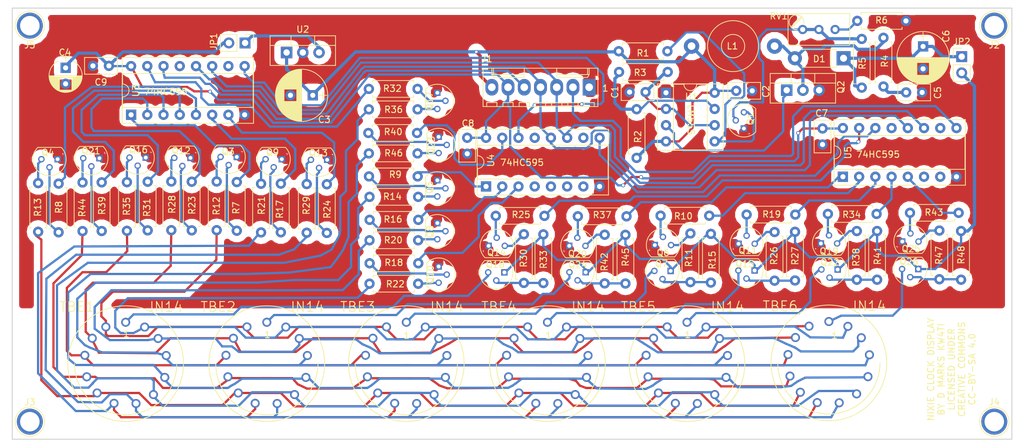
<source format=kicad_pcb>
(kicad_pcb (version 4) (host pcbnew 4.0.7)
  (layers (0 F.Cu signal) (31 B.Cu signal) (34 B.Paste user) (35 F.Paste user) (36 B.SilkS user) (37 F.SilkS user) (38 B.Mask user) (39 F.Mask user) (44 Edge.Cuts user))
  (net 0 "")
  (net 1 +5V)
  (net 2 GND)
  (net 3 SERCLK)
  (net 4 SERLATCH)
  (net 5 NIXIEPWR)
  (net 6 SERDATA)
  (net 7 SERDATAOUT)
  (net 8 "Net-(C1-Pad1)")
  (net 9 +12V)
  (net 10 "Net-(C5-Pad1)")
  (net 11 "Net-(C6-Pad1)")
  (net 12 "Net-(D1-Pad2)")
  (net 13 "Net-(Q1-Pad2)")
  (net 14 "Net-(Q1-Pad3)")
  (net 15 "Net-(R2-Pad2)")
  (net 16 "Net-(R6-Pad1)")
  (net 17 "Net-(Q2-Pad1)")
  (net 18 "Net-(JP1-Pad1)")
  (net 19 "Net-(Q3-Pad2)")
  (net 20 "Net-(Q3-Pad3)")
  (net 21 "Net-(Q4-Pad2)")
  (net 22 "Net-(Q4-Pad3)")
  (net 23 "Net-(Q5-Pad2)")
  (net 24 "Net-(Q5-Pad3)")
  (net 25 "Net-(Q6-Pad2)")
  (net 26 "Net-(Q6-Pad3)")
  (net 27 "Net-(Q7-Pad2)")
  (net 28 /ADIG3)
  (net 29 "Net-(Q8-Pad2)")
  (net 30 "Net-(Q8-Pad3)")
  (net 31 "Net-(Q9-Pad2)")
  (net 32 "Net-(Q9-Pad3)")
  (net 33 "Net-(Q10-Pad2)")
  (net 34 "Net-(Q10-Pad3)")
  (net 35 "Net-(Q11-Pad2)")
  (net 36 "Net-(Q11-Pad3)")
  (net 37 "Net-(Q12-Pad2)")
  (net 38 "Net-(Q12-Pad3)")
  (net 39 "Net-(Q13-Pad2)")
  (net 40 "Net-(Q13-Pad3)")
  (net 41 "Net-(Q14-Pad2)")
  (net 42 "Net-(Q14-Pad3)")
  (net 43 "Net-(Q15-Pad2)")
  (net 44 /ADIG4)
  (net 45 "Net-(Q16-Pad2)")
  (net 46 "Net-(Q16-Pad3)")
  (net 47 "Net-(Q17-Pad2)")
  (net 48 "Net-(Q17-Pad3)")
  (net 49 "Net-(Q18-Pad2)")
  (net 50 /ADIG1)
  (net 51 "Net-(Q19-Pad2)")
  (net 52 "Net-(Q19-Pad3)")
  (net 53 "Net-(Q20-Pad2)")
  (net 54 "Net-(Q20-Pad3)")
  (net 55 "Net-(Q21-Pad2)")
  (net 56 "Net-(Q21-Pad3)")
  (net 57 "Net-(Q22-Pad2)")
  (net 58 /ADIG5)
  (net 59 "Net-(Q23-Pad2)")
  (net 60 "Net-(Q23-Pad3)")
  (net 61 "Net-(Q24-Pad2)")
  (net 62 /ADIG2)
  (net 63 "Net-(Q25-Pad2)")
  (net 64 "Net-(Q25-Pad3)")
  (net 65 "Net-(Q26-Pad2)")
  (net 66 /ADIG6)
  (net 67 "Net-(R7-Pad2)")
  (net 68 "Net-(R8-Pad2)")
  (net 69 "Net-(R9-Pad2)")
  (net 70 "Net-(R10-Pad2)")
  (net 71 /CA)
  (net 72 /C4)
  (net 73 /C9)
  (net 74 "Net-(R16-Pad2)")
  (net 75 "Net-(R17-Pad2)")
  (net 76 "Net-(R18-Pad2)")
  (net 77 "Net-(R19-Pad2)")
  (net 78 /C0)
  (net 79 /C5)
  (net 80 /CB)
  (net 81 "Net-(R23-Pad2)")
  (net 82 "Net-(R24-Pad2)")
  (net 83 "Net-(R25-Pad2)")
  (net 84 /C1)
  (net 85 /C6)
  (net 86 "Net-(R31-Pad2)")
  (net 87 "Net-(R32-Pad2)")
  (net 88 "Net-(R34-Pad2)")
  (net 89 /C2)
  (net 90 /C7)
  (net 91 "Net-(R37-Pad2)")
  (net 92 "Net-(R39-Pad2)")
  (net 93 "Net-(R40-Pad2)")
  (net 94 "Net-(R43-Pad2)")
  (net 95 /C3)
  (net 96 /C8)
  (net 97 "Net-(U3-Pad9)")
  (net 98 "Net-(U4-Pad9)")
  (module Capacitors_THT:C_Disc_D5.0mm_W2.5mm_P2.50mm (layer F.Cu) (at 211.4 62 180)
    (fp_text reference C1 (at 4.8 0 270) (layer F.SilkS))
    (fp_text value 2n2)
    (pad 1 thru_hole circle (at 0 0 180) (size 1.6 1.6) (drill 0.8) (layers *.Cu *.Mask) (net 8 "Net-(C1-Pad1)"))
    (pad 2 thru_hole circle (at 2.5 0 180) (size 1.6 1.6) (drill 0.8) (layers *.Cu *.Mask) (net 2 GND))
  )
  (module Potentiometers:Potentiometer_Trimmer_Bourns_3296W (layer F.Cu) (at 236 52.2 180)
    (fp_text reference RV1 (at 3.75 2.1 360) (layer F.SilkS))
    (fp_text value 1k)
    (pad 1 thru_hole circle (at 0 0 180) (size 1.44 1.44) (drill 0.8) (layers *.Cu *.Mask) (net 13 "Net-(Q1-Pad2)"))
    (pad 2 thru_hole circle (at -2.54 0 180) (size 1.44 1.44) (drill 0.8) (layers *.Cu *.Mask) (net 13 "Net-(Q1-Pad2)"))
    (pad 3 thru_hole circle (at -5.08 0 180) (size 1.44 1.44) (drill 0.8) (layers *.Cu *.Mask) (net 16 "Net-(R6-Pad1)"))
  )
  (module Capacitors_THT:C_Disc_D5.0mm_W2.5mm_P2.50mm (layer F.Cu) (at 225.6 61.8)
    (fp_text reference C2 (at 4.65 0.1 90) (layer F.SilkS))
    (fp_text value "100 nF")
    (pad 1 thru_hole circle (at 0 0) (size 1.6 1.6) (drill 0.8) (layers *.Cu *.Mask) (net 9 +12V))
    (pad 2 thru_hole circle (at 2.5 0) (size 1.6 1.6) (drill 0.8) (layers *.Cu *.Mask) (net 2 GND))
  )
  (module Capacitors_THT:CP_Radial_D8.0mm_P3.50mm (layer F.Cu) (at 159.3 62.5 180)
    (fp_text reference C3 (at -1.8 -3.8 180) (layer F.SilkS))
    (fp_text value CP)
    (pad 1 thru_hole rect (at 0 0 180) (size 1.6 1.6) (drill 0.8) (layers *.Cu *.Mask) (net 9 +12V))
    (pad 2 thru_hole circle (at 3.5 0 180) (size 1.6 1.6) (drill 0.8) (layers *.Cu *.Mask) (net 2 GND))
  )
  (module Capacitors_THT:CP_Radial_D5.0mm_P2.50mm (layer F.Cu) (at 120.6 58.2 270)
    (fp_text reference C4 (at -2.4 0.1 360) (layer F.SilkS))
    (fp_text value CP)
    (pad 1 thru_hole rect (at 0 0 270) (size 1.6 1.6) (drill 0.8) (layers *.Cu *.Mask) (net 1 +5V))
    (pad 2 thru_hole circle (at 2.5 0 270) (size 1.6 1.6) (drill 0.8) (layers *.Cu *.Mask) (net 2 GND))
  )
  (module Capacitors_THT:C_Disc_D5.0mm_W2.5mm_P2.50mm (layer F.Cu) (at 252.2 62.05)
    (fp_text reference C5 (at 4.95 0.05 90) (layer F.SilkS))
    (fp_text value "100 pF")
    (pad 1 thru_hole circle (at 0 0) (size 1.6 1.6) (drill 0.8) (layers *.Cu *.Mask) (net 10 "Net-(C5-Pad1)"))
    (pad 2 thru_hole circle (at 2.5 0) (size 1.6 1.6) (drill 0.8) (layers *.Cu *.Mask) (net 2 GND))
  )
  (module Capacitors_THT:CP_Radial_D8.0mm_P3.50mm (layer F.Cu) (at 254.85 54.85 270)
    (fp_text reference C6 (at -1.6 -3.6 270) (layer F.SilkS))
    (fp_text value 4u7)
    (pad 1 thru_hole rect (at 0 0 270) (size 1.6 1.6) (drill 0.8) (layers *.Cu *.Mask) (net 11 "Net-(C6-Pad1)"))
    (pad 2 thru_hole circle (at 3.5 0 270) (size 1.6 1.6) (drill 0.8) (layers *.Cu *.Mask) (net 2 GND))
  )
  (module Diodes_THT:D_DO-41_SOD81_P7.62mm_Horizontal (layer F.Cu) (at 242.4 56.7 180)
    (fp_text reference D1 (at 3.8 -0.1 180) (layer F.SilkS))
    (fp_text value UF4007)
    (pad 1 thru_hole rect (at 0 0 180) (size 2.2 2.2) (drill 1.1) (layers *.Cu *.Mask) (net 11 "Net-(C6-Pad1)"))
    (pad 2 thru_hole oval (at 7.62 0 180) (size 2.2 2.2) (drill 1.1) (layers *.Cu *.Mask) (net 12 "Net-(D1-Pad2)"))
  )
  (module Pin_Headers:Pin_Header_Straight_1x02_Pitch2.54mm (layer F.Cu) (at 148.7 54.3 270)
    (fp_text reference JP1 (at -0.2 4.9 270) (layer F.SilkS))
    (fp_text value Jumper_NC_Small)
    (pad 1 thru_hole rect (at 0 0 270) (size 1.7 1.7) (drill 1) (layers *.Cu *.Mask) (net 18 "Net-(JP1-Pad1)"))
    (pad 2 thru_hole oval (at 0 2.54 270) (size 1.7 1.7) (drill 1) (layers *.Cu *.Mask) (net 1 +5V))
  )
  (module Inductors_THT:L_Toroid_Horizontal_D7.8mm_P13.00mm_Diameter9-5mm_Amidon-T30 (layer F.Cu) (at 218.6 54.8)
    (fp_text reference L1 (at 6.4 0) (layer F.SilkS))
    (fp_text value "100 uH")
    (pad 1 thru_hole circle (at 0 0) (size 2.4 2.4) (drill 1.2) (layers *.Cu *.Mask) (net 9 +12V))
    (pad 2 thru_hole circle (at 13 0) (size 2.4 2.4) (drill 1.2) (layers *.Cu *.Mask) (net 12 "Net-(D1-Pad2)"))
  )
  (module TO_SOT_Packages_THT:TO-92_Molded_Narrow (layer F.Cu) (at 226.8 67.7 90)
    (fp_text reference Q1 (at 1.524 1.016 90) (layer F.SilkS))
    (fp_text value 2N2222A)
    (pad 2 thru_hole circle (at 1.27 -1.27 180) (size 1 1) (drill 0.6) (layers *.Cu *.Mask) (net 13 "Net-(Q1-Pad2)"))
    (pad 3 thru_hole circle (at 2.54 0 180) (size 1 1) (drill 0.6) (layers *.Cu *.Mask) (net 14 "Net-(Q1-Pad3)"))
    (pad 1 thru_hole rect (at 0 0 180) (size 1 1) (drill 0.6) (layers *.Cu *.Mask) (net 2 GND))
  )
  (module Resistors_THT:R_Axial_DIN0207_L6.3mm_D2.5mm_P7.62mm_Horizontal (layer F.Cu) (at 207.2 55.6)
    (fp_text reference R1 (at 3.8 0.3) (layer F.SilkS))
    (fp_text value 56k)
    (pad 1 thru_hole circle (at 0 0) (size 1.6 1.6) (drill 0.8) (layers *.Cu *.Mask) (net 9 +12V))
    (pad 2 thru_hole oval (at 7.62 0) (size 1.6 1.6) (drill 0.8) (layers *.Cu *.Mask) (net 14 "Net-(Q1-Pad3)"))
  )
  (module Resistors_THT:R_Axial_DIN0207_L6.3mm_D2.5mm_P7.62mm_Horizontal (layer F.Cu) (at 210 72.3 90)
    (fp_text reference R2 (at 3.3 0.2 90) (layer F.SilkS))
    (fp_text value 1k)
    (pad 1 thru_hole circle (at 0 0 90) (size 1.6 1.6) (drill 0.8) (layers *.Cu *.Mask) (net 9 +12V))
    (pad 2 thru_hole oval (at 7.62 0 90) (size 1.6 1.6) (drill 0.8) (layers *.Cu *.Mask) (net 15 "Net-(R2-Pad2)"))
  )
  (module Resistors_THT:R_Axial_DIN0207_L6.3mm_D2.5mm_P7.62mm_Horizontal (layer F.Cu) (at 207.25 58.85)
    (fp_text reference R3 (at 3.3 0.1) (layer F.SilkS))
    (fp_text value 10k)
    (pad 1 thru_hole circle (at 0 0) (size 1.6 1.6) (drill 0.8) (layers *.Cu *.Mask) (net 15 "Net-(R2-Pad2)"))
    (pad 2 thru_hole oval (at 7.62 0) (size 1.6 1.6) (drill 0.8) (layers *.Cu *.Mask) (net 8 "Net-(C1-Pad1)"))
  )
  (module Resistors_THT:R_Axial_DIN0207_L6.3mm_D2.5mm_P7.62mm_Horizontal (layer F.Cu) (at 248.65 53.5 270)
    (fp_text reference R4 (at 3.65 -0.2 270) (layer F.SilkS))
    (fp_text value 2k2)
    (pad 1 thru_hole circle (at 0 0 270) (size 1.6 1.6) (drill 0.8) (layers *.Cu *.Mask) (net 12 "Net-(D1-Pad2)"))
    (pad 2 thru_hole oval (at 7.62 0 270) (size 1.6 1.6) (drill 0.8) (layers *.Cu *.Mask) (net 10 "Net-(C5-Pad1)"))
  )
  (module Resistors_THT:R_Axial_DIN0207_L6.3mm_D2.5mm_P7.62mm_Horizontal (layer F.Cu) (at 245.25 61.3 90)
    (fp_text reference R5 (at 3.8 0.1 90) (layer F.SilkS))
    (fp_text value 220k)
    (pad 1 thru_hole circle (at 0 0 90) (size 1.6 1.6) (drill 0.8) (layers *.Cu *.Mask) (net 11 "Net-(C6-Pad1)"))
    (pad 2 thru_hole oval (at 7.62 0 90) (size 1.6 1.6) (drill 0.8) (layers *.Cu *.Mask) (net 13 "Net-(Q1-Pad2)"))
  )
  (module Resistors_THT:R_Axial_DIN0207_L6.3mm_D2.5mm_P7.62mm_Horizontal (layer F.Cu) (at 244.55 50.85)
    (fp_text reference R6 (at 3.8 -0.1) (layer F.SilkS))
    (fp_text value 470R)
    (pad 1 thru_hole circle (at 0 0) (size 1.6 1.6) (drill 0.8) (layers *.Cu *.Mask) (net 16 "Net-(R6-Pad1)"))
    (pad 2 thru_hole oval (at 7.62 0) (size 1.6 1.6) (drill 0.8) (layers *.Cu *.Mask) (net 2 GND))
  )
  (module TO_SOT_Packages_THT:TO-220-3_Vertical (layer F.Cu) (at 155.2 55.8)
    (fp_text reference U2 (at 2.54 -3.62) (layer F.SilkS))
    (fp_text value L7805)
    (pad 1 thru_hole rect (at 0 0) (size 1.8 1.8) (drill 1) (layers *.Cu *.Mask) (net 9 +12V))
    (pad 2 thru_hole oval (at 2.54 0) (size 1.8 1.8) (drill 1) (layers *.Cu *.Mask) (net 2 GND))
    (pad 3 thru_hole oval (at 5.08 0) (size 1.8 1.8) (drill 1) (layers *.Cu *.Mask) (net 18 "Net-(JP1-Pad1)"))
  )
  (module Connectors_Molex:Molex_KK-6410-07_07x2.54mm_Straight (layer F.Cu) (at 202.57 61.24 180)
    (fp_text reference J1 (at 16.008 4.43 180) (layer F.SilkS))
    (fp_text value Conn_01x07)
    (pad 1 thru_hole rect (at 0 0 180) (size 2 2.6) (drill 1.2) (layers *.Cu *.Mask) (net 2 GND))
    (pad 2 thru_hole oval (at 2.54 0 180) (size 2 2.6) (drill 1.2) (layers *.Cu *.Mask) (net 7 SERDATAOUT))
    (pad 3 thru_hole oval (at 5.08 0 180) (size 2 2.6) (drill 1.2) (layers *.Cu *.Mask) (net 3 SERCLK))
    (pad 4 thru_hole oval (at 7.62 0 180) (size 2 2.6) (drill 1.2) (layers *.Cu *.Mask) (net 4 SERLATCH))
    (pad 5 thru_hole oval (at 10.16 0 180) (size 2 2.6) (drill 1.2) (layers *.Cu *.Mask) (net 6 SERDATA))
    (pad 6 thru_hole oval (at 12.7 0 180) (size 2 2.6) (drill 1.2) (layers *.Cu *.Mask) (net 1 +5V))
    (pad 7 thru_hole oval (at 15.24 0 180) (size 2 2.6) (drill 1.2) (layers *.Cu *.Mask) (net 9 +12V))
  )
  (module TO_SOT_Packages_THT:TO-220-3_Vertical (layer F.Cu) (at 233.5 61.7)
    (fp_text reference Q2 (at 8.5 -0.5 90) (layer F.SilkS))
    (fp_text value IRF840)
    (pad 1 thru_hole rect (at 0 0) (size 1.8 1.8) (drill 1) (layers *.Cu *.Mask) (net 17 "Net-(Q2-Pad1)"))
    (pad 2 thru_hole oval (at 2.54 0) (size 1.8 1.8) (drill 1) (layers *.Cu *.Mask) (net 12 "Net-(D1-Pad2)"))
    (pad 3 thru_hole oval (at 5.08 0) (size 1.8 1.8) (drill 1) (layers *.Cu *.Mask) (net 2 GND))
  )
  (module Connectors:1pin (layer F.Cu) (at 266 51.6 180)
    (fp_text reference J2 (at 0 -3.048 180) (layer F.SilkS))
    (fp_text value Conn_01x01)
    (pad 1 thru_hole circle (at 0 0 180) (size 4.064 4.064) (drill 3.048) (layers *.Cu *.Mask))
  )
  (module Connectors:1pin (layer F.Cu) (at 115 113.6)
    (fp_text reference J3 (at 0 -3.048) (layer F.SilkS))
    (fp_text value Conn_01x01)
    (pad 1 thru_hole circle (at 0 0) (size 4.064 4.064) (drill 3.048) (layers *.Cu *.Mask))
  )
  (module Connectors:1pin (layer F.Cu) (at 266 113.6)
    (fp_text reference J4 (at 0 -3.048) (layer F.SilkS))
    (fp_text value Conn_01x01)
    (pad 1 thru_hole circle (at 0 0) (size 4.064 4.064) (drill 3.048) (layers *.Cu *.Mask))
  )
  (module Connectors:1pin (layer F.Cu) (at 115 51.6 180)
    (fp_text reference J5 (at 0 -3.048 180) (layer F.SilkS))
    (fp_text value Conn_01x01)
    (pad 1 thru_hole circle (at 0 0 180) (size 4.064 4.064) (drill 3.048) (layers *.Cu *.Mask))
  )
  (module Housings_DIP:DIP-8_W7.62mm_Socket (layer F.Cu) (at 214.6 62.1)
    (fp_text reference U1 (at 3.99 0.61) (layer F.SilkS))
    (fp_text value NE555)
    (pad 1 thru_hole rect (at 0 0) (size 1.6 1.6) (drill 0.8) (layers *.Cu *.Mask) (net 2 GND))
    (pad 5 thru_hole oval (at 7.62 7.62) (size 1.6 1.6) (drill 0.8) (layers *.Cu *.Mask) (net 14 "Net-(Q1-Pad3)"))
    (pad 2 thru_hole oval (at 0 2.54) (size 1.6 1.6) (drill 0.8) (layers *.Cu *.Mask) (net 8 "Net-(C1-Pad1)"))
    (pad 6 thru_hole oval (at 7.62 5.08) (size 1.6 1.6) (drill 0.8) (layers *.Cu *.Mask) (net 8 "Net-(C1-Pad1)"))
    (pad 3 thru_hole oval (at 0 5.08) (size 1.6 1.6) (drill 0.8) (layers *.Cu *.Mask) (net 17 "Net-(Q2-Pad1)"))
    (pad 7 thru_hole oval (at 7.62 2.54) (size 1.6 1.6) (drill 0.8) (layers *.Cu *.Mask) (net 15 "Net-(R2-Pad2)"))
    (pad 4 thru_hole oval (at 0 7.62) (size 1.6 1.6) (drill 0.8) (layers *.Cu *.Mask) (net 9 +12V))
    (pad 8 thru_hole oval (at 7.62 0) (size 1.6 1.6) (drill 0.8) (layers *.Cu *.Mask) (net 9 +12V))
  )
  (module Pin_Headers:Pin_Header_Straight_1x02_Pitch2.54mm (layer F.Cu) (at 260.9 56.45)
    (fp_text reference JP2 (at 0 -2.33) (layer F.SilkS))
    (fp_text value Jumper_NC_Small)
    (pad 1 thru_hole rect (at 0 0) (size 1.7 1.7) (drill 1) (layers *.Cu *.Mask) (net 11 "Net-(C6-Pad1)"))
    (pad 2 thru_hole oval (at 0 2.54) (size 1.7 1.7) (drill 1) (layers *.Cu *.Mask) (net 5 NIXIEPWR))
  )
  (module Capacitors_THT:C_Disc_D5.0mm_W2.5mm_P2.50mm (layer F.Cu) (at 239.11 67.7 270)
    (fp_text reference C7 (at -2.4 0.14 360) (layer F.SilkS))
    (fp_text value "100 nF")
    (pad 1 thru_hole circle (at 0 0 270) (size 1.6 1.6) (drill 0.8) (layers *.Cu *.Mask) (net 1 +5V))
    (pad 2 thru_hole circle (at 2.5 0 270) (size 1.6 1.6) (drill 0.8) (layers *.Cu *.Mask) (net 2 GND))
  )
  (module Capacitors_THT:C_Disc_D5.0mm_W2.5mm_P2.50mm (layer F.Cu) (at 183.48 69.15 270)
    (fp_text reference C8 (at -2.25 -0.12 360) (layer F.SilkS))
    (fp_text value "100 nF")
    (pad 1 thru_hole circle (at 0 0 270) (size 1.6 1.6) (drill 0.8) (layers *.Cu *.Mask) (net 1 +5V))
    (pad 2 thru_hole circle (at 2.5 0 270) (size 1.6 1.6) (drill 0.8) (layers *.Cu *.Mask) (net 2 GND))
  )
  (module Capacitors_THT:C_Disc_D5.0mm_W2.5mm_P2.50mm (layer F.Cu) (at 127.38 57.89 180)
    (fp_text reference C9 (at 1.25 -2.56 180) (layer F.SilkS))
    (fp_text value "100 nF")
    (pad 1 thru_hole circle (at 0 0 180) (size 1.6 1.6) (drill 0.8) (layers *.Cu *.Mask) (net 1 +5V))
    (pad 2 thru_hole circle (at 2.5 0 180) (size 1.6 1.6) (drill 0.8) (layers *.Cu *.Mask) (net 2 GND))
  )
  (module TO_SOT_Packages_THT:TO-92_Molded_Narrow (layer F.Cu) (at 147.4 72.15 180)
    (fp_text reference Q3 (at 1.36 0.836 180) (layer F.SilkS))
    (fp_text value MPSA42)
    (pad 2 thru_hole circle (at 1.27 -1.27 270) (size 1 1) (drill 0.6) (layers *.Cu *.Mask) (net 19 "Net-(Q3-Pad2)"))
    (pad 3 thru_hole circle (at 2.54 0 270) (size 1 1) (drill 0.6) (layers *.Cu *.Mask) (net 20 "Net-(Q3-Pad3)"))
    (pad 1 thru_hole rect (at 0 0 270) (size 1 1) (drill 0.6) (layers *.Cu *.Mask) (net 2 GND))
  )
  (module TO_SOT_Packages_THT:TO-92_Molded_Narrow (layer F.Cu) (at 119.35 72.5 180)
    (fp_text reference Q4 (at 1.524 1.016 180) (layer F.SilkS))
    (fp_text value MPSA42)
    (pad 2 thru_hole circle (at 1.27 -1.27 270) (size 1 1) (drill 0.6) (layers *.Cu *.Mask) (net 21 "Net-(Q4-Pad2)"))
    (pad 3 thru_hole circle (at 2.54 0 270) (size 1 1) (drill 0.6) (layers *.Cu *.Mask) (net 22 "Net-(Q4-Pad3)"))
    (pad 1 thru_hole rect (at 0 0 270) (size 1 1) (drill 0.6) (layers *.Cu *.Mask) (net 2 GND))
  )
  (module TO_SOT_Packages_THT:TO-92_Molded_Narrow (layer F.Cu) (at 178.8 75.8 270)
    (fp_text reference Q5 (at 1.122 1.202 270) (layer F.SilkS))
    (fp_text value MPSA42)
    (pad 2 thru_hole circle (at 1.27 -1.27) (size 1 1) (drill 0.6) (layers *.Cu *.Mask) (net 23 "Net-(Q5-Pad2)"))
    (pad 3 thru_hole circle (at 2.54 0) (size 1 1) (drill 0.6) (layers *.Cu *.Mask) (net 24 "Net-(Q5-Pad3)"))
    (pad 1 thru_hole rect (at 0 0) (size 1 1) (drill 0.6) (layers *.Cu *.Mask) (net 2 GND))
  )
  (module TO_SOT_Packages_THT:TO-92_Molded_Narrow (layer F.Cu) (at 212.85 85.95)
    (fp_text reference Q6 (at 1.298 1.202) (layer F.SilkS))
    (fp_text value MPSA42)
    (pad 2 thru_hole circle (at 1.27 -1.27 90) (size 1 1) (drill 0.6) (layers *.Cu *.Mask) (net 25 "Net-(Q6-Pad2)"))
    (pad 3 thru_hole circle (at 2.54 0 90) (size 1 1) (drill 0.6) (layers *.Cu *.Mask) (net 26 "Net-(Q6-Pad3)"))
    (pad 1 thru_hole rect (at 0 0 90) (size 1 1) (drill 0.6) (layers *.Cu *.Mask) (net 2 GND))
  )
  (module TO_SOT_Packages_THT:TO-92_Molded_Narrow (layer F.Cu) (at 215.325 90 180)
    (fp_text reference Q7 (at 1.44 1.124 180) (layer F.SilkS))
    (fp_text value MPSA92)
    (pad 2 thru_hole circle (at 1.27 -1.27 270) (size 1 1) (drill 0.6) (layers *.Cu *.Mask) (net 27 "Net-(Q7-Pad2)"))
    (pad 3 thru_hole circle (at 2.54 0 270) (size 1 1) (drill 0.6) (layers *.Cu *.Mask) (net 28 /ADIG3))
    (pad 1 thru_hole rect (at 0 0 270) (size 1 1) (drill 0.6) (layers *.Cu *.Mask) (net 5 NIXIEPWR))
  )
  (module TO_SOT_Packages_THT:TO-92_Molded_Narrow (layer F.Cu) (at 178.8 82.5 270)
    (fp_text reference Q8 (at 1.346 1.108 270) (layer F.SilkS))
    (fp_text value MPSA42)
    (pad 2 thru_hole circle (at 1.27 -1.27) (size 1 1) (drill 0.6) (layers *.Cu *.Mask) (net 29 "Net-(Q8-Pad2)"))
    (pad 3 thru_hole circle (at 2.54 0) (size 1 1) (drill 0.6) (layers *.Cu *.Mask) (net 30 "Net-(Q8-Pad3)"))
    (pad 1 thru_hole rect (at 0 0) (size 1 1) (drill 0.6) (layers *.Cu *.Mask) (net 2 GND))
  )
  (module TO_SOT_Packages_THT:TO-92_Molded_Narrow (layer F.Cu) (at 154.45 72.5 180)
    (fp_text reference Q9 (at 1.458 1.074 180) (layer F.SilkS))
    (fp_text value MPSA42)
    (pad 2 thru_hole circle (at 1.27 -1.27 270) (size 1 1) (drill 0.6) (layers *.Cu *.Mask) (net 31 "Net-(Q9-Pad2)"))
    (pad 3 thru_hole circle (at 2.54 0 270) (size 1 1) (drill 0.6) (layers *.Cu *.Mask) (net 32 "Net-(Q9-Pad3)"))
    (pad 1 thru_hole rect (at 0 0 270) (size 1 1) (drill 0.6) (layers *.Cu *.Mask) (net 2 GND))
  )
  (module TO_SOT_Packages_THT:TO-92_Molded_Narrow (layer F.Cu) (at 179 89.3 270)
    (fp_text reference Q10 (at 1.27 1.27 270) (layer F.SilkS))
    (fp_text value MPSA42)
    (pad 2 thru_hole circle (at 1.27 -1.27) (size 1 1) (drill 0.6) (layers *.Cu *.Mask) (net 33 "Net-(Q10-Pad2)"))
    (pad 3 thru_hole circle (at 2.54 0) (size 1 1) (drill 0.6) (layers *.Cu *.Mask) (net 34 "Net-(Q10-Pad3)"))
    (pad 1 thru_hole rect (at 0 0) (size 1 1) (drill 0.6) (layers *.Cu *.Mask) (net 2 GND))
  )
  (module TO_SOT_Packages_THT:TO-92_Molded_Narrow (layer F.Cu) (at 225.95 85.75)
    (fp_text reference Q11 (at 1.488 1.046) (layer F.SilkS))
    (fp_text value MPSA42)
    (pad 2 thru_hole circle (at 1.27 -1.27 90) (size 1 1) (drill 0.6) (layers *.Cu *.Mask) (net 35 "Net-(Q11-Pad2)"))
    (pad 3 thru_hole circle (at 2.54 0 90) (size 1 1) (drill 0.6) (layers *.Cu *.Mask) (net 36 "Net-(Q11-Pad3)"))
    (pad 1 thru_hole rect (at 0 0 90) (size 1 1) (drill 0.6) (layers *.Cu *.Mask) (net 2 GND))
  )
  (module TO_SOT_Packages_THT:TO-92_Molded_Narrow (layer F.Cu) (at 140.15 72.3 180)
    (fp_text reference Q12 (at 1.458 1.108 180) (layer F.SilkS))
    (fp_text value MPSA42)
    (pad 2 thru_hole circle (at 1.27 -1.27 270) (size 1 1) (drill 0.6) (layers *.Cu *.Mask) (net 37 "Net-(Q12-Pad2)"))
    (pad 3 thru_hole circle (at 2.54 0 270) (size 1 1) (drill 0.6) (layers *.Cu *.Mask) (net 38 "Net-(Q12-Pad3)"))
    (pad 1 thru_hole rect (at 0 0 270) (size 1 1) (drill 0.6) (layers *.Cu *.Mask) (net 2 GND))
  )
  (module TO_SOT_Packages_THT:TO-92_Molded_Narrow (layer F.Cu) (at 161.55 72.6 180)
    (fp_text reference Q13 (at 1.378 1.062 180) (layer F.SilkS))
    (fp_text value MPSA42)
    (pad 2 thru_hole circle (at 1.27 -1.27 270) (size 1 1) (drill 0.6) (layers *.Cu *.Mask) (net 39 "Net-(Q13-Pad2)"))
    (pad 3 thru_hole circle (at 2.54 0 270) (size 1 1) (drill 0.6) (layers *.Cu *.Mask) (net 40 "Net-(Q13-Pad3)"))
    (pad 1 thru_hole rect (at 0 0 270) (size 1 1) (drill 0.6) (layers *.Cu *.Mask) (net 2 GND))
  )
  (module TO_SOT_Packages_THT:TO-92_Molded_Narrow (layer F.Cu) (at 186.825 86.075)
    (fp_text reference Q14 (at 1.252 1.046) (layer F.SilkS))
    (fp_text value MPSA42)
    (pad 2 thru_hole circle (at 1.27 -1.27 90) (size 1 1) (drill 0.6) (layers *.Cu *.Mask) (net 41 "Net-(Q14-Pad2)"))
    (pad 3 thru_hole circle (at 2.54 0 90) (size 1 1) (drill 0.6) (layers *.Cu *.Mask) (net 42 "Net-(Q14-Pad3)"))
    (pad 1 thru_hole rect (at 0 0 90) (size 1 1) (drill 0.6) (layers *.Cu *.Mask) (net 2 GND))
  )
  (module TO_SOT_Packages_THT:TO-92_Molded_Narrow (layer F.Cu) (at 228.475 89.925 180)
    (fp_text reference Q15 (at 1.524 1.016 180) (layer F.SilkS))
    (fp_text value MPSA92)
    (pad 2 thru_hole circle (at 1.27 -1.27 270) (size 1 1) (drill 0.6) (layers *.Cu *.Mask) (net 43 "Net-(Q15-Pad2)"))
    (pad 3 thru_hole circle (at 2.54 0 270) (size 1 1) (drill 0.6) (layers *.Cu *.Mask) (net 44 /ADIG4))
    (pad 1 thru_hole rect (at 0 0 270) (size 1 1) (drill 0.6) (layers *.Cu *.Mask) (net 5 NIXIEPWR))
  )
  (module TO_SOT_Packages_THT:TO-92_Molded_Narrow (layer F.Cu) (at 133.15 72.25 180)
    (fp_text reference Q16 (at 1.156 1.206 180) (layer F.SilkS))
    (fp_text value MPSA42)
    (pad 2 thru_hole circle (at 1.27 -1.27 270) (size 1 1) (drill 0.6) (layers *.Cu *.Mask) (net 45 "Net-(Q16-Pad2)"))
    (pad 3 thru_hole circle (at 2.54 0 270) (size 1 1) (drill 0.6) (layers *.Cu *.Mask) (net 46 "Net-(Q16-Pad3)"))
    (pad 1 thru_hole rect (at 0 0 270) (size 1 1) (drill 0.6) (layers *.Cu *.Mask) (net 2 GND))
  )
  (module TO_SOT_Packages_THT:TO-92_Molded_Narrow (layer F.Cu) (at 178.8 62.1 270)
    (fp_text reference Q17 (at 1.282 1.222 270) (layer F.SilkS))
    (fp_text value MPSA42)
    (pad 2 thru_hole circle (at 1.27 -1.27) (size 1 1) (drill 0.6) (layers *.Cu *.Mask) (net 47 "Net-(Q17-Pad2)"))
    (pad 3 thru_hole circle (at 2.54 0) (size 1 1) (drill 0.6) (layers *.Cu *.Mask) (net 48 "Net-(Q17-Pad3)"))
    (pad 1 thru_hole rect (at 0 0) (size 1 1) (drill 0.6) (layers *.Cu *.Mask) (net 2 GND))
  )
  (module TO_SOT_Packages_THT:TO-92_Molded_Narrow (layer F.Cu) (at 189.3 90.225 180)
    (fp_text reference Q18 (at 1.424 1.222 180) (layer F.SilkS))
    (fp_text value MPSA92)
    (pad 2 thru_hole circle (at 1.27 -1.27 270) (size 1 1) (drill 0.6) (layers *.Cu *.Mask) (net 49 "Net-(Q18-Pad2)"))
    (pad 3 thru_hole circle (at 2.54 0 270) (size 1 1) (drill 0.6) (layers *.Cu *.Mask) (net 50 /ADIG1))
    (pad 1 thru_hole rect (at 0 0 270) (size 1 1) (drill 0.6) (layers *.Cu *.Mask) (net 5 NIXIEPWR))
  )
  (module TO_SOT_Packages_THT:TO-92_Molded_Narrow (layer F.Cu) (at 238.85 85.7)
    (fp_text reference Q19 (at 1.28 1.222) (layer F.SilkS))
    (fp_text value MPSA42)
    (pad 2 thru_hole circle (at 1.27 -1.27 90) (size 1 1) (drill 0.6) (layers *.Cu *.Mask) (net 51 "Net-(Q19-Pad2)"))
    (pad 3 thru_hole circle (at 2.54 0 90) (size 1 1) (drill 0.6) (layers *.Cu *.Mask) (net 52 "Net-(Q19-Pad3)"))
    (pad 1 thru_hole rect (at 0 0 90) (size 1 1) (drill 0.6) (layers *.Cu *.Mask) (net 2 GND))
  )
  (module TO_SOT_Packages_THT:TO-92_Molded_Narrow (layer F.Cu) (at 199.45 86.075)
    (fp_text reference Q20 (at 1.3 1.238) (layer F.SilkS))
    (fp_text value MPSA42)
    (pad 2 thru_hole circle (at 1.27 -1.27 90) (size 1 1) (drill 0.6) (layers *.Cu *.Mask) (net 53 "Net-(Q20-Pad2)"))
    (pad 3 thru_hole circle (at 2.54 0 90) (size 1 1) (drill 0.6) (layers *.Cu *.Mask) (net 54 "Net-(Q20-Pad3)"))
    (pad 1 thru_hole rect (at 0 0 90) (size 1 1) (drill 0.6) (layers *.Cu *.Mask) (net 2 GND))
  )
  (module TO_SOT_Packages_THT:TO-92_Molded_Narrow (layer F.Cu) (at 125.9 72.35 180)
    (fp_text reference Q21 (at 1.328 1.128 180) (layer F.SilkS))
    (fp_text value MPSA42)
    (pad 2 thru_hole circle (at 1.27 -1.27 270) (size 1 1) (drill 0.6) (layers *.Cu *.Mask) (net 55 "Net-(Q21-Pad2)"))
    (pad 3 thru_hole circle (at 2.54 0 270) (size 1 1) (drill 0.6) (layers *.Cu *.Mask) (net 56 "Net-(Q21-Pad3)"))
    (pad 1 thru_hole rect (at 0 0 270) (size 1 1) (drill 0.6) (layers *.Cu *.Mask) (net 2 GND))
  )
  (module TO_SOT_Packages_THT:TO-92_Molded_Narrow (layer F.Cu) (at 241.475 89.775 180)
    (fp_text reference Q22 (at 1.218 1.128 180) (layer F.SilkS))
    (fp_text value MPSA92)
    (pad 2 thru_hole circle (at 1.27 -1.27 270) (size 1 1) (drill 0.6) (layers *.Cu *.Mask) (net 57 "Net-(Q22-Pad2)"))
    (pad 3 thru_hole circle (at 2.54 0 270) (size 1 1) (drill 0.6) (layers *.Cu *.Mask) (net 58 /ADIG5))
    (pad 1 thru_hole rect (at 0 0 270) (size 1 1) (drill 0.6) (layers *.Cu *.Mask) (net 5 NIXIEPWR))
  )
  (module TO_SOT_Packages_THT:TO-92_Molded_Narrow (layer F.Cu) (at 179 69 270)
    (fp_text reference Q23 (at 1.346 1.128 270) (layer F.SilkS))
    (fp_text value MPSA42)
    (pad 2 thru_hole circle (at 1.27 -1.27) (size 1 1) (drill 0.6) (layers *.Cu *.Mask) (net 59 "Net-(Q23-Pad2)"))
    (pad 3 thru_hole circle (at 2.54 0) (size 1 1) (drill 0.6) (layers *.Cu *.Mask) (net 60 "Net-(Q23-Pad3)"))
    (pad 1 thru_hole rect (at 0 0) (size 1 1) (drill 0.6) (layers *.Cu *.Mask) (net 2 GND))
  )
  (module TO_SOT_Packages_THT:TO-92_Molded_Narrow (layer F.Cu) (at 202.025 90.2 180)
    (fp_text reference Q24 (at 1.236 1.144 180) (layer F.SilkS))
    (fp_text value MPSA92)
    (pad 2 thru_hole circle (at 1.27 -1.27 270) (size 1 1) (drill 0.6) (layers *.Cu *.Mask) (net 61 "Net-(Q24-Pad2)"))
    (pad 3 thru_hole circle (at 2.54 0 270) (size 1 1) (drill 0.6) (layers *.Cu *.Mask) (net 62 /ADIG2))
    (pad 1 thru_hole rect (at 0 0 270) (size 1 1) (drill 0.6) (layers *.Cu *.Mask) (net 5 NIXIEPWR))
  )
  (module TO_SOT_Packages_THT:TO-92_Molded_Narrow (layer F.Cu) (at 251.6 85.4)
    (fp_text reference Q25 (at 1.38 1.144) (layer F.SilkS))
    (fp_text value MPSA42)
    (pad 2 thru_hole circle (at 1.27 -1.27 90) (size 1 1) (drill 0.6) (layers *.Cu *.Mask) (net 63 "Net-(Q25-Pad2)"))
    (pad 3 thru_hole circle (at 2.54 0 90) (size 1 1) (drill 0.6) (layers *.Cu *.Mask) (net 64 "Net-(Q25-Pad3)"))
    (pad 1 thru_hole rect (at 0 0 90) (size 1 1) (drill 0.6) (layers *.Cu *.Mask) (net 2 GND))
  )
  (module TO_SOT_Packages_THT:TO-92_Molded_Narrow (layer F.Cu) (at 254.1 89.7 180)
    (fp_text reference Q26 (at 1.454 1.144 180) (layer F.SilkS))
    (fp_text value MPSA92)
    (pad 2 thru_hole circle (at 1.27 -1.27 270) (size 1 1) (drill 0.6) (layers *.Cu *.Mask) (net 65 "Net-(Q26-Pad2)"))
    (pad 3 thru_hole circle (at 2.54 0 270) (size 1 1) (drill 0.6) (layers *.Cu *.Mask) (net 66 /ADIG6))
    (pad 1 thru_hole rect (at 0 0 270) (size 1 1) (drill 0.6) (layers *.Cu *.Mask) (net 5 NIXIEPWR))
  )
  (module Resistors_THT:R_Axial_DIN0207_L6.3mm_D2.5mm_P7.62mm_Horizontal (layer F.Cu) (at 147.4 83.7 90)
    (fp_text reference R7 (at 3.564 -0.1 90) (layer F.SilkS))
    (fp_text value 10k)
    (pad 1 thru_hole circle (at 0 0 90) (size 1.6 1.6) (drill 0.8) (layers *.Cu *.Mask) (net 19 "Net-(Q3-Pad2)"))
    (pad 2 thru_hole oval (at 7.62 0 90) (size 1.6 1.6) (drill 0.8) (layers *.Cu *.Mask) (net 67 "Net-(R7-Pad2)"))
  )
  (module Resistors_THT:R_Axial_DIN0207_L6.3mm_D2.5mm_P7.62mm_Horizontal (layer F.Cu) (at 119.5 83.95 90)
    (fp_text reference R8 (at 3.914 0.044 90) (layer F.SilkS))
    (fp_text value 10k)
    (pad 1 thru_hole circle (at 0 0 90) (size 1.6 1.6) (drill 0.8) (layers *.Cu *.Mask) (net 21 "Net-(Q4-Pad2)"))
    (pad 2 thru_hole oval (at 7.62 0 90) (size 1.6 1.6) (drill 0.8) (layers *.Cu *.Mask) (net 68 "Net-(R8-Pad2)"))
  )
  (module Resistors_THT:R_Axial_DIN0207_L6.3mm_D2.5mm_P7.62mm_Horizontal (layer F.Cu) (at 168.1 75.2)
    (fp_text reference R9 (at 4.122 -0.29) (layer F.SilkS))
    (fp_text value 10k)
    (pad 1 thru_hole circle (at 0 0) (size 1.6 1.6) (drill 0.8) (layers *.Cu *.Mask) (net 23 "Net-(Q5-Pad2)"))
    (pad 2 thru_hole oval (at 7.62 0) (size 1.6 1.6) (drill 0.8) (layers *.Cu *.Mask) (net 69 "Net-(R9-Pad2)"))
  )
  (module Resistors_THT:R_Axial_DIN0207_L6.3mm_D2.5mm_P7.62mm_Horizontal (layer F.Cu) (at 213.75 81.35)
    (fp_text reference R10 (at 3.566 0.074) (layer F.SilkS))
    (fp_text value 10k)
    (pad 1 thru_hole circle (at 0 0) (size 1.6 1.6) (drill 0.8) (layers *.Cu *.Mask) (net 25 "Net-(Q6-Pad2)"))
    (pad 2 thru_hole oval (at 7.62 0) (size 1.6 1.6) (drill 0.8) (layers *.Cu *.Mask) (net 70 "Net-(R10-Pad2)"))
  )
  (module Resistors_THT:R_Axial_DIN0207_L6.3mm_D2.5mm_P7.62mm_Horizontal (layer F.Cu) (at 218.425 91.75 90)
    (fp_text reference R11 (at 3.81 -0.254 90) (layer F.SilkS))
    (fp_text value 1M)
    (pad 1 thru_hole circle (at 0 0 90) (size 1.6 1.6) (drill 0.8) (layers *.Cu *.Mask) (net 27 "Net-(Q7-Pad2)"))
    (pad 2 thru_hole oval (at 7.62 0 90) (size 1.6 1.6) (drill 0.8) (layers *.Cu *.Mask) (net 26 "Net-(Q6-Pad3)"))
  )
  (module Resistors_THT:R_Axial_DIN0207_L6.3mm_D2.5mm_P7.62mm_Horizontal (layer F.Cu) (at 144.25 76 270)
    (fp_text reference R12 (at 3.82 0.03 270) (layer F.SilkS))
    (fp_text value 680k)
    (pad 1 thru_hole circle (at 0 0 270) (size 1.6 1.6) (drill 0.8) (layers *.Cu *.Mask) (net 20 "Net-(Q3-Pad3)"))
    (pad 2 thru_hole oval (at 7.62 0 270) (size 1.6 1.6) (drill 0.8) (layers *.Cu *.Mask) (net 71 /CA))
  )
  (module Resistors_THT:R_Axial_DIN0207_L6.3mm_D2.5mm_P7.62mm_Horizontal (layer F.Cu) (at 116.3 76.25 270)
    (fp_text reference R13 (at 3.79 0.06 270) (layer F.SilkS))
    (fp_text value 180k)
    (pad 1 thru_hole circle (at 0 0 270) (size 1.6 1.6) (drill 0.8) (layers *.Cu *.Mask) (net 22 "Net-(Q4-Pad3)"))
    (pad 2 thru_hole oval (at 7.62 0 270) (size 1.6 1.6) (drill 0.8) (layers *.Cu *.Mask) (net 72 /C4))
  )
  (module Resistors_THT:R_Axial_DIN0207_L6.3mm_D2.5mm_P7.62mm_Horizontal (layer F.Cu) (at 175.8 78.4 180)
    (fp_text reference R14 (at 4.028 0.046 180) (layer F.SilkS))
    (fp_text value 180k)
    (pad 1 thru_hole circle (at 0 0 180) (size 1.6 1.6) (drill 0.8) (layers *.Cu *.Mask) (net 24 "Net-(Q5-Pad3)"))
    (pad 2 thru_hole oval (at 7.62 0 180) (size 1.6 1.6) (drill 0.8) (layers *.Cu *.Mask) (net 73 /C9))
  )
  (module Resistors_THT:R_Axial_DIN0207_L6.3mm_D2.5mm_P7.62mm_Horizontal (layer F.Cu) (at 221.625 84.2 270)
    (fp_text reference R15 (at 4.104 -0.224 270) (layer F.SilkS))
    (fp_text value 10M)
    (pad 1 thru_hole circle (at 0 0 270) (size 1.6 1.6) (drill 0.8) (layers *.Cu *.Mask) (net 5 NIXIEPWR))
    (pad 2 thru_hole oval (at 7.62 0 270) (size 1.6 1.6) (drill 0.8) (layers *.Cu *.Mask) (net 27 "Net-(Q7-Pad2)"))
  )
  (module Resistors_THT:R_Axial_DIN0207_L6.3mm_D2.5mm_P7.62mm_Horizontal (layer F.Cu) (at 168.2 82)
    (fp_text reference R16 (at 3.66 -0.082) (layer F.SilkS))
    (fp_text value 10k)
    (pad 1 thru_hole circle (at 0 0) (size 1.6 1.6) (drill 0.8) (layers *.Cu *.Mask) (net 29 "Net-(Q8-Pad2)"))
    (pad 2 thru_hole oval (at 7.62 0) (size 1.6 1.6) (drill 0.8) (layers *.Cu *.Mask) (net 74 "Net-(R16-Pad2)"))
  )
  (module Resistors_THT:R_Axial_DIN0207_L6.3mm_D2.5mm_P7.62mm_Horizontal (layer F.Cu) (at 154.3 83.95 90)
    (fp_text reference R17 (at 3.596 -0.18 90) (layer F.SilkS))
    (fp_text value 10k)
    (pad 1 thru_hole circle (at 0 0 90) (size 1.6 1.6) (drill 0.8) (layers *.Cu *.Mask) (net 31 "Net-(Q9-Pad2)"))
    (pad 2 thru_hole oval (at 7.62 0 90) (size 1.6 1.6) (drill 0.8) (layers *.Cu *.Mask) (net 75 "Net-(R17-Pad2)"))
  )
  (module Resistors_THT:R_Axial_DIN0207_L6.3mm_D2.5mm_P7.62mm_Horizontal (layer F.Cu) (at 168.2 88.8)
    (fp_text reference R18 (at 3.79 -0.1) (layer F.SilkS))
    (fp_text value 10k)
    (pad 1 thru_hole circle (at 0 0) (size 1.6 1.6) (drill 0.8) (layers *.Cu *.Mask) (net 33 "Net-(Q10-Pad2)"))
    (pad 2 thru_hole oval (at 7.62 0) (size 1.6 1.6) (drill 0.8) (layers *.Cu *.Mask) (net 76 "Net-(R18-Pad2)"))
  )
  (module Resistors_THT:R_Axial_DIN0207_L6.3mm_D2.5mm_P7.62mm_Horizontal (layer F.Cu) (at 227.225 81.175)
    (fp_text reference R19 (at 3.916 -0.038) (layer F.SilkS))
    (fp_text value 10k)
    (pad 1 thru_hole circle (at 0 0) (size 1.6 1.6) (drill 0.8) (layers *.Cu *.Mask) (net 35 "Net-(Q11-Pad2)"))
    (pad 2 thru_hole oval (at 7.62 0) (size 1.6 1.6) (drill 0.8) (layers *.Cu *.Mask) (net 77 "Net-(R19-Pad2)"))
  )
  (module Resistors_THT:R_Axial_DIN0207_L6.3mm_D2.5mm_P7.62mm_Horizontal (layer F.Cu) (at 175.8 85.2 180)
    (fp_text reference R20 (at 3.896 0.03 180) (layer F.SilkS))
    (fp_text value 180k)
    (pad 1 thru_hole circle (at 0 0 180) (size 1.6 1.6) (drill 0.8) (layers *.Cu *.Mask) (net 30 "Net-(Q8-Pad3)"))
    (pad 2 thru_hole oval (at 7.62 0 180) (size 1.6 1.6) (drill 0.8) (layers *.Cu *.Mask) (net 78 /C0))
  )
  (module Resistors_THT:R_Axial_DIN0207_L6.3mm_D2.5mm_P7.62mm_Horizontal (layer F.Cu) (at 151.2 76.35 270)
    (fp_text reference R21 (at 3.404 -0.082 270) (layer F.SilkS))
    (fp_text value 180k)
    (pad 1 thru_hole circle (at 0 0 270) (size 1.6 1.6) (drill 0.8) (layers *.Cu *.Mask) (net 32 "Net-(Q9-Pad3)"))
    (pad 2 thru_hole oval (at 7.62 0 270) (size 1.6 1.6) (drill 0.8) (layers *.Cu *.Mask) (net 79 /C5))
  )
  (module Resistors_THT:R_Axial_DIN0207_L6.3mm_D2.5mm_P7.62mm_Horizontal (layer F.Cu) (at 175.8 92 180)
    (fp_text reference R22 (at 3.58 -0.054 180) (layer F.SilkS))
    (fp_text value 680k)
    (pad 1 thru_hole circle (at 0 0 180) (size 1.6 1.6) (drill 0.8) (layers *.Cu *.Mask) (net 34 "Net-(Q10-Pad3)"))
    (pad 2 thru_hole oval (at 7.62 0 180) (size 1.6 1.6) (drill 0.8) (layers *.Cu *.Mask) (net 80 /CB))
  )
  (module Resistors_THT:R_Axial_DIN0207_L6.3mm_D2.5mm_P7.62mm_Horizontal (layer F.Cu) (at 140.35 83.65 90)
    (fp_text reference R23 (at 3.926 0.046 90) (layer F.SilkS))
    (fp_text value 10k)
    (pad 1 thru_hole circle (at 0 0 90) (size 1.6 1.6) (drill 0.8) (layers *.Cu *.Mask) (net 37 "Net-(Q12-Pad2)"))
    (pad 2 thru_hole oval (at 7.62 0 90) (size 1.6 1.6) (drill 0.8) (layers *.Cu *.Mask) (net 81 "Net-(R23-Pad2)"))
  )
  (module Resistors_THT:R_Axial_DIN0207_L6.3mm_D2.5mm_P7.62mm_Horizontal (layer F.Cu) (at 161.5 84.05 90)
    (fp_text reference R24 (at 3.69 0.06 90) (layer F.SilkS))
    (fp_text value 10k)
    (pad 1 thru_hole circle (at 0 0 90) (size 1.6 1.6) (drill 0.8) (layers *.Cu *.Mask) (net 39 "Net-(Q13-Pad2)"))
    (pad 2 thru_hole oval (at 7.62 0 90) (size 1.6 1.6) (drill 0.8) (layers *.Cu *.Mask) (net 82 "Net-(R24-Pad2)"))
  )
  (module Resistors_THT:R_Axial_DIN0207_L6.3mm_D2.5mm_P7.62mm_Horizontal (layer F.Cu) (at 187.95 81.375)
    (fp_text reference R25 (at 3.958 -0.178) (layer F.SilkS))
    (fp_text value 10k)
    (pad 1 thru_hole circle (at 0 0) (size 1.6 1.6) (drill 0.8) (layers *.Cu *.Mask) (net 41 "Net-(Q14-Pad2)"))
    (pad 2 thru_hole oval (at 7.62 0) (size 1.6 1.6) (drill 0.8) (layers *.Cu *.Mask) (net 83 "Net-(R25-Pad2)"))
  )
  (module Resistors_THT:R_Axial_DIN0207_L6.3mm_D2.5mm_P7.62mm_Horizontal (layer F.Cu) (at 231.6 91.525 90)
    (fp_text reference R26 (at 3.91 -0.082 90) (layer F.SilkS))
    (fp_text value 1M)
    (pad 1 thru_hole circle (at 0 0 90) (size 1.6 1.6) (drill 0.8) (layers *.Cu *.Mask) (net 43 "Net-(Q15-Pad2)"))
    (pad 2 thru_hole oval (at 7.62 0 90) (size 1.6 1.6) (drill 0.8) (layers *.Cu *.Mask) (net 36 "Net-(Q11-Pad3)"))
  )
  (module Resistors_THT:R_Axial_DIN0207_L6.3mm_D2.5mm_P7.62mm_Horizontal (layer F.Cu) (at 234.8 83.875 270)
    (fp_text reference R27 (at 3.768 -0.02 270) (layer F.SilkS))
    (fp_text value 10M)
    (pad 1 thru_hole circle (at 0 0 270) (size 1.6 1.6) (drill 0.8) (layers *.Cu *.Mask) (net 5 NIXIEPWR))
    (pad 2 thru_hole oval (at 7.62 0 270) (size 1.6 1.6) (drill 0.8) (layers *.Cu *.Mask) (net 43 "Net-(Q15-Pad2)"))
  )
  (module Resistors_THT:R_Axial_DIN0207_L6.3mm_D2.5mm_P7.62mm_Horizontal (layer F.Cu) (at 137.15 76 270)
    (fp_text reference R28 (at 3.578 -0.116 270) (layer F.SilkS))
    (fp_text value 180k)
    (pad 1 thru_hole circle (at 0 0 270) (size 1.6 1.6) (drill 0.8) (layers *.Cu *.Mask) (net 38 "Net-(Q12-Pad3)"))
    (pad 2 thru_hole oval (at 7.62 0 270) (size 1.6 1.6) (drill 0.8) (layers *.Cu *.Mask) (net 84 /C1))
  )
  (module Resistors_THT:R_Axial_DIN0207_L6.3mm_D2.5mm_P7.62mm_Horizontal (layer F.Cu) (at 158.35 76.4 270)
    (fp_text reference R29 (at 3.356 0.042 270) (layer F.SilkS))
    (fp_text value 180k)
    (pad 1 thru_hole circle (at 0 0 270) (size 1.6 1.6) (drill 0.8) (layers *.Cu *.Mask) (net 40 "Net-(Q13-Pad3)"))
    (pad 2 thru_hole oval (at 7.62 0 270) (size 1.6 1.6) (drill 0.8) (layers *.Cu *.Mask) (net 85 /C6))
  )
  (module Resistors_THT:R_Axial_DIN0207_L6.3mm_D2.5mm_P7.62mm_Horizontal (layer F.Cu) (at 192.35 91.875 90)
    (fp_text reference R30 (at 3.88 -0.038 90) (layer F.SilkS))
    (fp_text value 1M)
    (pad 1 thru_hole circle (at 0 0 90) (size 1.6 1.6) (drill 0.8) (layers *.Cu *.Mask) (net 49 "Net-(Q18-Pad2)"))
    (pad 2 thru_hole oval (at 7.62 0 90) (size 1.6 1.6) (drill 0.8) (layers *.Cu *.Mask) (net 42 "Net-(Q14-Pad3)"))
  )
  (module Resistors_THT:R_Axial_DIN0207_L6.3mm_D2.5mm_P7.62mm_Horizontal (layer F.Cu) (at 133.45 83.65 90)
    (fp_text reference R31 (at 3.576 -0.112 90) (layer F.SilkS))
    (fp_text value 10k)
    (pad 1 thru_hole circle (at 0 0 90) (size 1.6 1.6) (drill 0.8) (layers *.Cu *.Mask) (net 45 "Net-(Q16-Pad2)"))
    (pad 2 thru_hole oval (at 7.62 0 90) (size 1.6 1.6) (drill 0.8) (layers *.Cu *.Mask) (net 86 "Net-(R31-Pad2)"))
  )
  (module Resistors_THT:R_Axial_DIN0207_L6.3mm_D2.5mm_P7.62mm_Horizontal (layer F.Cu) (at 175.7 61.5 180)
    (fp_text reference R32 (at 3.94 0.062 180) (layer F.SilkS))
    (fp_text value 10k)
    (pad 1 thru_hole circle (at 0 0 180) (size 1.6 1.6) (drill 0.8) (layers *.Cu *.Mask) (net 47 "Net-(Q17-Pad2)"))
    (pad 2 thru_hole oval (at 7.62 0 180) (size 1.6 1.6) (drill 0.8) (layers *.Cu *.Mask) (net 87 "Net-(R32-Pad2)"))
  )
  (module Resistors_THT:R_Axial_DIN0207_L6.3mm_D2.5mm_P7.62mm_Horizontal (layer F.Cu) (at 195.4 84.275 270)
    (fp_text reference R33 (at 3.94 -0.034 270) (layer F.SilkS))
    (fp_text value 10M)
    (pad 1 thru_hole circle (at 0 0 270) (size 1.6 1.6) (drill 0.8) (layers *.Cu *.Mask) (net 5 NIXIEPWR))
    (pad 2 thru_hole oval (at 7.62 0 270) (size 1.6 1.6) (drill 0.8) (layers *.Cu *.Mask) (net 49 "Net-(Q18-Pad2)"))
  )
  (module Resistors_THT:R_Axial_DIN0207_L6.3mm_D2.5mm_P7.62mm_Horizontal (layer F.Cu) (at 239.95 81.075)
    (fp_text reference R34 (at 3.718 0.108) (layer F.SilkS))
    (fp_text value 10k)
    (pad 1 thru_hole circle (at 0 0) (size 1.6 1.6) (drill 0.8) (layers *.Cu *.Mask) (net 51 "Net-(Q19-Pad2)"))
    (pad 2 thru_hole oval (at 7.62 0) (size 1.6 1.6) (drill 0.8) (layers *.Cu *.Mask) (net 88 "Net-(R34-Pad2)"))
  )
  (module Resistors_THT:R_Axial_DIN0207_L6.3mm_D2.5mm_P7.62mm_Horizontal (layer F.Cu) (at 130.2 76.1 270)
    (fp_text reference R35 (at 3.782 0.028 270) (layer F.SilkS))
    (fp_text value 180k)
    (pad 1 thru_hole circle (at 0 0 270) (size 1.6 1.6) (drill 0.8) (layers *.Cu *.Mask) (net 46 "Net-(Q16-Pad3)"))
    (pad 2 thru_hole oval (at 7.62 0 270) (size 1.6 1.6) (drill 0.8) (layers *.Cu *.Mask) (net 89 /C2))
  )
  (module Resistors_THT:R_Axial_DIN0207_L6.3mm_D2.5mm_P7.62mm_Horizontal (layer F.Cu) (at 175.7 64.7 180)
    (fp_text reference R36 (at 3.754 -0.036 180) (layer F.SilkS))
    (fp_text value 180k)
    (pad 1 thru_hole circle (at 0 0 180) (size 1.6 1.6) (drill 0.8) (layers *.Cu *.Mask) (net 48 "Net-(Q17-Pad3)"))
    (pad 2 thru_hole oval (at 7.62 0 180) (size 1.6 1.6) (drill 0.8) (layers *.Cu *.Mask) (net 90 /C7))
  )
  (module Resistors_THT:R_Axial_DIN0207_L6.3mm_D2.5mm_P7.62mm_Horizontal (layer F.Cu) (at 200.8 81.45)
    (fp_text reference R37 (at 3.806 -0.212) (layer F.SilkS))
    (fp_text value 10k)
    (pad 1 thru_hole circle (at 0 0) (size 1.6 1.6) (drill 0.8) (layers *.Cu *.Mask) (net 53 "Net-(Q20-Pad2)"))
    (pad 2 thru_hole oval (at 7.62 0) (size 1.6 1.6) (drill 0.8) (layers *.Cu *.Mask) (net 91 "Net-(R37-Pad2)"))
  )
  (module Resistors_THT:R_Axial_DIN0207_L6.3mm_D2.5mm_P7.62mm_Horizontal (layer F.Cu) (at 244.475 91.375 90)
    (fp_text reference R38 (at 3.518 -0.102 90) (layer F.SilkS))
    (fp_text value 1M)
    (pad 1 thru_hole circle (at 0 0 90) (size 1.6 1.6) (drill 0.8) (layers *.Cu *.Mask) (net 57 "Net-(Q22-Pad2)"))
    (pad 2 thru_hole oval (at 7.62 0 90) (size 1.6 1.6) (drill 0.8) (layers *.Cu *.Mask) (net 52 "Net-(Q19-Pad3)"))
  )
  (module Resistors_THT:R_Axial_DIN0207_L6.3mm_D2.5mm_P7.62mm_Horizontal (layer F.Cu) (at 126.25 83.75 90)
    (fp_text reference R39 (at 3.982 0.044 90) (layer F.SilkS))
    (fp_text value 10k)
    (pad 1 thru_hole circle (at 0 0 90) (size 1.6 1.6) (drill 0.8) (layers *.Cu *.Mask) (net 55 "Net-(Q21-Pad2)"))
    (pad 2 thru_hole oval (at 7.62 0 90) (size 1.6 1.6) (drill 0.8) (layers *.Cu *.Mask) (net 92 "Net-(R39-Pad2)"))
  )
  (module Resistors_THT:R_Axial_DIN0207_L6.3mm_D2.5mm_P7.62mm_Horizontal (layer F.Cu) (at 168 68.4)
    (fp_text reference R40 (at 3.888 -0.18) (layer F.SilkS))
    (fp_text value 10k)
    (pad 1 thru_hole circle (at 0 0) (size 1.6 1.6) (drill 0.8) (layers *.Cu *.Mask) (net 59 "Net-(Q23-Pad2)"))
    (pad 2 thru_hole oval (at 7.62 0) (size 1.6 1.6) (drill 0.8) (layers *.Cu *.Mask) (net 93 "Net-(R40-Pad2)"))
  )
  (module Resistors_THT:R_Axial_DIN0207_L6.3mm_D2.5mm_P7.62mm_Horizontal (layer F.Cu) (at 247.65 83.75 270)
    (fp_text reference R41 (at 3.854 -0.082 270) (layer F.SilkS))
    (fp_text value 10M)
    (pad 1 thru_hole circle (at 0 0 270) (size 1.6 1.6) (drill 0.8) (layers *.Cu *.Mask) (net 5 NIXIEPWR))
    (pad 2 thru_hole oval (at 7.62 0 270) (size 1.6 1.6) (drill 0.8) (layers *.Cu *.Mask) (net 57 "Net-(Q22-Pad2)"))
  )
  (module Resistors_THT:R_Axial_DIN0207_L6.3mm_D2.5mm_P7.62mm_Horizontal (layer F.Cu) (at 205 91.95 90)
    (fp_text reference R42 (at 3.364 -0.034 90) (layer F.SilkS))
    (fp_text value 1M)
    (pad 1 thru_hole circle (at 0 0 90) (size 1.6 1.6) (drill 0.8) (layers *.Cu *.Mask) (net 61 "Net-(Q24-Pad2)"))
    (pad 2 thru_hole oval (at 7.62 0 90) (size 1.6 1.6) (drill 0.8) (layers *.Cu *.Mask) (net 54 "Net-(Q20-Pad3)"))
  )
  (module Resistors_THT:R_Axial_DIN0207_L6.3mm_D2.5mm_P7.62mm_Horizontal (layer F.Cu) (at 252.8 80.9)
    (fp_text reference R43 (at 3.76 -0.068) (layer F.SilkS))
    (fp_text value 10k)
    (pad 1 thru_hole circle (at 0 0) (size 1.6 1.6) (drill 0.8) (layers *.Cu *.Mask) (net 63 "Net-(Q25-Pad2)"))
    (pad 2 thru_hole oval (at 7.62 0) (size 1.6 1.6) (drill 0.8) (layers *.Cu *.Mask) (net 94 "Net-(R43-Pad2)"))
  )
  (module Resistors_THT:R_Axial_DIN0207_L6.3mm_D2.5mm_P7.62mm_Horizontal (layer F.Cu) (at 123.25 76.15 270)
    (fp_text reference R44 (at 3.952 0.06 270) (layer F.SilkS))
    (fp_text value 180k)
    (pad 1 thru_hole circle (at 0 0 270) (size 1.6 1.6) (drill 0.8) (layers *.Cu *.Mask) (net 56 "Net-(Q21-Pad3)"))
    (pad 2 thru_hole oval (at 7.62 0 270) (size 1.6 1.6) (drill 0.8) (layers *.Cu *.Mask) (net 95 /C3))
  )
  (module Resistors_THT:R_Axial_DIN0207_L6.3mm_D2.5mm_P7.62mm_Horizontal (layer F.Cu) (at 208.25 84.35 270)
    (fp_text reference R45 (at 3.49 -0.022 270) (layer F.SilkS))
    (fp_text value 10M)
    (pad 1 thru_hole circle (at 0 0 270) (size 1.6 1.6) (drill 0.8) (layers *.Cu *.Mask) (net 5 NIXIEPWR))
    (pad 2 thru_hole oval (at 7.62 0 270) (size 1.6 1.6) (drill 0.8) (layers *.Cu *.Mask) (net 61 "Net-(Q24-Pad2)"))
  )
  (module Resistors_THT:R_Axial_DIN0207_L6.3mm_D2.5mm_P7.62mm_Horizontal (layer F.Cu) (at 175.7 71.6 180)
    (fp_text reference R46 (at 3.744 0.046 180) (layer F.SilkS))
    (fp_text value 180k)
    (pad 1 thru_hole circle (at 0 0 180) (size 1.6 1.6) (drill 0.8) (layers *.Cu *.Mask) (net 60 "Net-(Q23-Pad3)"))
    (pad 2 thru_hole oval (at 7.62 0 180) (size 1.6 1.6) (drill 0.8) (layers *.Cu *.Mask) (net 96 /C8))
  )
  (module Resistors_THT:R_Axial_DIN0207_L6.3mm_D2.5mm_P7.62mm_Horizontal (layer F.Cu) (at 257.4 91.3 90)
    (fp_text reference R47 (at 3.746 -0.052 90) (layer F.SilkS))
    (fp_text value 1M)
    (pad 1 thru_hole circle (at 0 0 90) (size 1.6 1.6) (drill 0.8) (layers *.Cu *.Mask) (net 65 "Net-(Q26-Pad2)"))
    (pad 2 thru_hole oval (at 7.62 0 90) (size 1.6 1.6) (drill 0.8) (layers *.Cu *.Mask) (net 64 "Net-(Q25-Pad3)"))
  )
  (module Resistors_THT:R_Axial_DIN0207_L6.3mm_D2.5mm_P7.62mm_Horizontal (layer F.Cu) (at 260.8 83.75 270)
    (fp_text reference R48 (at 3.746 -0.022 270) (layer F.SilkS))
    (fp_text value 10M)
    (pad 1 thru_hole circle (at 0 0 270) (size 1.6 1.6) (drill 0.8) (layers *.Cu *.Mask) (net 5 NIXIEPWR))
    (pad 2 thru_hole oval (at 7.62 0 270) (size 1.6 1.6) (drill 0.8) (layers *.Cu *.Mask) (net 65 "Net-(Q26-Pad2)"))
  )
  (module Housings_DIP:DIP-16_W7.62mm_Socket (layer F.Cu) (at 130.85 65.55 90)
    (fp_text reference U3 (at 3.782 0.756 90) (layer F.SilkS))
    (fp_text value 74HC595)
    (pad 1 thru_hole rect (at 0 0 90) (size 1.6 1.6) (drill 0.8) (layers *.Cu *.Mask) (net 67 "Net-(R7-Pad2)"))
    (pad 9 thru_hole oval (at 7.62 17.78 90) (size 1.6 1.6) (drill 0.8) (layers *.Cu *.Mask) (net 97 "Net-(U3-Pad9)"))
    (pad 2 thru_hole oval (at 0 2.54 90) (size 1.6 1.6) (drill 0.8) (layers *.Cu *.Mask) (net 81 "Net-(R23-Pad2)"))
    (pad 10 thru_hole oval (at 7.62 15.24 90) (size 1.6 1.6) (drill 0.8) (layers *.Cu *.Mask))
    (pad 3 thru_hole oval (at 0 5.08 90) (size 1.6 1.6) (drill 0.8) (layers *.Cu *.Mask) (net 86 "Net-(R31-Pad2)"))
    (pad 11 thru_hole oval (at 7.62 12.7 90) (size 1.6 1.6) (drill 0.8) (layers *.Cu *.Mask) (net 3 SERCLK))
    (pad 4 thru_hole oval (at 0 7.62 90) (size 1.6 1.6) (drill 0.8) (layers *.Cu *.Mask) (net 92 "Net-(R39-Pad2)"))
    (pad 12 thru_hole oval (at 7.62 10.16 90) (size 1.6 1.6) (drill 0.8) (layers *.Cu *.Mask) (net 4 SERLATCH))
    (pad 5 thru_hole oval (at 0 10.16 90) (size 1.6 1.6) (drill 0.8) (layers *.Cu *.Mask) (net 68 "Net-(R8-Pad2)"))
    (pad 13 thru_hole oval (at 7.62 7.62 90) (size 1.6 1.6) (drill 0.8) (layers *.Cu *.Mask))
    (pad 6 thru_hole oval (at 0 12.7 90) (size 1.6 1.6) (drill 0.8) (layers *.Cu *.Mask) (net 75 "Net-(R17-Pad2)"))
    (pad 14 thru_hole oval (at 7.62 5.08 90) (size 1.6 1.6) (drill 0.8) (layers *.Cu *.Mask) (net 6 SERDATA))
    (pad 7 thru_hole oval (at 0 15.24 90) (size 1.6 1.6) (drill 0.8) (layers *.Cu *.Mask) (net 82 "Net-(R24-Pad2)"))
    (pad 15 thru_hole oval (at 7.62 2.54 90) (size 1.6 1.6) (drill 0.8) (layers *.Cu *.Mask) (net 87 "Net-(R32-Pad2)"))
    (pad 8 thru_hole oval (at 0 17.78 90) (size 1.6 1.6) (drill 0.8) (layers *.Cu *.Mask) (net 2 GND))
    (pad 16 thru_hole oval (at 7.62 0 90) (size 1.6 1.6) (drill 0.8) (layers *.Cu *.Mask) (net 1 +5V))
  )
  (module Housings_DIP:DIP-16_W7.62mm_Socket (layer F.Cu) (at 186.425 76.775 90)
    (fp_text reference U4 (at 4.064 0.762 90) (layer F.SilkS))
    (fp_text value 74HC595)
    (pad 1 thru_hole rect (at 0 0 90) (size 1.6 1.6) (drill 0.8) (layers *.Cu *.Mask) (net 69 "Net-(R9-Pad2)"))
    (pad 9 thru_hole oval (at 7.62 17.78 90) (size 1.6 1.6) (drill 0.8) (layers *.Cu *.Mask) (net 98 "Net-(U4-Pad9)"))
    (pad 2 thru_hole oval (at 0 2.54 90) (size 1.6 1.6) (drill 0.8) (layers *.Cu *.Mask) (net 74 "Net-(R16-Pad2)"))
    (pad 10 thru_hole oval (at 7.62 15.24 90) (size 1.6 1.6) (drill 0.8) (layers *.Cu *.Mask))
    (pad 3 thru_hole oval (at 0 5.08 90) (size 1.6 1.6) (drill 0.8) (layers *.Cu *.Mask) (net 76 "Net-(R18-Pad2)"))
    (pad 11 thru_hole oval (at 7.62 12.7 90) (size 1.6 1.6) (drill 0.8) (layers *.Cu *.Mask) (net 3 SERCLK))
    (pad 4 thru_hole oval (at 0 7.62 90) (size 1.6 1.6) (drill 0.8) (layers *.Cu *.Mask))
    (pad 12 thru_hole oval (at 7.62 10.16 90) (size 1.6 1.6) (drill 0.8) (layers *.Cu *.Mask) (net 4 SERLATCH))
    (pad 5 thru_hole oval (at 0 10.16 90) (size 1.6 1.6) (drill 0.8) (layers *.Cu *.Mask))
    (pad 13 thru_hole oval (at 7.62 7.62 90) (size 1.6 1.6) (drill 0.8) (layers *.Cu *.Mask))
    (pad 6 thru_hole oval (at 0 12.7 90) (size 1.6 1.6) (drill 0.8) (layers *.Cu *.Mask))
    (pad 14 thru_hole oval (at 7.62 5.08 90) (size 1.6 1.6) (drill 0.8) (layers *.Cu *.Mask) (net 97 "Net-(U3-Pad9)"))
    (pad 7 thru_hole oval (at 0 15.24 90) (size 1.6 1.6) (drill 0.8) (layers *.Cu *.Mask))
    (pad 15 thru_hole oval (at 7.62 2.54 90) (size 1.6 1.6) (drill 0.8) (layers *.Cu *.Mask) (net 93 "Net-(R40-Pad2)"))
    (pad 8 thru_hole oval (at 0 17.78 90) (size 1.6 1.6) (drill 0.8) (layers *.Cu *.Mask) (net 2 GND))
    (pad 16 thru_hole oval (at 7.62 0 90) (size 1.6 1.6) (drill 0.8) (layers *.Cu *.Mask) (net 1 +5V))
  )
  (module Housings_DIP:DIP-16_W7.62mm_Socket (layer F.Cu) (at 242.3 75.25 90)
    (fp_text reference U5 (at 3.77 0.804 90) (layer F.SilkS))
    (fp_text value 74HC595)
    (pad 1 thru_hole rect (at 0 0 90) (size 1.6 1.6) (drill 0.8) (layers *.Cu *.Mask) (net 91 "Net-(R37-Pad2)"))
    (pad 9 thru_hole oval (at 7.62 17.78 90) (size 1.6 1.6) (drill 0.8) (layers *.Cu *.Mask) (net 7 SERDATAOUT))
    (pad 2 thru_hole oval (at 0 2.54 90) (size 1.6 1.6) (drill 0.8) (layers *.Cu *.Mask) (net 70 "Net-(R10-Pad2)"))
    (pad 10 thru_hole oval (at 7.62 15.24 90) (size 1.6 1.6) (drill 0.8) (layers *.Cu *.Mask))
    (pad 3 thru_hole oval (at 0 5.08 90) (size 1.6 1.6) (drill 0.8) (layers *.Cu *.Mask) (net 77 "Net-(R19-Pad2)"))
    (pad 11 thru_hole oval (at 7.62 12.7 90) (size 1.6 1.6) (drill 0.8) (layers *.Cu *.Mask) (net 3 SERCLK))
    (pad 4 thru_hole oval (at 0 7.62 90) (size 1.6 1.6) (drill 0.8) (layers *.Cu *.Mask) (net 88 "Net-(R34-Pad2)"))
    (pad 12 thru_hole oval (at 7.62 10.16 90) (size 1.6 1.6) (drill 0.8) (layers *.Cu *.Mask) (net 4 SERLATCH))
    (pad 5 thru_hole oval (at 0 10.16 90) (size 1.6 1.6) (drill 0.8) (layers *.Cu *.Mask) (net 94 "Net-(R43-Pad2)"))
    (pad 13 thru_hole oval (at 7.62 7.62 90) (size 1.6 1.6) (drill 0.8) (layers *.Cu *.Mask))
    (pad 6 thru_hole oval (at 0 12.7 90) (size 1.6 1.6) (drill 0.8) (layers *.Cu *.Mask))
    (pad 14 thru_hole oval (at 7.62 5.08 90) (size 1.6 1.6) (drill 0.8) (layers *.Cu *.Mask) (net 98 "Net-(U4-Pad9)"))
    (pad 7 thru_hole oval (at 0 15.24 90) (size 1.6 1.6) (drill 0.8) (layers *.Cu *.Mask))
    (pad 15 thru_hole oval (at 7.62 2.54 90) (size 1.6 1.6) (drill 0.8) (layers *.Cu *.Mask) (net 83 "Net-(R25-Pad2)"))
    (pad 8 thru_hole oval (at 0 17.78 90) (size 1.6 1.6) (drill 0.8) (layers *.Cu *.Mask) (net 2 GND))
    (pad 16 thru_hole oval (at 7.62 0 90) (size 1.6 1.6) (drill 0.8) (layers *.Cu *.Mask) (net 1 +5V))
  )
  (module NixieScanDisplay:IN-14-mod (layer F.Cu) (at 240.1 104.4 180)
    (fp_text reference TBE6 (at 7.62 8.89 180) (layer F.SilkS))
    (fp_text value IN14 (at -6.35 8.89 180) (layer F.SilkS))
    (pad "" np_thru_hole oval (at 2.5 0.7 180) (size 4 1) (drill oval 4 1) (layers *.Cu *.Mask))
    (pad "" np_thru_hole oval (at -2.4 0.7 180) (size 4 1) (drill oval 4 1) (layers *.Cu *.Mask))
    (pad "" np_thru_hole oval (at 2.25 -3.25 180) (size 3.5 0.8) (drill oval 3.5 0.8) (layers *.Cu *.Mask))
    (pad "" np_thru_hole oval (at -2.25 -3.25 180) (size 3.5 0.8) (drill oval 3.5 0.8) (layers *.Cu *.Mask))
    (pad "" np_thru_hole oval (at 2.25 2.75 180) (size 3.5 0.8) (drill oval 3.5 0.8) (layers *.Cu *.Mask))
    (pad "" np_thru_hole oval (at -2 2.75 180) (size 3.5 0.8) (drill oval 3.5 0.8) (layers *.Cu *.Mask))
    (pad "" np_thru_hole oval (at 2.4 -1.3 180) (size 4 1) (drill oval 4 1) (layers *.Cu *.Mask))
    (pad "" np_thru_hole oval (at -2.4 -1.3 180) (size 4 1) (drill oval 4 1) (layers *.Cu *.Mask))
    (pad 9 thru_hole circle (at -4.348 -4.846 180) (size 1.408 1.408) (drill 0.9) (layers *.Cu *.Mask) (net 90 /C7))
    (pad 8 thru_hole circle (at -1.621 -6.243) (size 1.408 1.408) (drill 0.9) (layers *.Cu *.Mask) (net 85 /C6))
    (pad 11 thru_hole circle (at -6.35 1.27 180) (size 1.408 1.408) (drill 0.9) (layers *.Cu *.Mask) (net 73 /C9))
    (pad 10 thru_hole circle (at -6.12 -2.154 180) (size 1.408 1.408) (drill 0.9) (layers *.Cu *.Mask) (net 96 /C8))
    (pad 6 thru_hole circle (at 4.469 -4.594 180) (size 1.408 1.408) (drill 0.9) (layers *.Cu *.Mask) (net 72 /C4))
    (pad 5 thru_hole circle (at 6.089 -2.063 180) (size 1.408 1.408) (drill 0.9) (layers *.Cu *.Mask) (net 95 /C3))
    (pad 1 thru_hole circle (at 0 6.477 180) (size 1.408 1.408) (drill 0.9) (layers *.Cu *.Mask) (net 66 /ADIG6))
    (pad 3 thru_hole circle (at 5.232 3.973 180) (size 1.408 1.408) (drill 0.9) (layers *.Cu *.Mask) (net 84 /C1))
    (pad 4 thru_hole circle (at 6.393 1.307 180) (size 1.408 1.408) (drill 0.9) (layers *.Cu *.Mask) (net 89 /C2))
    (pad 12 thru_hole circle (at -5.08 3.937 180) (size 1.408 1.408) (drill 0.9) (layers *.Cu *.Mask) (net 78 /C0))
    (pad 2 thru_hole circle (at 3.104 5.752 180) (size 1.408 1.408) (drill 0.9) (layers *.Cu *.Mask) (net 71 /CA))
    (pad 7 thru_hole circle (at 1.822 -6.213) (size 1.408 1.408) (drill 0.9) (layers *.Cu *.Mask) (net 79 /C5))
    (pad 13 thru_hole circle (at -2.978 5.725 180) (size 1.408 1.408) (drill 0.9) (layers *.Cu *.Mask) (net 80 /CB))
  )
  (module NixieScanDisplay:IN-14-mod (layer F.Cu) (at 217.886 104.512 180)
    (fp_text reference TBE5 (at 7.62 8.89 180) (layer F.SilkS))
    (fp_text value IN14 (at -6.35 8.89 180) (layer F.SilkS))
    (pad "" np_thru_hole oval (at 2.5 0.7 180) (size 4 1) (drill oval 4 1) (layers *.Cu *.Mask))
    (pad "" np_thru_hole oval (at -2.4 0.7 180) (size 4 1) (drill oval 4 1) (layers *.Cu *.Mask))
    (pad "" np_thru_hole oval (at 2.25 -3.25 180) (size 3.5 0.8) (drill oval 3.5 0.8) (layers *.Cu *.Mask))
    (pad "" np_thru_hole oval (at -2.25 -3.25 180) (size 3.5 0.8) (drill oval 3.5 0.8) (layers *.Cu *.Mask))
    (pad "" np_thru_hole oval (at 2.25 2.75 180) (size 3.5 0.8) (drill oval 3.5 0.8) (layers *.Cu *.Mask))
    (pad "" np_thru_hole oval (at -2 2.75 180) (size 3.5 0.8) (drill oval 3.5 0.8) (layers *.Cu *.Mask))
    (pad "" np_thru_hole oval (at 2.4 -1.3 180) (size 4 1) (drill oval 4 1) (layers *.Cu *.Mask))
    (pad "" np_thru_hole oval (at -2.4 -1.3 180) (size 4 1) (drill oval 4 1) (layers *.Cu *.Mask))
    (pad 9 thru_hole circle (at -4.348 -4.846 180) (size 1.408 1.408) (drill 0.9) (layers *.Cu *.Mask) (net 90 /C7))
    (pad 8 thru_hole circle (at -1.621 -6.243) (size 1.408 1.408) (drill 0.9) (layers *.Cu *.Mask) (net 85 /C6))
    (pad 11 thru_hole circle (at -6.35 1.27 180) (size 1.408 1.408) (drill 0.9) (layers *.Cu *.Mask) (net 73 /C9))
    (pad 10 thru_hole circle (at -6.12 -2.154 180) (size 1.408 1.408) (drill 0.9) (layers *.Cu *.Mask) (net 96 /C8))
    (pad 6 thru_hole circle (at 4.469 -4.594 180) (size 1.408 1.408) (drill 0.9) (layers *.Cu *.Mask) (net 72 /C4))
    (pad 5 thru_hole circle (at 6.089 -2.063 180) (size 1.408 1.408) (drill 0.9) (layers *.Cu *.Mask) (net 95 /C3))
    (pad 1 thru_hole circle (at 0 6.477 180) (size 1.408 1.408) (drill 0.9) (layers *.Cu *.Mask) (net 58 /ADIG5))
    (pad 3 thru_hole circle (at 5.232 3.973 180) (size 1.408 1.408) (drill 0.9) (layers *.Cu *.Mask) (net 84 /C1))
    (pad 4 thru_hole circle (at 6.393 1.307 180) (size 1.408 1.408) (drill 0.9) (layers *.Cu *.Mask) (net 89 /C2))
    (pad 12 thru_hole circle (at -5.08 3.937 180) (size 1.408 1.408) (drill 0.9) (layers *.Cu *.Mask) (net 78 /C0))
    (pad 2 thru_hole circle (at 3.104 5.752 180) (size 1.408 1.408) (drill 0.9) (layers *.Cu *.Mask) (net 71 /CA))
    (pad 7 thru_hole circle (at 1.822 -6.213) (size 1.408 1.408) (drill 0.9) (layers *.Cu *.Mask) (net 79 /C5))
    (pad 13 thru_hole circle (at -2.978 5.725 180) (size 1.408 1.408) (drill 0.9) (layers *.Cu *.Mask) (net 80 /CB))
  )
  (module NixieScanDisplay:IN-14-mod (layer F.Cu) (at 152.1 104.512 180)
    (fp_text reference TBE2 (at 7.62 8.89 180) (layer F.SilkS))
    (fp_text value IN14 (at -6.35 8.89 180) (layer F.SilkS))
    (pad "" np_thru_hole oval (at 2.5 0.7 180) (size 4 1) (drill oval 4 1) (layers *.Cu *.Mask))
    (pad "" np_thru_hole oval (at -2.4 0.7 180) (size 4 1) (drill oval 4 1) (layers *.Cu *.Mask))
    (pad "" np_thru_hole oval (at 2.25 -3.25 180) (size 3.5 0.8) (drill oval 3.5 0.8) (layers *.Cu *.Mask))
    (pad "" np_thru_hole oval (at -2.25 -3.25 180) (size 3.5 0.8) (drill oval 3.5 0.8) (layers *.Cu *.Mask))
    (pad "" np_thru_hole oval (at 2.25 2.75 180) (size 3.5 0.8) (drill oval 3.5 0.8) (layers *.Cu *.Mask))
    (pad "" np_thru_hole oval (at -2 2.75 180) (size 3.5 0.8) (drill oval 3.5 0.8) (layers *.Cu *.Mask))
    (pad "" np_thru_hole oval (at 2.4 -1.3 180) (size 4 1) (drill oval 4 1) (layers *.Cu *.Mask))
    (pad "" np_thru_hole oval (at -2.4 -1.3 180) (size 4 1) (drill oval 4 1) (layers *.Cu *.Mask))
    (pad 9 thru_hole circle (at -4.348 -4.846 180) (size 1.408 1.408) (drill 0.9) (layers *.Cu *.Mask) (net 90 /C7))
    (pad 8 thru_hole circle (at -1.621 -6.243) (size 1.408 1.408) (drill 0.9) (layers *.Cu *.Mask) (net 85 /C6))
    (pad 11 thru_hole circle (at -6.35 1.27 180) (size 1.408 1.408) (drill 0.9) (layers *.Cu *.Mask) (net 73 /C9))
    (pad 10 thru_hole circle (at -6.12 -2.154 180) (size 1.408 1.408) (drill 0.9) (layers *.Cu *.Mask) (net 96 /C8))
    (pad 6 thru_hole circle (at 4.469 -4.594 180) (size 1.408 1.408) (drill 0.9) (layers *.Cu *.Mask) (net 72 /C4))
    (pad 5 thru_hole circle (at 6.089 -2.063 180) (size 1.408 1.408) (drill 0.9) (layers *.Cu *.Mask) (net 95 /C3))
    (pad 1 thru_hole circle (at 0 6.477 180) (size 1.408 1.408) (drill 0.9) (layers *.Cu *.Mask) (net 62 /ADIG2))
    (pad 3 thru_hole circle (at 5.232 3.973 180) (size 1.408 1.408) (drill 0.9) (layers *.Cu *.Mask) (net 84 /C1))
    (pad 4 thru_hole circle (at 6.393 1.307 180) (size 1.408 1.408) (drill 0.9) (layers *.Cu *.Mask) (net 89 /C2))
    (pad 12 thru_hole circle (at -5.08 3.937 180) (size 1.408 1.408) (drill 0.9) (layers *.Cu *.Mask) (net 78 /C0))
    (pad 2 thru_hole circle (at 3.104 5.752 180) (size 1.408 1.408) (drill 0.9) (layers *.Cu *.Mask) (net 71 /CA))
    (pad 7 thru_hole circle (at 1.822 -6.213) (size 1.408 1.408) (drill 0.9) (layers *.Cu *.Mask) (net 79 /C5))
    (pad 13 thru_hole circle (at -2.978 5.725 180) (size 1.408 1.408) (drill 0.9) (layers *.Cu *.Mask) (net 80 /CB))
  )
  (module NixieScanDisplay:IN-14-mod (layer F.Cu) (at 130.002 104.512 180)
    (fp_text reference TBE1 (at 7.62 8.89 180) (layer F.SilkS))
    (fp_text value IN14 (at -6.35 8.89 180) (layer F.SilkS))
    (pad "" np_thru_hole oval (at 2.5 0.7 180) (size 4 1) (drill oval 4 1) (layers *.Cu *.Mask))
    (pad "" np_thru_hole oval (at -2.4 0.7 180) (size 4 1) (drill oval 4 1) (layers *.Cu *.Mask))
    (pad "" np_thru_hole oval (at 2.25 -3.25 180) (size 3.5 0.8) (drill oval 3.5 0.8) (layers *.Cu *.Mask))
    (pad "" np_thru_hole oval (at -2.25 -3.25 180) (size 3.5 0.8) (drill oval 3.5 0.8) (layers *.Cu *.Mask))
    (pad "" np_thru_hole oval (at 2.25 2.75 180) (size 3.5 0.8) (drill oval 3.5 0.8) (layers *.Cu *.Mask))
    (pad "" np_thru_hole oval (at -2 2.75 180) (size 3.5 0.8) (drill oval 3.5 0.8) (layers *.Cu *.Mask))
    (pad "" np_thru_hole oval (at 2.4 -1.3 180) (size 4 1) (drill oval 4 1) (layers *.Cu *.Mask))
    (pad "" np_thru_hole oval (at -2.4 -1.3 180) (size 4 1) (drill oval 4 1) (layers *.Cu *.Mask))
    (pad 9 thru_hole circle (at -4.348 -4.846 180) (size 1.408 1.408) (drill 0.9) (layers *.Cu *.Mask) (net 90 /C7))
    (pad 8 thru_hole circle (at -1.621 -6.243) (size 1.408 1.408) (drill 0.9) (layers *.Cu *.Mask) (net 85 /C6))
    (pad 11 thru_hole circle (at -6.35 1.27 180) (size 1.408 1.408) (drill 0.9) (layers *.Cu *.Mask) (net 73 /C9))
    (pad 10 thru_hole circle (at -6.12 -2.154 180) (size 1.408 1.408) (drill 0.9) (layers *.Cu *.Mask) (net 96 /C8))
    (pad 6 thru_hole circle (at 4.469 -4.594 180) (size 1.408 1.408) (drill 0.9) (layers *.Cu *.Mask) (net 72 /C4))
    (pad 5 thru_hole circle (at 6.089 -2.063 180) (size 1.408 1.408) (drill 0.9) (layers *.Cu *.Mask) (net 95 /C3))
    (pad 1 thru_hole circle (at 0 6.477 180) (size 1.408 1.408) (drill 0.9) (layers *.Cu *.Mask) (net 50 /ADIG1))
    (pad 3 thru_hole circle (at 5.232 3.973 180) (size 1.408 1.408) (drill 0.9) (layers *.Cu *.Mask) (net 84 /C1))
    (pad 4 thru_hole circle (at 6.393 1.307 180) (size 1.408 1.408) (drill 0.9) (layers *.Cu *.Mask) (net 89 /C2))
    (pad 12 thru_hole circle (at -5.08 3.937 180) (size 1.408 1.408) (drill 0.9) (layers *.Cu *.Mask) (net 78 /C0))
    (pad 2 thru_hole circle (at 3.104 5.752 180) (size 1.408 1.408) (drill 0.9) (layers *.Cu *.Mask) (net 71 /CA))
    (pad 7 thru_hole circle (at 1.822 -6.213) (size 1.408 1.408) (drill 0.9) (layers *.Cu *.Mask) (net 79 /C5))
    (pad 13 thru_hole circle (at -2.978 5.725 180) (size 1.408 1.408) (drill 0.9) (layers *.Cu *.Mask) (net 80 /CB))
  )
  (module NixieScanDisplay:IN-14-mod (layer F.Cu) (at 173.944 104.512 180)
    (fp_text reference TBE3 (at 7.62 8.89 180) (layer F.SilkS))
    (fp_text value IN14 (at -6.35 8.89 180) (layer F.SilkS))
    (pad "" np_thru_hole oval (at 2.5 0.7 180) (size 4 1) (drill oval 4 1) (layers *.Cu *.Mask))
    (pad "" np_thru_hole oval (at -2.4 0.7 180) (size 4 1) (drill oval 4 1) (layers *.Cu *.Mask))
    (pad "" np_thru_hole oval (at 2.25 -3.25 180) (size 3.5 0.8) (drill oval 3.5 0.8) (layers *.Cu *.Mask))
    (pad "" np_thru_hole oval (at -2.25 -3.25 180) (size 3.5 0.8) (drill oval 3.5 0.8) (layers *.Cu *.Mask))
    (pad "" np_thru_hole oval (at 2.25 2.75 180) (size 3.5 0.8) (drill oval 3.5 0.8) (layers *.Cu *.Mask))
    (pad "" np_thru_hole oval (at -2 2.75 180) (size 3.5 0.8) (drill oval 3.5 0.8) (layers *.Cu *.Mask))
    (pad "" np_thru_hole oval (at 2.4 -1.3 180) (size 4 1) (drill oval 4 1) (layers *.Cu *.Mask))
    (pad "" np_thru_hole oval (at -2.4 -1.3 180) (size 4 1) (drill oval 4 1) (layers *.Cu *.Mask))
    (pad 9 thru_hole circle (at -4.348 -4.846 180) (size 1.408 1.408) (drill 0.9) (layers *.Cu *.Mask) (net 90 /C7))
    (pad 8 thru_hole circle (at -1.621 -6.243) (size 1.408 1.408) (drill 0.9) (layers *.Cu *.Mask) (net 85 /C6))
    (pad 11 thru_hole circle (at -6.35 1.27 180) (size 1.408 1.408) (drill 0.9) (layers *.Cu *.Mask) (net 73 /C9))
    (pad 10 thru_hole circle (at -6.12 -2.154 180) (size 1.408 1.408) (drill 0.9) (layers *.Cu *.Mask) (net 96 /C8))
    (pad 6 thru_hole circle (at 4.469 -4.594 180) (size 1.408 1.408) (drill 0.9) (layers *.Cu *.Mask) (net 72 /C4))
    (pad 5 thru_hole circle (at 6.089 -2.063 180) (size 1.408 1.408) (drill 0.9) (layers *.Cu *.Mask) (net 95 /C3))
    (pad 1 thru_hole circle (at 0 6.477 180) (size 1.408 1.408) (drill 0.9) (layers *.Cu *.Mask) (net 28 /ADIG3))
    (pad 3 thru_hole circle (at 5.232 3.973 180) (size 1.408 1.408) (drill 0.9) (layers *.Cu *.Mask) (net 84 /C1))
    (pad 4 thru_hole circle (at 6.393 1.307 180) (size 1.408 1.408) (drill 0.9) (layers *.Cu *.Mask) (net 89 /C2))
    (pad 12 thru_hole circle (at -5.08 3.937 180) (size 1.408 1.408) (drill 0.9) (layers *.Cu *.Mask) (net 78 /C0))
    (pad 2 thru_hole circle (at 3.104 5.752 180) (size 1.408 1.408) (drill 0.9) (layers *.Cu *.Mask) (net 71 /CA))
    (pad 7 thru_hole circle (at 1.822 -6.213) (size 1.408 1.408) (drill 0.9) (layers *.Cu *.Mask) (net 79 /C5))
    (pad 13 thru_hole circle (at -2.978 5.725 180) (size 1.408 1.408) (drill 0.9) (layers *.Cu *.Mask) (net 80 /CB))
  )
  (module NixieScanDisplay:IN-14-mod (layer F.Cu) (at 196.042 104.512 180)
    (fp_text reference TBE4 (at 7.62 8.89 180) (layer F.SilkS))
    (fp_text value IN14 (at -6.35 8.89 180) (layer F.SilkS))
    (pad "" np_thru_hole oval (at 2.5 0.7 180) (size 4 1) (drill oval 4 1) (layers *.Cu *.Mask))
    (pad "" np_thru_hole oval (at -2.4 0.7 180) (size 4 1) (drill oval 4 1) (layers *.Cu *.Mask))
    (pad "" np_thru_hole oval (at 2.25 -3.25 180) (size 3.5 0.8) (drill oval 3.5 0.8) (layers *.Cu *.Mask))
    (pad "" np_thru_hole oval (at -2.25 -3.25 180) (size 3.5 0.8) (drill oval 3.5 0.8) (layers *.Cu *.Mask))
    (pad "" np_thru_hole oval (at 2.25 2.75 180) (size 3.5 0.8) (drill oval 3.5 0.8) (layers *.Cu *.Mask))
    (pad "" np_thru_hole oval (at -2 2.75 180) (size 3.5 0.8) (drill oval 3.5 0.8) (layers *.Cu *.Mask))
    (pad "" np_thru_hole oval (at 2.4 -1.3 180) (size 4 1) (drill oval 4 1) (layers *.Cu *.Mask))
    (pad "" np_thru_hole oval (at -2.4 -1.3 180) (size 4 1) (drill oval 4 1) (layers *.Cu *.Mask))
    (pad 9 thru_hole circle (at -4.348 -4.846 180) (size 1.408 1.408) (drill 0.9) (layers *.Cu *.Mask) (net 90 /C7))
    (pad 8 thru_hole circle (at -1.621 -6.243) (size 1.408 1.408) (drill 0.9) (layers *.Cu *.Mask) (net 85 /C6))
    (pad 11 thru_hole circle (at -6.35 1.27 180) (size 1.408 1.408) (drill 0.9) (layers *.Cu *.Mask) (net 73 /C9))
    (pad 10 thru_hole circle (at -6.12 -2.154 180) (size 1.408 1.408) (drill 0.9) (layers *.Cu *.Mask) (net 96 /C8))
    (pad 6 thru_hole circle (at 4.469 -4.594 180) (size 1.408 1.408) (drill 0.9) (layers *.Cu *.Mask) (net 72 /C4))
    (pad 5 thru_hole circle (at 6.089 -2.063 180) (size 1.408 1.408) (drill 0.9) (layers *.Cu *.Mask) (net 95 /C3))
    (pad 1 thru_hole circle (at 0 6.477 180) (size 1.408 1.408) (drill 0.9) (layers *.Cu *.Mask) (net 44 /ADIG4))
    (pad 3 thru_hole circle (at 5.232 3.973 180) (size 1.408 1.408) (drill 0.9) (layers *.Cu *.Mask) (net 84 /C1))
    (pad 4 thru_hole circle (at 6.393 1.307 180) (size 1.408 1.408) (drill 0.9) (layers *.Cu *.Mask) (net 89 /C2))
    (pad 12 thru_hole circle (at -5.08 3.937 180) (size 1.408 1.408) (drill 0.9) (layers *.Cu *.Mask) (net 78 /C0))
    (pad 2 thru_hole circle (at 3.104 5.752 180) (size 1.408 1.408) (drill 0.9) (layers *.Cu *.Mask) (net 71 /CA))
    (pad 7 thru_hole circle (at 1.822 -6.213) (size 1.408 1.408) (drill 0.9) (layers *.Cu *.Mask) (net 79 /C5))
    (pad 13 thru_hole circle (at -2.978 5.725 180) (size 1.408 1.408) (drill 0.9) (layers *.Cu *.Mask) (net 80 /CB))
  )
  (gr_text 1 (at 241 100.1) (layer F.SilkS) (effects (font (size 1 1))))
  (gr_text 1 (at 218 100) (layer F.SilkS) (effects (font (size 1 1))))
  (gr_text 1 (at 196.2 100.1) (layer F.SilkS) (effects (font (size 1 1))))
  (gr_text 1 (at 174 100.1) (layer F.SilkS) (effects (font (size 1 1))))
  (gr_text 1 (at 152.2 100) (layer F.SilkS) (effects (font (size 1 1))))
  (gr_text 1 (at 130.1 99.9) (layer F.SilkS) (effects (font (size 1 1))))
  (gr_text 1 (at 205.1 61.4) (layer F.SilkS) (effects (font (size 1 1))))
  (gr_text LM555 (at 218.5 66.35 270) (layer F.SilkS) (effects (font (size 1 1))))
  (gr_line (start 112.25 116.35) (end 112.25 48.85) (angle 90) (layer Edge.Cuts) (width 0.15))
  (gr_line (start 268.75 116.35) (end 112.25 116.35) (angle 90) (layer Edge.Cuts) (width 0.15))
  (gr_line (start 268.75 48.85) (end 268.75 116.35) (angle 90) (layer Edge.Cuts) (width 0.15))
  (gr_line (start 112.25 48.85) (end 268.75 48.85) (angle 90) (layer Edge.Cuts) (width 0.15))
  (gr_text 74HC595 (at 136.29 61.94) (layer F.SilkS) (effects (font (size 1 1))))
  (gr_text "NIXIE CLOCK DISPLAY\nBY D MARKS KW4TI\nLICENSED UNDER\nCREATIVE COMMONS\nCC-BY-SA 4.0" (at 259.3 105.4 90) (layer F.SilkS) (effects (font (size 1 1))))
  (gr_text 74HC595 (at 192.06 73.03) (layer F.SilkS) (effects (font (size 1 1))))
  (gr_text 74HC595 (at 247.81 71.76) (layer F.SilkS) (effects (font (size 1 1))))
  (segment (start 146.16 54.3) (end 145.3 54.3) (width 0.5) (layer B.Cu) (net 1))
  (segment (start 129.57 55.7) (end 127.38 57.89) (width 0.5) (layer B.Cu) (net 1))
  (segment (start 143.9 55.7) (end 129.57 55.7) (width 0.5) (layer B.Cu) (net 1))
  (segment (start 145.3 54.3) (end 143.9 55.7) (width 0.5) (layer B.Cu) (net 1))
  (segment (start 120.6 58.2) (end 120.6 57.9) (width 0.5) (layer B.Cu) (net 1))
  (segment (start 120.6 57.9) (end 122.6 55.9) (width 0.5) (layer B.Cu) (net 1))
  (segment (start 122.6 55.9) (end 125.39 55.9) (width 0.5) (layer B.Cu) (net 1))
  (segment (start 125.39 55.9) (end 127.38 57.89) (width 0.5) (layer B.Cu) (net 1))
  (segment (start 168.1 59.24) (end 168.1 59.349998) (width 0.35) (layer B.Cu) (net 1))
  (segment (start 144.49 63.2) (end 143.21 61.92) (width 0.35) (layer B.Cu) (net 1))
  (segment (start 150 63.2) (end 144.49 63.2) (width 0.35) (layer B.Cu) (net 1))
  (segment (start 153.1 66.8) (end 150 63.2) (width 0.35) (layer B.Cu) (net 1))
  (segment (start 162.149998 66.8) (end 153.1 66.8) (width 0.35) (layer B.Cu) (net 1))
  (segment (start 168.1 59.349998) (end 162.149998 66.8) (width 0.35) (layer B.Cu) (net 1))
  (segment (start 189.87 62.7) (end 189.87 64.17) (width 0.35) (layer B.Cu) (net 1))
  (segment (start 236 67.7) (end 239.11 67.7) (width 0.35) (layer F.Cu) (net 1))
  (segment (start 235.3 68.4) (end 236 67.7) (width 0.35) (layer F.Cu) (net 1))
  (via (at 235.3 68.4) (size 0.6) (drill 0.4) (layers F.Cu B.Cu) (net 1))
  (segment (start 235.3 72.2) (end 235.3 68.4) (width 0.35) (layer B.Cu) (net 1))
  (segment (start 234.7 72.8) (end 235.3 72.2) (width 0.35) (layer B.Cu) (net 1))
  (segment (start 221.5 72.8) (end 234.7 72.8) (width 0.35) (layer B.Cu) (net 1))
  (segment (start 218.8 75.5) (end 221.5 72.8) (width 0.35) (layer B.Cu) (net 1))
  (segment (start 210.9 75.5) (end 218.8 75.5) (width 0.35) (layer B.Cu) (net 1))
  (segment (start 210.7 75.3) (end 210.9 75.5) (width 0.35) (layer B.Cu) (net 1))
  (via (at 210.7 75.3) (size 0.6) (drill 0.4) (layers F.Cu B.Cu) (net 1))
  (segment (start 209.2 75.3) (end 210.7 75.3) (width 0.35) (layer F.Cu) (net 1))
  (segment (start 207.9 76.6) (end 209.2 75.3) (width 0.35) (layer F.Cu) (net 1))
  (via (at 207.9 76.6) (size 0.6) (drill 0.4) (layers F.Cu B.Cu) (net 1))
  (segment (start 207.1 76.6) (end 207.9 76.6) (width 0.35) (layer B.Cu) (net 1))
  (segment (start 205.9 75.4) (end 207.1 76.6) (width 0.35) (layer B.Cu) (net 1))
  (segment (start 195.1 75.4) (end 205.9 75.4) (width 0.35) (layer B.Cu) (net 1))
  (segment (start 190.2 70.5) (end 195.1 75.4) (width 0.35) (layer B.Cu) (net 1))
  (segment (start 190.2 64.5) (end 190.2 70.5) (width 0.35) (layer B.Cu) (net 1))
  (segment (start 189.87 64.17) (end 190.2 64.5) (width 0.35) (layer B.Cu) (net 1))
  (segment (start 239.12 67.7) (end 242.23 67.7) (width 0.35) (layer B.Cu) (net 1))
  (segment (start 242.23 67.7) (end 242.3 67.63) (width 0.35) (layer B.Cu) (net 1))
  (segment (start 183.48 69.15) (end 186.42 69.15) (width 0.35) (layer B.Cu) (net 1))
  (segment (start 186.42 69.15) (end 186.425 69.155) (width 0.35) (layer B.Cu) (net 1))
  (segment (start 180.5 59.24) (end 168.1 59.24) (width 0.35) (layer B.Cu) (net 1))
  (segment (start 188.19 59.25) (end 180.82 59.25) (width 0.35) (layer B.Cu) (net 1))
  (segment (start 180.82 59.25) (end 180.5 59.24) (width 0.35) (layer B.Cu) (net 1))
  (segment (start 189.87 60.93) (end 188.19 59.25) (width 0.35) (layer B.Cu) (net 1))
  (segment (start 189.87 61.24) (end 189.87 60.93) (width 0.35) (layer B.Cu) (net 1))
  (segment (start 139.638871 61.197745) (end 132.588871 61.197745) (width 0.35) (layer F.Cu) (net 1))
  (segment (start 140.75 61.88) (end 139.638871 61.197745) (width 0.35) (layer F.Cu) (net 1))
  (segment (start 143.17 61.88) (end 140.75 61.88) (width 0.35) (layer F.Cu) (net 1))
  (segment (start 143.21 61.92) (end 143.17 61.88) (width 0.35) (layer F.Cu) (net 1))
  (via (at 143.21 61.92) (size 0.6) (drill 0.4) (layers F.Cu B.Cu) (net 1))
  (segment (start 132.588871 61.197745) (end 130.85 57.93) (width 0.35) (layer F.Cu) (net 1))
  (segment (start 186.425 69.155) (end 186.005 69.155) (width 0.35) (layer B.Cu) (net 1))
  (segment (start 130.85 57.93) (end 127.42 57.93) (width 0.35) (layer B.Cu) (net 1))
  (segment (start 127.42 57.93) (end 127.38 57.89) (width 0.35) (layer B.Cu) (net 1))
  (segment (start 189.87 61.24) (end 189.87 62.7) (width 0.35) (layer B.Cu) (net 1))
  (segment (start 189.87 62.7) (end 189.87 63.15) (width 0.35) (layer B.Cu) (net 1))
  (segment (start 186.425 66.595) (end 186.425 69.155) (width 0.35) (layer B.Cu) (net 1))
  (segment (start 189.87 63.15) (end 186.425 66.595) (width 0.35) (layer B.Cu) (net 1))
  (segment (start 226.8 67.7) (end 226.8 69.05) (width 0.35) (layer F.Cu) (net 2))
  (segment (start 226.8 69.05) (end 226.75 69.1) (width 0.35) (layer F.Cu) (net 2))
  (segment (start 179 89.3) (end 179 88.35) (width 0.35) (layer F.Cu) (net 2))
  (segment (start 179 88.35) (end 178.75 88.1) (width 0.35) (layer F.Cu) (net 2))
  (segment (start 178.8 82.5) (end 178.8 81.15) (width 0.35) (layer F.Cu) (net 2))
  (segment (start 178.8 81.15) (end 178.75 81.1) (width 0.35) (layer F.Cu) (net 2))
  (segment (start 178.8 75.8) (end 178.8 74.8) (width 0.35) (layer F.Cu) (net 2))
  (segment (start 178.8 74.8) (end 179 74.6) (width 0.35) (layer F.Cu) (net 2))
  (segment (start 179 69) (end 179 67.85) (width 0.35) (layer F.Cu) (net 2))
  (segment (start 179 67.85) (end 178.75 67.6) (width 0.35) (layer F.Cu) (net 2))
  (segment (start 178.8 62.1) (end 178.8 60.65) (width 0.35) (layer F.Cu) (net 2))
  (segment (start 178.8 60.65) (end 178.75 60.6) (width 0.35) (layer F.Cu) (net 2))
  (segment (start 161.55 72.6) (end 163 72.6) (width 0.35) (layer F.Cu) (net 2))
  (segment (start 163 72.6) (end 163.25 72.35) (width 0.35) (layer F.Cu) (net 2))
  (segment (start 154.45 72.5) (end 155.85 72.5) (width 0.35) (layer F.Cu) (net 2))
  (segment (start 155.85 72.5) (end 156.25 72.1) (width 0.35) (layer F.Cu) (net 2))
  (segment (start 147.4 72.15) (end 148.8 72.15) (width 0.35) (layer F.Cu) (net 2))
  (segment (start 148.8 72.15) (end 149 72.35) (width 0.35) (layer F.Cu) (net 2))
  (segment (start 140.15 72.3) (end 141.8 72.3) (width 0.35) (layer F.Cu) (net 2))
  (segment (start 141.8 72.3) (end 142 72.1) (width 0.35) (layer F.Cu) (net 2))
  (segment (start 133.15 72.25) (end 134.35 72.25) (width 0.35) (layer F.Cu) (net 2))
  (segment (start 134.35 72.25) (end 134.5 72.1) (width 0.35) (layer F.Cu) (net 2))
  (segment (start 119.35 72.5) (end 120.6 72.5) (width 0.35) (layer F.Cu) (net 2))
  (segment (start 120.6 72.5) (end 120.75 72.35) (width 0.35) (layer F.Cu) (net 2))
  (segment (start 125.9 72.35) (end 127.5 72.35) (width 0.35) (layer F.Cu) (net 2))
  (segment (start 127.5 72.35) (end 127.75 72.1) (width 0.35) (layer F.Cu) (net 2))
  (segment (start 251.6 85.4) (end 250.05 85.4) (width 0.35) (layer F.Cu) (net 2))
  (segment (start 250.05 85.4) (end 249.75 85.1) (width 0.35) (layer F.Cu) (net 2))
  (segment (start 238.85 85.7) (end 237.1 85.7) (width 0.35) (layer F.Cu) (net 2))
  (segment (start 237.1 85.7) (end 236.75 85.35) (width 0.35) (layer F.Cu) (net 2))
  (segment (start 225.95 85.75) (end 224.15 85.75) (width 0.35) (layer F.Cu) (net 2))
  (segment (start 224.15 85.75) (end 224 85.6) (width 0.35) (layer F.Cu) (net 2))
  (segment (start 212.85 85.95) (end 210.85 85.95) (width 0.35) (layer F.Cu) (net 2))
  (segment (start 210.85 85.95) (end 210.5 85.6) (width 0.35) (layer F.Cu) (net 2))
  (segment (start 186.825 86.075) (end 185.475 86.075) (width 0.35) (layer F.Cu) (net 2))
  (segment (start 185.475 86.075) (end 185 85.6) (width 0.35) (layer F.Cu) (net 2))
  (segment (start 199.45 86.075) (end 197.475 86.075) (width 0.35) (layer F.Cu) (net 2))
  (segment (start 197.475 86.075) (end 197.25 85.85) (width 0.35) (layer F.Cu) (net 2))
  (segment (start 167 57.38) (end 166.82 57.38) (width 0.35) (layer B.Cu) (net 3))
  (segment (start 143.55 58.85) (end 143.55 57.93) (width 0.35) (layer B.Cu) (net 3))
  (segment (start 145.8 61.1) (end 143.55 58.85) (width 0.35) (layer B.Cu) (net 3))
  (segment (start 151.2 61.1) (end 145.8 61.1) (width 0.35) (layer B.Cu) (net 3))
  (segment (start 154.2 64.8) (end 151.2 61.1) (width 0.35) (layer B.Cu) (net 3))
  (segment (start 160.9 64.8) (end 154.2 64.8) (width 0.35) (layer B.Cu) (net 3))
  (segment (start 166.82 57.38) (end 160.9 64.8) (width 0.35) (layer B.Cu) (net 3))
  (segment (start 199.125 69.155) (end 199.125 68.375) (width 0.35) (layer B.Cu) (net 3))
  (segment (start 199.125 68.375) (end 200.3 67.2) (width 0.35) (layer B.Cu) (net 3))
  (segment (start 252.36 64.99) (end 255 67.63) (width 0.35) (layer B.Cu) (net 3))
  (segment (start 237.33 64.99) (end 252.36 64.99) (width 0.35) (layer B.Cu) (net 3))
  (segment (start 236.18 66.14) (end 237.33 64.99) (width 0.35) (layer B.Cu) (net 3))
  (segment (start 236.18 72.939998) (end 236.18 66.14) (width 0.35) (layer B.Cu) (net 3))
  (segment (start 235.659998 73.46) (end 236.18 72.939998) (width 0.35) (layer B.Cu) (net 3))
  (segment (start 221.86 73.46) (end 235.659998 73.46) (width 0.35) (layer B.Cu) (net 3))
  (segment (start 219.04 76.28) (end 221.86 73.46) (width 0.35) (layer B.Cu) (net 3))
  (segment (start 210.518635 76.201752) (end 219.04 76.28) (width 0.35) (layer B.Cu) (net 3))
  (segment (start 206.60223 72.102334) (end 210.518635 76.201752) (width 0.35) (layer B.Cu) (net 3))
  (segment (start 206.6 67.97) (end 206.60223 72.102334) (width 0.35) (layer B.Cu) (net 3))
  (segment (start 205.89965 67.208368) (end 206.6 67.97) (width 0.35) (layer B.Cu) (net 3))
  (segment (start 200.3 67.2) (end 205.89965 67.208368) (width 0.35) (layer B.Cu) (net 3))
  (segment (start 197.49 61.24) (end 197.49 67.52) (width 0.35) (layer B.Cu) (net 3))
  (segment (start 197.49 67.52) (end 199.125 69.155) (width 0.35) (layer B.Cu) (net 3))
  (segment (start 197.49 61.24) (end 197.49 60.28) (width 0.35) (layer B.Cu) (net 3))
  (segment (start 197.49 60.28) (end 194.59 57.38) (width 0.35) (layer B.Cu) (net 3))
  (segment (start 194.59 57.38) (end 167 57.38) (width 0.35) (layer B.Cu) (net 3))
  (segment (start 167 58.3) (end 167.1 58.3) (width 0.35) (layer B.Cu) (net 4))
  (segment (start 167.1 58.3) (end 167.37 58.03) (width 0.35) (layer B.Cu) (net 4))
  (segment (start 145.3 61.8) (end 143.5 60) (width 0.35) (layer B.Cu) (net 4))
  (segment (start 150.9 61.8) (end 145.3 61.8) (width 0.35) (layer B.Cu) (net 4))
  (segment (start 153.9 65.4) (end 150.9 61.8) (width 0.35) (layer B.Cu) (net 4))
  (segment (start 161.5 65.4) (end 153.9 65.4) (width 0.35) (layer B.Cu) (net 4))
  (segment (start 167 58.3) (end 161.5 65.4) (width 0.35) (layer B.Cu) (net 4))
  (segment (start 210.3 76.9) (end 219.8 76.92) (width 0.35) (layer B.Cu) (net 4))
  (segment (start 196.585 69.155) (end 196.585 70.015) (width 0.35) (layer B.Cu) (net 4))
  (segment (start 250.54 65.71) (end 252.46 67.63) (width 0.35) (layer B.Cu) (net 4))
  (segment (start 237.94 65.71) (end 250.54 65.71) (width 0.35) (layer B.Cu) (net 4))
  (segment (start 237.13 66.52) (end 237.94 65.71) (width 0.35) (layer B.Cu) (net 4))
  (segment (start 237.13 73.42) (end 237.13 66.52) (width 0.35) (layer B.Cu) (net 4))
  (segment (start 236.34 74.21) (end 237.13 73.42) (width 0.35) (layer B.Cu) (net 4))
  (segment (start 222.51 74.21) (end 236.34 74.21) (width 0.35) (layer B.Cu) (net 4))
  (segment (start 219.8 76.92) (end 222.51 74.21) (width 0.35) (layer B.Cu) (net 4))
  (segment (start 205.8 72.5) (end 210.3 76.9) (width 0.35) (layer B.Cu) (net 4))
  (segment (start 205.93 68.35) (end 205.8 72.5) (width 0.35) (layer B.Cu) (net 4))
  (segment (start 205.55 67.97) (end 205.93 68.35) (width 0.35) (layer B.Cu) (net 4))
  (segment (start 203.44 67.97) (end 205.55 67.97) (width 0.35) (layer B.Cu) (net 4))
  (segment (start 202.97 68.44) (end 203.44 67.97) (width 0.35) (layer B.Cu) (net 4))
  (segment (start 202.97 70.03) (end 202.97 68.44) (width 0.35) (layer B.Cu) (net 4))
  (segment (start 202.23 70.77) (end 202.97 70.03) (width 0.35) (layer B.Cu) (net 4))
  (segment (start 197.34 70.77) (end 202.23 70.77) (width 0.35) (layer B.Cu) (net 4))
  (segment (start 196.585 70.015) (end 197.34 70.77) (width 0.35) (layer B.Cu) (net 4))
  (segment (start 194.95 61.24) (end 194.95 60.56) (width 0.35) (layer B.Cu) (net 4))
  (segment (start 194.95 60.56) (end 192.42 58.03) (width 0.35) (layer B.Cu) (net 4))
  (segment (start 192.42 58.03) (end 167.37 58.03) (width 0.35) (layer B.Cu) (net 4))
  (segment (start 143.08 60) (end 141.01 57.93) (width 0.35) (layer B.Cu) (net 4))
  (segment (start 143.5 60) (end 143.08 60) (width 0.35) (layer B.Cu) (net 4))
  (segment (start 194.95 61.24) (end 194.95 67.52) (width 0.35) (layer B.Cu) (net 4))
  (segment (start 194.95 67.52) (end 196.585 69.155) (width 0.35) (layer B.Cu) (net 4))
  (segment (start 260.9 58.99) (end 260.9 59.1) (width 0.5) (layer B.Cu) (net 5))
  (segment (start 260.9 59.1) (end 262.9 61.1) (width 0.5) (layer B.Cu) (net 5))
  (segment (start 262.9 61.1) (end 262.9 82.7) (width 0.5) (layer B.Cu) (net 5))
  (segment (start 262.9 82.7) (end 261.85 83.75) (width 0.5) (layer B.Cu) (net 5))
  (segment (start 261.85 83.75) (end 260.8 83.75) (width 0.5) (layer B.Cu) (net 5))
  (segment (start 189.3 90.225) (end 189.45 90.225) (width 0.35) (layer B.Cu) (net 5))
  (segment (start 189.45 90.225) (end 195.4 84.275) (width 0.35) (layer B.Cu) (net 5))
  (segment (start 202.025 90.2) (end 202.025 89.75) (width 0.35) (layer B.Cu) (net 5))
  (segment (start 202.025 89.75) (end 200.55 88.275) (width 0.35) (layer B.Cu) (net 5))
  (segment (start 195.4 86.1) (end 195.4 84.275) (width 0.35) (layer B.Cu) (net 5))
  (segment (start 197.575 88.275) (end 195.4 86.1) (width 0.35) (layer B.Cu) (net 5))
  (segment (start 200.55 88.275) (end 197.575 88.275) (width 0.35) (layer B.Cu) (net 5))
  (segment (start 202.025 90.2) (end 202.4 90.2) (width 0.35) (layer B.Cu) (net 5))
  (segment (start 202.4 90.2) (end 208.25 84.35) (width 0.35) (layer B.Cu) (net 5))
  (segment (start 215.325 90) (end 215.325 89.4) (width 0.35) (layer B.Cu) (net 5))
  (segment (start 208.25 85.85) (end 208.25 84.35) (width 0.35) (layer B.Cu) (net 5))
  (segment (start 210.525 88.125) (end 208.25 85.85) (width 0.35) (layer B.Cu) (net 5))
  (segment (start 214.05 88.125) (end 210.525 88.125) (width 0.35) (layer B.Cu) (net 5))
  (segment (start 215.325 89.4) (end 214.05 88.125) (width 0.35) (layer B.Cu) (net 5))
  (segment (start 221.625 84.2) (end 221.125 84.2) (width 0.35) (layer B.Cu) (net 5))
  (segment (start 221.125 84.2) (end 215.325 90) (width 0.35) (layer B.Cu) (net 5))
  (segment (start 228.475 89.925) (end 228.475 89.1) (width 0.35) (layer B.Cu) (net 5))
  (segment (start 225.6 88.175) (end 221.625 84.2) (width 0.35) (layer B.Cu) (net 5))
  (segment (start 227.55 88.175) (end 225.6 88.175) (width 0.35) (layer B.Cu) (net 5))
  (segment (start 228.475 89.1) (end 227.55 88.175) (width 0.35) (layer B.Cu) (net 5))
  (segment (start 228.475 89.925) (end 228.75 89.925) (width 0.35) (layer B.Cu) (net 5))
  (segment (start 228.75 89.925) (end 234.8 83.875) (width 0.35) (layer B.Cu) (net 5))
  (segment (start 241.475 89.775) (end 241.475 88.925) (width 0.35) (layer B.Cu) (net 5))
  (segment (start 234.8 85.55) (end 234.8 83.875) (width 0.35) (layer B.Cu) (net 5))
  (segment (start 237.1 87.85) (end 234.8 85.55) (width 0.35) (layer B.Cu) (net 5))
  (segment (start 240.4 87.85) (end 237.1 87.85) (width 0.35) (layer B.Cu) (net 5))
  (segment (start 241.475 88.925) (end 240.4 87.85) (width 0.35) (layer B.Cu) (net 5))
  (segment (start 241.475 89.775) (end 241.625 89.775) (width 0.35) (layer B.Cu) (net 5))
  (segment (start 241.625 89.775) (end 247.65 83.75) (width 0.35) (layer B.Cu) (net 5))
  (segment (start 247.65 83.75) (end 247.65 86.55) (width 0.35) (layer B.Cu) (net 5))
  (segment (start 252.025 87.625) (end 254.1 89.7) (width 0.35) (layer B.Cu) (net 5))
  (segment (start 248.725 87.625) (end 252.025 87.625) (width 0.35) (layer B.Cu) (net 5))
  (segment (start 247.65 86.55) (end 248.725 87.625) (width 0.35) (layer B.Cu) (net 5))
  (segment (start 260.8 83.75) (end 260.8 85.65) (width 0.35) (layer B.Cu) (net 5))
  (segment (start 256.75 89.7) (end 254.1 89.7) (width 0.35) (layer B.Cu) (net 5))
  (segment (start 260.8 85.65) (end 256.75 89.7) (width 0.35) (layer B.Cu) (net 5))
  (segment (start 167.3 58.9) (end 167.4 58.9) (width 0.35) (layer B.Cu) (net 6))
  (segment (start 189.82 58.65) (end 192.41 61.24) (width 0.35) (layer B.Cu) (net 6))
  (segment (start 167.65 58.65) (end 189.82 58.65) (width 0.35) (layer B.Cu) (net 6))
  (segment (start 167.4 58.9) (end 167.65 58.65) (width 0.35) (layer B.Cu) (net 6))
  (segment (start 135.93 58.96) (end 136.12 59.74) (width 0.35) (layer B.Cu) (net 6))
  (segment (start 136.12 59.74) (end 141.63 59.74) (width 0.35) (layer B.Cu) (net 6))
  (segment (start 141.63 59.74) (end 142.49 60.71) (width 0.35) (layer B.Cu) (net 6))
  (segment (start 142.49 60.71) (end 143.213452 60.713452) (width 0.35) (layer B.Cu) (net 6))
  (segment (start 135.93 58.96) (end 135.93 57.93) (width 0.35) (layer B.Cu) (net 6))
  (segment (start 161.8 66.2) (end 153.6 66.2) (width 0.35) (layer B.Cu) (net 6))
  (segment (start 153.6 66.2) (end 150.4 62.4) (width 0.35) (layer B.Cu) (net 6))
  (segment (start 150.4 62.4) (end 144.9 62.4) (width 0.35) (layer B.Cu) (net 6))
  (segment (start 144.9 62.4) (end 143.213452 60.713452) (width 0.35) (layer B.Cu) (net 6))
  (segment (start 167.4 58.8) (end 167.3 58.9) (width 0.35) (layer B.Cu) (net 6))
  (segment (start 167.3 58.9) (end 161.8 66.2) (width 0.35) (layer B.Cu) (net 6))
  (segment (start 203 66.5) (end 201.2 66.5) (width 0.35) (layer B.Cu) (net 7))
  (segment (start 200.03 65.33) (end 200.03 61.24) (width 0.35) (layer B.Cu) (net 7))
  (segment (start 201.2 66.5) (end 200.03 65.33) (width 0.35) (layer B.Cu) (net 7))
  (segment (start 260.08 67.63) (end 260.08 67.48) (width 0.35) (layer B.Cu) (net 7))
  (segment (start 260.08 67.48) (end 256.8 64.2) (width 0.35) (layer B.Cu) (net 7))
  (segment (start 256.8 64.2) (end 236.1 64.2) (width 0.35) (layer B.Cu) (net 7))
  (segment (start 236.1 64.2) (end 234.5 65.8) (width 0.35) (layer B.Cu) (net 7))
  (segment (start 234.5 65.8) (end 234.5 71.7) (width 0.35) (layer B.Cu) (net 7))
  (segment (start 234.5 71.7) (end 234.2 72) (width 0.35) (layer B.Cu) (net 7))
  (segment (start 234.2 72) (end 221.4 72) (width 0.35) (layer B.Cu) (net 7))
  (segment (start 221.4 72) (end 218.9 74.5) (width 0.35) (layer B.Cu) (net 7))
  (segment (start 218.9 74.5) (end 209.9 74.5) (width 0.35) (layer B.Cu) (net 7))
  (segment (start 209.9 74.5) (end 207.5 72.1) (width 0.35) (layer B.Cu) (net 7))
  (segment (start 207.5 72.1) (end 207.5 67.7) (width 0.35) (layer B.Cu) (net 7))
  (segment (start 207.5 67.7) (end 206.3 66.5) (width 0.35) (layer B.Cu) (net 7))
  (segment (start 206.3 66.5) (end 203 66.5) (width 0.35) (layer B.Cu) (net 7))
  (segment (start 203 66.5) (end 202.7 66.5) (width 0.35) (layer B.Cu) (net 7))
  (segment (start 211.4 62) (end 211.4 62.75) (width 0.35) (layer F.Cu) (net 8))
  (segment (start 211.4 62.75) (end 213.29 64.64) (width 0.35) (layer F.Cu) (net 8))
  (segment (start 213.29 64.64) (end 214.6 64.64) (width 0.35) (layer F.Cu) (net 8))
  (segment (start 214.6 64.64) (end 215.74 64.64) (width 0.35) (layer B.Cu) (net 8))
  (segment (start 218.28 67.18) (end 222.22 67.18) (width 0.35) (layer B.Cu) (net 8))
  (segment (start 215.74 64.64) (end 218.28 67.18) (width 0.35) (layer B.Cu) (net 8))
  (segment (start 214.87 58.85) (end 214.55 58.85) (width 0.5) (layer B.Cu) (net 8))
  (segment (start 214.55 58.85) (end 211.4 62) (width 0.5) (layer B.Cu) (net 8))
  (segment (start 222.22 62.1) (end 220.25 62.1) (width 0.35) (layer F.Cu) (net 9))
  (segment (start 216.63 69.72) (end 214.6 69.72) (width 0.35) (layer F.Cu) (net 9))
  (segment (start 218.75 67.6) (end 216.63 69.72) (width 0.35) (layer F.Cu) (net 9))
  (segment (start 218.75 63.6) (end 218.75 67.6) (width 0.35) (layer F.Cu) (net 9))
  (segment (start 220.25 62.1) (end 218.75 63.6) (width 0.35) (layer F.Cu) (net 9))
  (segment (start 218.6 54.8) (end 218.6 55.3) (width 0.5) (layer B.Cu) (net 9))
  (segment (start 218.6 55.3) (end 216.65 57.25) (width 0.5) (layer B.Cu) (net 9))
  (segment (start 208.85 57.25) (end 207.2 55.6) (width 0.5) (layer B.Cu) (net 9))
  (segment (start 216.65 57.25) (end 208.85 57.25) (width 0.5) (layer B.Cu) (net 9))
  (segment (start 218.6 54.8) (end 218.35 54.8) (width 0.35) (layer B.Cu) (net 9))
  (segment (start 225.6 61.8) (end 222.52 61.8) (width 0.35) (layer B.Cu) (net 9))
  (segment (start 222.52 61.8) (end 222.22 62.1) (width 0.35) (layer B.Cu) (net 9))
  (segment (start 218.6 54.8) (end 218.6 54.85) (width 0.5) (layer B.Cu) (net 9))
  (segment (start 218.6 54.85) (end 222.22 58.47) (width 0.5) (layer B.Cu) (net 9))
  (segment (start 222.22 58.47) (end 222.22 62.1) (width 0.5) (layer B.Cu) (net 9))
  (segment (start 214.6 69.72) (end 212.58 69.72) (width 0.5) (layer B.Cu) (net 9))
  (segment (start 212.58 69.72) (end 210 72.3) (width 0.5) (layer B.Cu) (net 9))
  (segment (start 218.6 54.8) (end 218.2 54.8) (width 0.5) (layer B.Cu) (net 9))
  (segment (start 184.9 55.7) (end 207.1 55.7) (width 0.5) (layer B.Cu) (net 9))
  (segment (start 207.1 55.7) (end 207.2 55.6) (width 0.5) (layer B.Cu) (net 9))
  (segment (start 155.2 55.8) (end 155.2 58.4) (width 0.5) (layer B.Cu) (net 9))
  (segment (start 155.2 58.4) (end 159.3 62.5) (width 0.5) (layer B.Cu) (net 9))
  (segment (start 159.3 62.5) (end 159.3 62.4) (width 0.5) (layer B.Cu) (net 9))
  (segment (start 159.3 62.4) (end 166 55.7) (width 0.5) (layer B.Cu) (net 9))
  (segment (start 166 55.7) (end 184.9 55.7) (width 0.5) (layer B.Cu) (net 9))
  (via (at 184.9 55.7) (size 0.6) (drill 0.4) (layers F.Cu B.Cu) (net 9))
  (segment (start 184.9 55.7) (end 185.5 56.3) (width 0.5) (layer F.Cu) (net 9))
  (segment (start 185.5 56.3) (end 185.5 59.41) (width 0.5) (layer F.Cu) (net 9))
  (segment (start 185.5 59.41) (end 187.33 61.24) (width 0.5) (layer F.Cu) (net 9))
  (segment (start 248.65 61.12) (end 248.65 61.3) (width 0.5) (layer B.Cu) (net 10))
  (segment (start 248.65 61.3) (end 249.4 62.05) (width 0.5) (layer B.Cu) (net 10))
  (segment (start 249.4 62.05) (end 252.2 62.05) (width 0.5) (layer B.Cu) (net 10))
  (segment (start 254.85 54.85) (end 256.35 54.85) (width 0.5) (layer B.Cu) (net 11))
  (segment (start 257.95 56.45) (end 260.9 56.45) (width 0.5) (layer B.Cu) (net 11))
  (segment (start 256.35 54.85) (end 257.95 56.45) (width 0.5) (layer B.Cu) (net 11))
  (segment (start 242.4 56.7) (end 253 56.7) (width 0.5) (layer B.Cu) (net 11))
  (segment (start 253 56.7) (end 254.85 54.85) (width 0.5) (layer B.Cu) (net 11))
  (segment (start 242.4 56.7) (end 244.15 58.45) (width 0.5) (layer B.Cu) (net 11))
  (segment (start 244.15 61) (end 245.25 61.3) (width 0.5) (layer B.Cu) (net 11))
  (segment (start 244.15 58.45) (end 244.15 61) (width 0.5) (layer B.Cu) (net 11))
  (segment (start 248.65 53.5) (end 248.65 54.15) (width 0.5) (layer B.Cu) (net 12))
  (segment (start 248.65 54.15) (end 247.5 55.3) (width 0.5) (layer B.Cu) (net 12))
  (segment (start 247.5 55.3) (end 244.6 55.3) (width 0.5) (layer B.Cu) (net 12))
  (segment (start 244.6 55.3) (end 244.05 54.75) (width 0.5) (layer B.Cu) (net 12))
  (segment (start 244.05 54.75) (end 239.5 54.75) (width 0.5) (layer B.Cu) (net 12))
  (segment (start 239.5 54.75) (end 239 55.25) (width 0.5) (layer B.Cu) (net 12))
  (segment (start 239 55.25) (end 236.23 55.25) (width 0.5) (layer B.Cu) (net 12))
  (segment (start 236.23 55.25) (end 234.78 56.7) (width 0.5) (layer B.Cu) (net 12))
  (segment (start 234.78 56.7) (end 234.78 57.08) (width 0.5) (layer B.Cu) (net 12))
  (segment (start 234.78 57.08) (end 236.04 58.34) (width 0.5) (layer B.Cu) (net 12))
  (segment (start 236.04 58.34) (end 236.04 61.7) (width 0.5) (layer B.Cu) (net 12))
  (segment (start 231.6 54.8) (end 232.88 54.8) (width 0.5) (layer B.Cu) (net 12))
  (segment (start 232.88 54.8) (end 234.78 56.7) (width 0.5) (layer B.Cu) (net 12))
  (segment (start 245.25 53.68) (end 244.53 53.68) (width 0.5) (layer B.Cu) (net 13))
  (segment (start 244.53 53.68) (end 243.8 53.65) (width 0.5) (layer B.Cu) (net 13))
  (segment (start 243.8 53.65) (end 240.09 53.65) (width 0.5) (layer B.Cu) (net 13))
  (segment (start 240.09 53.65) (end 238.54 52.2) (width 0.5) (layer B.Cu) (net 13))
  (segment (start 236 52.2) (end 238.54 52.2) (width 0.5) (layer B.Cu) (net 13))
  (segment (start 225.53 66.43) (end 225.53 66.18) (width 0.35) (layer B.Cu) (net 13))
  (segment (start 225.53 66.18) (end 225.15 65.8) (width 0.35) (layer B.Cu) (net 13))
  (segment (start 225.15 65.8) (end 225.15 64.6) (width 0.35) (layer B.Cu) (net 13))
  (segment (start 225.15 64.6) (end 226.15 63.6) (width 0.35) (layer B.Cu) (net 13))
  (segment (start 226.15 63.6) (end 229.75 63.6) (width 0.35) (layer B.Cu) (net 13))
  (segment (start 229.75 63.6) (end 229.8 63.55) (width 0.35) (layer B.Cu) (net 13))
  (segment (start 229.8 63.55) (end 229.8 57.3) (width 0.35) (layer B.Cu) (net 13))
  (segment (start 229.8 57.3) (end 229.15 56.65) (width 0.35) (layer B.Cu) (net 13))
  (segment (start 229.15 56.65) (end 229.15 53.45) (width 0.35) (layer B.Cu) (net 13))
  (segment (start 229.15 53.45) (end 230.4 52.2) (width 0.35) (layer B.Cu) (net 13))
  (segment (start 230.4 52.2) (end 236 52.2) (width 0.35) (layer B.Cu) (net 13))
  (segment (start 222.22 69.72) (end 222.78 69.72) (width 0.35) (layer B.Cu) (net 14))
  (segment (start 222.78 69.72) (end 223.9 68.6) (width 0.35) (layer B.Cu) (net 14))
  (segment (start 217.77 52.65) (end 214.82 55.6) (width 0.35) (layer B.Cu) (net 14))
  (segment (start 220.4 52.65) (end 217.77 52.65) (width 0.35) (layer B.Cu) (net 14))
  (segment (start 226.85 59.1) (end 220.4 52.65) (width 0.35) (layer B.Cu) (net 14))
  (segment (start 226.85 62.55) (end 226.85 59.1) (width 0.35) (layer B.Cu) (net 14))
  (segment (start 226.4 63) (end 226.85 62.55) (width 0.35) (layer B.Cu) (net 14))
  (segment (start 224.85 63) (end 226.4 63) (width 0.35) (layer B.Cu) (net 14))
  (segment (start 223.9 63.95) (end 224.85 63) (width 0.35) (layer B.Cu) (net 14))
  (segment (start 223.9 68.6) (end 223.9 63.95) (width 0.35) (layer B.Cu) (net 14))
  (segment (start 226.8 65.16) (end 227.41 65.16) (width 0.35) (layer B.Cu) (net 14))
  (segment (start 227.98 69.72) (end 222.22 69.72) (width 0.35) (layer B.Cu) (net 14))
  (segment (start 228.35 69.35) (end 227.98 69.72) (width 0.35) (layer B.Cu) (net 14))
  (segment (start 228.35 66.1) (end 228.35 69.35) (width 0.35) (layer B.Cu) (net 14))
  (segment (start 227.41 65.16) (end 228.35 66.1) (width 0.35) (layer B.Cu) (net 14))
  (segment (start 210 64.68) (end 210.67 64.68) (width 0.35) (layer B.Cu) (net 15))
  (segment (start 210.67 64.68) (end 212 63.35) (width 0.35) (layer B.Cu) (net 15))
  (segment (start 220.93 63.35) (end 222.22 64.64) (width 0.35) (layer B.Cu) (net 15))
  (segment (start 212 63.35) (end 220.93 63.35) (width 0.35) (layer B.Cu) (net 15))
  (segment (start 207.25 58.85) (end 207.25 59.25) (width 0.5) (layer B.Cu) (net 15))
  (segment (start 207.25 59.25) (end 206.6 59.9) (width 0.5) (layer B.Cu) (net 15))
  (segment (start 206.6 59.9) (end 206.6 63.7) (width 0.5) (layer B.Cu) (net 15))
  (segment (start 206.6 63.7) (end 207.58 64.68) (width 0.5) (layer B.Cu) (net 15))
  (segment (start 207.58 64.68) (end 210 64.68) (width 0.5) (layer B.Cu) (net 15))
  (segment (start 241.08 52.2) (end 243.2 52.2) (width 0.35) (layer B.Cu) (net 16))
  (segment (start 243.2 52.2) (end 244.55 50.85) (width 0.35) (layer B.Cu) (net 16))
  (segment (start 233.5 61.7) (end 233.5 62.35) (width 0.35) (layer B.Cu) (net 17))
  (segment (start 233.5 62.35) (end 232.95 62.9) (width 0.35) (layer B.Cu) (net 17))
  (segment (start 232.95 62.9) (end 232.95 68.15) (width 0.35) (layer B.Cu) (net 17))
  (segment (start 232.95 68.15) (end 229.95 71.15) (width 0.35) (layer B.Cu) (net 17))
  (segment (start 229.95 71.15) (end 217.3 71.15) (width 0.35) (layer B.Cu) (net 17))
  (segment (start 217.3 71.15) (end 215.85 69.7) (width 0.35) (layer B.Cu) (net 17))
  (segment (start 215.85 69.7) (end 215.85 68.43) (width 0.35) (layer B.Cu) (net 17))
  (segment (start 215.85 68.43) (end 214.6 67.18) (width 0.35) (layer B.Cu) (net 17))
  (segment (start 160.28 55.8) (end 160.28 54.98) (width 0.5) (layer B.Cu) (net 18))
  (segment (start 160.28 54.98) (end 158.5 53.2) (width 0.5) (layer B.Cu) (net 18))
  (segment (start 158.5 53.2) (end 149.8 53.2) (width 0.5) (layer B.Cu) (net 18))
  (segment (start 149.8 53.2) (end 148.7 54.3) (width 0.5) (layer B.Cu) (net 18))
  (segment (start 146.13 73.42) (end 146.13 73.72) (width 0.35) (layer B.Cu) (net 19))
  (segment (start 146.13 73.72) (end 145.85 74) (width 0.35) (layer B.Cu) (net 19))
  (segment (start 145.85 74) (end 145.85 82.15) (width 0.35) (layer B.Cu) (net 19))
  (segment (start 145.85 82.15) (end 147.4 83.7) (width 0.35) (layer B.Cu) (net 19))
  (segment (start 144.86 72.15) (end 144.86 72.29) (width 0.35) (layer B.Cu) (net 20))
  (segment (start 144.86 72.29) (end 144.25 72.9) (width 0.35) (layer B.Cu) (net 20))
  (segment (start 144.25 72.9) (end 144.25 76) (width 0.35) (layer B.Cu) (net 20))
  (segment (start 144.86 72.15) (end 144.86 72.39) (width 0.35) (layer B.Cu) (net 20))
  (segment (start 118.08 82.68) (end 119.5 83.95) (width 0.35) (layer B.Cu) (net 21))
  (segment (start 118.08 73.77) (end 118.08 82.68) (width 0.35) (layer B.Cu) (net 21))
  (segment (start 116.3 73.2) (end 116.3 76.25) (width 0.35) (layer B.Cu) (net 22))
  (segment (start 116.81 72.69) (end 116.3 73.2) (width 0.35) (layer B.Cu) (net 22))
  (segment (start 116.81 72.5) (end 116.81 72.69) (width 0.35) (layer B.Cu) (net 22))
  (segment (start 116.81 72.5) (end 116.7 72.5) (width 0.35) (layer B.Cu) (net 22))
  (segment (start 180.07 77.07) (end 177.22 77.07) (width 0.35) (layer B.Cu) (net 23))
  (segment (start 169.6 76.7) (end 168.1 75.2) (width 0.35) (layer B.Cu) (net 23))
  (segment (start 176.85 76.7) (end 169.6 76.7) (width 0.35) (layer B.Cu) (net 23))
  (segment (start 177.22 77.07) (end 176.85 76.7) (width 0.35) (layer B.Cu) (net 23))
  (segment (start 178.8 78.34) (end 175.86 78.34) (width 0.35) (layer B.Cu) (net 24))
  (segment (start 175.86 78.34) (end 175.8 78.4) (width 0.35) (layer B.Cu) (net 24))
  (segment (start 175.915 78.515) (end 175.8 78.4) (width 0.35) (layer B.Cu) (net 24))
  (segment (start 213.75 81.35) (end 213.75 84.31) (width 0.35) (layer B.Cu) (net 25))
  (segment (start 213.75 84.31) (end 214.12 84.68) (width 0.35) (layer B.Cu) (net 25))
  (segment (start 215.39 85.95) (end 216.605 85.95) (width 0.35) (layer B.Cu) (net 26))
  (segment (start 216.605 85.95) (end 218.425 84.13) (width 0.35) (layer B.Cu) (net 26))
  (segment (start 218.425 91.75) (end 221.555 91.75) (width 0.35) (layer B.Cu) (net 27))
  (segment (start 221.555 91.75) (end 221.625 91.82) (width 0.35) (layer B.Cu) (net 27))
  (segment (start 214.055 91.27) (end 214.055 91.555) (width 0.35) (layer B.Cu) (net 27))
  (segment (start 214.055 91.555) (end 214.25 91.75) (width 0.35) (layer B.Cu) (net 27))
  (segment (start 214.25 91.75) (end 218.425 91.75) (width 0.35) (layer B.Cu) (net 27))
  (segment (start 212.785 90) (end 212.5 90) (width 0.35) (layer B.Cu) (net 28))
  (segment (start 212.5 90) (end 211.4 91.1) (width 0.35) (layer B.Cu) (net 28))
  (segment (start 175.279 96.7) (end 173.944 98.035) (width 0.35) (layer B.Cu) (net 28))
  (segment (start 194.2 96.7) (end 175.279 96.7) (width 0.35) (layer B.Cu) (net 28))
  (segment (start 196 94.9) (end 194.2 96.7) (width 0.35) (layer B.Cu) (net 28))
  (segment (start 209.9 94.9) (end 196 94.9) (width 0.35) (layer B.Cu) (net 28))
  (segment (start 211.4 93.4) (end 209.9 94.9) (width 0.35) (layer B.Cu) (net 28))
  (segment (start 211.4 91.1) (end 211.4 93.4) (width 0.35) (layer B.Cu) (net 28))
  (segment (start 212.785 90) (end 212.725 90) (width 0.35) (layer B.Cu) (net 28))
  (segment (start 180.07 83.77) (end 177.02 83.77) (width 0.35) (layer B.Cu) (net 29))
  (segment (start 169.8 83.6) (end 168.2 82) (width 0.35) (layer B.Cu) (net 29))
  (segment (start 176.85 83.6) (end 169.8 83.6) (width 0.35) (layer B.Cu) (net 29))
  (segment (start 177.02 83.77) (end 176.85 83.6) (width 0.35) (layer B.Cu) (net 29))
  (segment (start 178.8 85.04) (end 175.96 85.04) (width 0.35) (layer B.Cu) (net 30))
  (segment (start 175.96 85.04) (end 175.8 85.2) (width 0.35) (layer B.Cu) (net 30))
  (segment (start 175.99 85.39) (end 175.8 85.2) (width 0.35) (layer B.Cu) (net 30))
  (segment (start 153.18 73.77) (end 153.18 74.37) (width 0.35) (layer B.Cu) (net 31))
  (segment (start 152.65 82.3) (end 154.3 83.95) (width 0.35) (layer B.Cu) (net 31))
  (segment (start 152.65 74.9) (end 152.65 82.3) (width 0.35) (layer B.Cu) (net 31))
  (segment (start 153.18 74.37) (end 152.65 74.9) (width 0.35) (layer B.Cu) (net 31))
  (segment (start 153.18 73.77) (end 153.18 74.17) (width 0.35) (layer B.Cu) (net 31))
  (segment (start 151.91 72.5) (end 151.85 72.5) (width 0.35) (layer B.Cu) (net 32))
  (segment (start 151.85 72.5) (end 151.2 73.15) (width 0.35) (layer B.Cu) (net 32))
  (segment (start 151.2 73.15) (end 151.2 76.35) (width 0.35) (layer B.Cu) (net 32))
  (segment (start 151.91 72.5) (end 151.91 72.74) (width 0.35) (layer B.Cu) (net 32))
  (segment (start 180.27 90.57) (end 177.17 90.57) (width 0.35) (layer B.Cu) (net 33))
  (segment (start 169.8 90.4) (end 168.2 88.8) (width 0.35) (layer B.Cu) (net 33))
  (segment (start 177 90.4) (end 169.8 90.4) (width 0.35) (layer B.Cu) (net 33))
  (segment (start 177.17 90.57) (end 177 90.4) (width 0.35) (layer B.Cu) (net 33))
  (segment (start 179 91.84) (end 175.815 92.015) (width 0.35) (layer B.Cu) (net 34))
  (segment (start 175.815 92.015) (end 175.8 92) (width 0.35) (layer B.Cu) (net 34))
  (segment (start 227.22 84.48) (end 227.22 81.18) (width 0.35) (layer B.Cu) (net 35))
  (segment (start 227.22 81.18) (end 227.225 81.175) (width 0.35) (layer B.Cu) (net 35))
  (segment (start 231.6 83.905) (end 230.335 83.905) (width 0.35) (layer B.Cu) (net 36))
  (segment (start 230.335 83.905) (end 228.49 85.75) (width 0.35) (layer B.Cu) (net 36))
  (segment (start 138.88 73.57) (end 138.88 74.12) (width 0.35) (layer B.Cu) (net 37))
  (segment (start 138.65 81.95) (end 140.35 83.65) (width 0.35) (layer B.Cu) (net 37))
  (segment (start 138.65 74.35) (end 138.65 81.95) (width 0.35) (layer B.Cu) (net 37))
  (segment (start 138.88 74.12) (end 138.65 74.35) (width 0.35) (layer B.Cu) (net 37))
  (segment (start 137.61 72.3) (end 137.5 72.3) (width 0.35) (layer B.Cu) (net 38))
  (segment (start 137.5 72.3) (end 137.15 72.65) (width 0.35) (layer B.Cu) (net 38))
  (segment (start 137.15 72.65) (end 137.15 76) (width 0.35) (layer B.Cu) (net 38))
  (segment (start 137.61 72.3) (end 137.6 72.3) (width 0.35) (layer B.Cu) (net 38))
  (segment (start 160.28 73.87) (end 160.28 74.57) (width 0.35) (layer B.Cu) (net 39))
  (segment (start 159.95 82.5) (end 161.5 84.05) (width 0.35) (layer B.Cu) (net 39))
  (segment (start 159.95 74.9) (end 159.95 82.5) (width 0.35) (layer B.Cu) (net 39))
  (segment (start 160.28 74.57) (end 159.95 74.9) (width 0.35) (layer B.Cu) (net 39))
  (segment (start 160.28 73.87) (end 160.28 74.07) (width 0.35) (layer B.Cu) (net 39))
  (segment (start 158.35 76.4) (end 158.35 73.26) (width 0.35) (layer B.Cu) (net 40))
  (segment (start 158.35 73.26) (end 159.01 72.6) (width 0.35) (layer B.Cu) (net 40))
  (segment (start 159.01 72.6) (end 159.01 72.69) (width 0.35) (layer B.Cu) (net 40))
  (segment (start 187.95 81.375) (end 187.95 84.66) (width 0.35) (layer B.Cu) (net 41))
  (segment (start 187.95 84.66) (end 188.095 84.805) (width 0.35) (layer B.Cu) (net 41))
  (segment (start 189.365 86.075) (end 190.53 86.075) (width 0.35) (layer B.Cu) (net 42))
  (segment (start 190.53 86.075) (end 192.35 84.255) (width 0.35) (layer B.Cu) (net 42))
  (segment (start 231.6 91.525) (end 234.77 91.525) (width 0.35) (layer B.Cu) (net 43))
  (segment (start 234.77 91.525) (end 234.8 91.495) (width 0.35) (layer B.Cu) (net 43))
  (segment (start 227.205 91.195) (end 227.42 91.195) (width 0.35) (layer B.Cu) (net 43))
  (segment (start 227.42 91.195) (end 227.75 91.525) (width 0.35) (layer B.Cu) (net 43))
  (segment (start 227.75 91.525) (end 231.6 91.525) (width 0.35) (layer B.Cu) (net 43))
  (segment (start 225.935 89.925) (end 225.935 92.565) (width 0.35) (layer B.Cu) (net 44))
  (segment (start 197.477 96.6) (end 196.042 98.035) (width 0.35) (layer B.Cu) (net 44))
  (segment (start 216.3 96.6) (end 197.477 96.6) (width 0.35) (layer B.Cu) (net 44))
  (segment (start 217.7 95.2) (end 216.3 96.6) (width 0.35) (layer B.Cu) (net 44))
  (segment (start 223.3 95.2) (end 217.7 95.2) (width 0.35) (layer B.Cu) (net 44))
  (segment (start 225.935 92.565) (end 223.3 95.2) (width 0.35) (layer B.Cu) (net 44))
  (segment (start 131.88 82.08) (end 133.45 83.65) (width 0.35) (layer B.Cu) (net 45))
  (segment (start 131.88 73.52) (end 131.88 82.08) (width 0.35) (layer B.Cu) (net 45))
  (segment (start 130.61 72.25) (end 130.61 72.59) (width 0.35) (layer B.Cu) (net 46))
  (segment (start 130.61 72.59) (end 130.2 73) (width 0.35) (layer B.Cu) (net 46))
  (segment (start 130.2 73) (end 130.2 76.1) (width 0.35) (layer B.Cu) (net 46))
  (segment (start 130.61 72.25) (end 130.35 72.25) (width 0.35) (layer B.Cu) (net 46))
  (segment (start 130.35 72.25) (end 130.25 72.35) (width 0.35) (layer B.Cu) (net 46))
  (segment (start 180.07 63.37) (end 177.57 63.37) (width 0.35) (layer B.Cu) (net 47))
  (segment (start 177.57 63.37) (end 175.7 61.5) (width 0.35) (layer B.Cu) (net 47))
  (segment (start 178.8 64.64) (end 175.76 64.64) (width 0.35) (layer B.Cu) (net 48))
  (segment (start 175.76 64.64) (end 175.7 64.7) (width 0.35) (layer B.Cu) (net 48))
  (segment (start 178.535 64.375) (end 178.8 64.64) (width 0.35) (layer B.Cu) (net 48))
  (segment (start 192.35 91.875) (end 195.38 91.875) (width 0.35) (layer B.Cu) (net 49))
  (segment (start 195.38 91.875) (end 195.4 91.895) (width 0.35) (layer B.Cu) (net 49))
  (segment (start 188.03 91.495) (end 188.03 91.73) (width 0.35) (layer B.Cu) (net 49))
  (segment (start 188.03 91.73) (end 188.175 91.875) (width 0.35) (layer B.Cu) (net 49))
  (segment (start 188.175 91.875) (end 192.35 91.875) (width 0.35) (layer B.Cu) (net 49))
  (segment (start 186.76 90.225) (end 186.76 90.74) (width 0.35) (layer B.Cu) (net 50))
  (segment (start 131.237 96.8) (end 130.002 98.035) (width 0.35) (layer B.Cu) (net 50))
  (segment (start 146.9 96.8) (end 131.237 96.8) (width 0.35) (layer B.Cu) (net 50))
  (segment (start 148.1 95.6) (end 146.9 96.8) (width 0.35) (layer B.Cu) (net 50))
  (segment (start 171.9 95.6) (end 148.1 95.6) (width 0.35) (layer B.Cu) (net 50))
  (segment (start 173.6 93.9) (end 171.9 95.6) (width 0.35) (layer B.Cu) (net 50))
  (segment (start 183.6 93.9) (end 173.6 93.9) (width 0.35) (layer B.Cu) (net 50))
  (segment (start 186.76 90.74) (end 183.6 93.9) (width 0.35) (layer B.Cu) (net 50))
  (segment (start 239.95 81.075) (end 239.95 84.26) (width 0.35) (layer B.Cu) (net 51))
  (segment (start 239.95 84.26) (end 240.12 84.43) (width 0.35) (layer B.Cu) (net 51))
  (segment (start 244.475 83.755) (end 243.335 83.755) (width 0.35) (layer B.Cu) (net 52))
  (segment (start 243.335 83.755) (end 241.39 85.7) (width 0.35) (layer B.Cu) (net 52))
  (segment (start 200.8 81.45) (end 200.8 84.725) (width 0.35) (layer B.Cu) (net 53))
  (segment (start 200.8 84.725) (end 200.72 84.805) (width 0.35) (layer B.Cu) (net 53))
  (segment (start 205 84.33) (end 203.735 84.33) (width 0.35) (layer B.Cu) (net 54))
  (segment (start 203.735 84.33) (end 201.99 86.075) (width 0.35) (layer B.Cu) (net 54))
  (segment (start 124.63 82.13) (end 126.25 83.75) (width 0.35) (layer B.Cu) (net 55))
  (segment (start 124.63 73.62) (end 124.63 82.13) (width 0.35) (layer B.Cu) (net 55))
  (segment (start 123.25 72.5) (end 123.25 76.15) (width 0.35) (layer B.Cu) (net 56))
  (segment (start 123.36 72.39) (end 123.25 72.5) (width 0.35) (layer B.Cu) (net 56))
  (segment (start 123.36 72.35) (end 123.36 72.39) (width 0.35) (layer B.Cu) (net 56))
  (segment (start 123.36 72.35) (end 123.05 72.35) (width 0.35) (layer B.Cu) (net 56))
  (segment (start 240.205 91.045) (end 240.205 91.28) (width 0.35) (layer B.Cu) (net 57))
  (segment (start 240.205 91.28) (end 240.3 91.375) (width 0.35) (layer B.Cu) (net 57))
  (segment (start 240.3 91.375) (end 244.475 91.375) (width 0.35) (layer B.Cu) (net 57))
  (segment (start 244.475 91.375) (end 247.645 91.375) (width 0.35) (layer B.Cu) (net 57))
  (segment (start 247.645 91.375) (end 247.65 91.37) (width 0.35) (layer B.Cu) (net 57))
  (segment (start 238.935 89.775) (end 238.625 89.775) (width 0.35) (layer B.Cu) (net 58))
  (segment (start 238.625 89.775) (end 237.2 91.2) (width 0.35) (layer B.Cu) (net 58))
  (segment (start 237.2 91.2) (end 237.2 94.8) (width 0.35) (layer B.Cu) (net 58))
  (segment (start 237.2 94.8) (end 235.4 96.6) (width 0.35) (layer B.Cu) (net 58))
  (segment (start 235.4 96.6) (end 219.321 96.6) (width 0.35) (layer B.Cu) (net 58))
  (segment (start 219.321 96.6) (end 217.886 98.035) (width 0.35) (layer B.Cu) (net 58))
  (segment (start 180.27 70.27) (end 177.62 70.27) (width 0.35) (layer B.Cu) (net 59))
  (segment (start 169.4 69.8) (end 168 68.4) (width 0.35) (layer B.Cu) (net 59))
  (segment (start 177.15 69.8) (end 169.4 69.8) (width 0.35) (layer B.Cu) (net 59))
  (segment (start 177.62 70.27) (end 177.15 69.8) (width 0.35) (layer B.Cu) (net 59))
  (segment (start 179 71.54) (end 175.76 71.54) (width 0.35) (layer B.Cu) (net 60))
  (segment (start 175.76 71.54) (end 175.7 71.6) (width 0.35) (layer B.Cu) (net 60))
  (segment (start 178.86 71.4) (end 179 71.54) (width 0.35) (layer B.Cu) (net 60))
  (segment (start 205 91.95) (end 208.23 91.95) (width 0.35) (layer B.Cu) (net 61))
  (segment (start 208.23 91.95) (end 208.25 91.97) (width 0.35) (layer B.Cu) (net 61))
  (segment (start 200.755 91.47) (end 201.12 91.47) (width 0.35) (layer B.Cu) (net 61))
  (segment (start 201.12 91.47) (end 201.6 91.95) (width 0.35) (layer B.Cu) (net 61))
  (segment (start 201.6 91.95) (end 205 91.95) (width 0.35) (layer B.Cu) (net 61))
  (segment (start 195.3 93.6) (end 197 93.6) (width 0.35) (layer B.Cu) (net 62))
  (segment (start 195.3 93.6) (end 193.7 95.2) (width 0.35) (layer B.Cu) (net 62))
  (segment (start 193.7 95.2) (end 174.1 95.2) (width 0.35) (layer B.Cu) (net 62))
  (segment (start 174.1 95.2) (end 172.4 96.9) (width 0.35) (layer B.Cu) (net 62))
  (segment (start 172.4 96.9) (end 153.235 96.9) (width 0.35) (layer B.Cu) (net 62))
  (segment (start 152.1 98.035) (end 153.235 96.9) (width 0.35) (layer B.Cu) (net 62))
  (segment (start 199.485 91.115) (end 199.485 90.2) (width 0.35) (layer B.Cu) (net 62))
  (segment (start 197 93.6) (end 199.485 91.115) (width 0.35) (layer B.Cu) (net 62))
  (segment (start 199.485 90.2) (end 199.485 90.39) (width 0.35) (layer B.Cu) (net 62))
  (segment (start 252.8 80.9) (end 252.8 84.06) (width 0.35) (layer B.Cu) (net 63))
  (segment (start 252.8 84.06) (end 252.87 84.13) (width 0.35) (layer B.Cu) (net 63))
  (segment (start 257.4 83.68) (end 255.86 83.68) (width 0.35) (layer B.Cu) (net 64))
  (segment (start 255.86 83.68) (end 254.14 85.4) (width 0.35) (layer B.Cu) (net 64))
  (segment (start 257.4 91.3) (end 260.73 91.3) (width 0.35) (layer B.Cu) (net 65))
  (segment (start 260.73 91.3) (end 260.8 91.37) (width 0.35) (layer B.Cu) (net 65))
  (segment (start 252.83 90.97) (end 254.445 90.97) (width 0.35) (layer B.Cu) (net 65))
  (segment (start 254.775 91.3) (end 257.4 91.3) (width 0.35) (layer B.Cu) (net 65))
  (segment (start 254.445 90.97) (end 254.775 91.3) (width 0.35) (layer B.Cu) (net 65))
  (segment (start 251.56 89.7) (end 251.56 95.54) (width 0.35) (layer B.Cu) (net 66))
  (segment (start 242.035 97) (end 240.1 97.923) (width 0.35) (layer B.Cu) (net 66))
  (segment (start 250.1 97) (end 242.035 97) (width 0.35) (layer B.Cu) (net 66))
  (segment (start 251.56 95.54) (end 250.1 97) (width 0.35) (layer B.Cu) (net 66))
  (segment (start 251.56 89.7) (end 251.55 89.7) (width 0.35) (layer B.Cu) (net 66))
  (segment (start 130.85 65.55) (end 130.85 66.15) (width 0.35) (layer B.Cu) (net 67))
  (segment (start 130.85 66.15) (end 131.9 67.2) (width 0.35) (layer B.Cu) (net 67))
  (segment (start 131.9 67.2) (end 140.85 67.2) (width 0.35) (layer B.Cu) (net 67))
  (segment (start 140.85 67.2) (end 144.05 70.4) (width 0.35) (layer B.Cu) (net 67))
  (segment (start 144.05 70.4) (end 148.3 70.4) (width 0.35) (layer B.Cu) (net 67))
  (segment (start 148.3 70.4) (end 149.4 71.5) (width 0.35) (layer B.Cu) (net 67))
  (segment (start 149.4 71.5) (end 149.4 74.08) (width 0.35) (layer B.Cu) (net 67))
  (segment (start 149.4 74.08) (end 147.4 76.08) (width 0.35) (layer B.Cu) (net 67))
  (segment (start 141.01 65.55) (end 141.01 63.01) (width 0.35) (layer B.Cu) (net 68))
  (segment (start 120.5 75.33) (end 119.5 76.33) (width 0.35) (layer B.Cu) (net 68))
  (segment (start 120.5 64.4) (end 120.5 75.33) (width 0.35) (layer B.Cu) (net 68))
  (segment (start 124.76 61.15) (end 120.5 64.4) (width 0.35) (layer B.Cu) (net 68))
  (segment (start 138.26 61.15) (end 124.76 61.15) (width 0.35) (layer B.Cu) (net 68))
  (segment (start 141.01 63.01) (end 138.26 61.15) (width 0.35) (layer B.Cu) (net 68))
  (segment (start 175.72 75.2) (end 175.72 74.58) (width 0.35) (layer B.Cu) (net 69))
  (segment (start 175.72 74.58) (end 175.75 74.55) (width 0.35) (layer B.Cu) (net 69))
  (segment (start 175.75 74.55) (end 182.475 74.55) (width 0.35) (layer B.Cu) (net 69))
  (segment (start 182.475 74.55) (end 184.7 76.775) (width 0.35) (layer B.Cu) (net 69))
  (segment (start 184.7 76.775) (end 186.425 76.775) (width 0.35) (layer B.Cu) (net 69))
  (segment (start 244.84 75.25) (end 244.84 76.085) (width 0.35) (layer B.Cu) (net 70))
  (segment (start 223.475 81.35) (end 221.37 81.35) (width 0.35) (layer B.Cu) (net 70))
  (segment (start 227 77.825) (end 223.475 81.35) (width 0.35) (layer B.Cu) (net 70))
  (segment (start 243.1 77.825) (end 227 77.825) (width 0.35) (layer B.Cu) (net 70))
  (segment (start 244.84 76.085) (end 243.1 77.825) (width 0.35) (layer B.Cu) (net 70))
  (segment (start 144.25 83.62) (end 144.2 88.25) (width 0.35) (layer F.Cu) (net 71))
  (segment (start 126.898 97.798) (end 126.898 98.76) (width 0.35) (layer F.Cu) (net 71))
  (segment (start 126.2 97.1) (end 126.898 97.798) (width 0.35) (layer F.Cu) (net 71))
  (segment (start 126.2 95.05) (end 126.2 97.1) (width 0.35) (layer F.Cu) (net 71))
  (segment (start 128 93.25) (end 126.2 95.05) (width 0.35) (layer F.Cu) (net 71))
  (segment (start 139.2 93.25) (end 128 93.25) (width 0.35) (layer F.Cu) (net 71))
  (segment (start 144.2 88.25) (end 139.2 93.25) (width 0.35) (layer F.Cu) (net 71))
  (segment (start 214.782 98.76) (end 214.782 98.868) (width 0.35) (layer F.Cu) (net 71))
  (segment (start 214.782 98.868) (end 216.362 100.448) (width 0.35) (layer F.Cu) (net 71))
  (segment (start 222.876 98.76) (end 236.996 98.648) (width 0.35) (layer F.Cu) (net 71))
  (segment (start 221.188 100.448) (end 222.876 98.76) (width 0.35) (layer F.Cu) (net 71))
  (segment (start 216.362 100.448) (end 221.188 100.448) (width 0.35) (layer F.Cu) (net 71))
  (segment (start 192.938 98.76) (end 192.938 99.122) (width 0.35) (layer F.Cu) (net 71))
  (segment (start 192.938 99.122) (end 194.518 100.702) (width 0.35) (layer F.Cu) (net 71))
  (segment (start 200.778 98.76) (end 214.782 98.76) (width 0.35) (layer F.Cu) (net 71))
  (segment (start 198.836 100.702) (end 200.778 98.76) (width 0.35) (layer F.Cu) (net 71))
  (segment (start 194.518 100.702) (end 198.836 100.702) (width 0.35) (layer F.Cu) (net 71))
  (segment (start 170.84 98.76) (end 170.84 99.122) (width 0.35) (layer F.Cu) (net 71))
  (segment (start 170.84 99.122) (end 172.42 100.702) (width 0.35) (layer F.Cu) (net 71))
  (segment (start 178.68 98.76) (end 192.938 98.76) (width 0.35) (layer F.Cu) (net 71))
  (segment (start 176.738 100.702) (end 178.68 98.76) (width 0.35) (layer F.Cu) (net 71))
  (segment (start 172.42 100.702) (end 176.738 100.702) (width 0.35) (layer F.Cu) (net 71))
  (segment (start 148.996 98.76) (end 148.996 99.376) (width 0.35) (layer F.Cu) (net 71))
  (segment (start 148.996 99.376) (end 150.068 100.448) (width 0.35) (layer F.Cu) (net 71))
  (segment (start 157.09 98.76) (end 170.84 98.76) (width 0.35) (layer F.Cu) (net 71))
  (segment (start 155.402 100.448) (end 157.09 98.76) (width 0.35) (layer F.Cu) (net 71))
  (segment (start 150.068 100.448) (end 155.402 100.448) (width 0.35) (layer F.Cu) (net 71))
  (segment (start 126.898 98.76) (end 126.898 99.884) (width 0.35) (layer F.Cu) (net 71))
  (segment (start 134.992 98.76) (end 148.996 98.76) (width 0.35) (layer F.Cu) (net 71))
  (segment (start 133.558 100.194) (end 134.992 98.76) (width 0.35) (layer F.Cu) (net 71))
  (segment (start 127.208 100.194) (end 133.558 100.194) (width 0.35) (layer F.Cu) (net 71))
  (segment (start 126.898 99.884) (end 127.208 100.194) (width 0.35) (layer F.Cu) (net 71))
  (segment (start 116.3 83.87) (end 116 84.5) (width 0.35) (layer F.Cu) (net 72))
  (segment (start 119.3 109.6) (end 125.039 109.6) (width 0.35) (layer F.Cu) (net 72))
  (segment (start 116.8 107.1) (end 119.3 109.6) (width 0.35) (layer F.Cu) (net 72))
  (segment (start 116.8 85.1) (end 116.8 107.1) (width 0.35) (layer F.Cu) (net 72))
  (segment (start 116 84.5) (end 116.8 85.1) (width 0.35) (layer F.Cu) (net 72))
  (segment (start 125.039 109.6) (end 125.533 109.106) (width 0.35) (layer F.Cu) (net 72))
  (segment (start 213.417 109.106) (end 220.006 109.106) (width 0.35) (layer F.Cu) (net 72))
  (segment (start 234.537 111.1) (end 235.631 108.994) (width 0.35) (layer F.Cu) (net 72))
  (segment (start 222 111.1) (end 234.537 111.1) (width 0.35) (layer F.Cu) (net 72))
  (segment (start 220.006 109.106) (end 222 111.1) (width 0.35) (layer F.Cu) (net 72))
  (segment (start 191.573 109.106) (end 198.106 109.106) (width 0.35) (layer F.Cu) (net 72))
  (segment (start 211.423 111.1) (end 213.417 109.106) (width 0.35) (layer F.Cu) (net 72))
  (segment (start 200.1 111.1) (end 211.423 111.1) (width 0.35) (layer F.Cu) (net 72))
  (segment (start 198.106 109.106) (end 200.1 111.1) (width 0.35) (layer F.Cu) (net 72))
  (segment (start 169.475 109.106) (end 176.106 109.106) (width 0.35) (layer F.Cu) (net 72))
  (segment (start 189.579 111.1) (end 191.573 109.106) (width 0.35) (layer F.Cu) (net 72))
  (segment (start 178.1 111.1) (end 189.579 111.1) (width 0.35) (layer F.Cu) (net 72))
  (segment (start 176.106 109.106) (end 178.1 111.1) (width 0.35) (layer F.Cu) (net 72))
  (segment (start 147.631 109.106) (end 154.306 109.106) (width 0.35) (layer F.Cu) (net 72))
  (segment (start 167.381 111.2) (end 169.475 109.106) (width 0.35) (layer F.Cu) (net 72))
  (segment (start 156.4 111.2) (end 167.381 111.2) (width 0.35) (layer F.Cu) (net 72))
  (segment (start 154.306 109.106) (end 156.4 111.2) (width 0.35) (layer F.Cu) (net 72))
  (segment (start 125.533 109.106) (end 132.106 109.106) (width 0.35) (layer F.Cu) (net 72))
  (segment (start 145.2 111) (end 147.094 109.106) (width 0.35) (layer F.Cu) (net 72))
  (segment (start 134 111) (end 145.2 111) (width 0.35) (layer F.Cu) (net 72))
  (segment (start 132.106 109.106) (end 134 111) (width 0.35) (layer F.Cu) (net 72))
  (segment (start 147.094 109.106) (end 147.631 109.106) (width 0.35) (layer F.Cu) (net 72))
  (segment (start 202.392 103.242) (end 202.392 103.308) (width 0.35) (layer B.Cu) (net 73))
  (segment (start 202.392 103.308) (end 200.900603 104.799397) (width 0.35) (layer B.Cu) (net 73))
  (segment (start 156.375 91.425) (end 163.275 91.425) (width 0.35) (layer B.Cu) (net 73))
  (segment (start 166.4 80.18) (end 168.18 78.4) (width 0.35) (layer B.Cu) (net 73))
  (segment (start 166.4 84.8) (end 166.4 80.18) (width 0.35) (layer B.Cu) (net 73))
  (segment (start 165.3 85.9) (end 166.4 84.8) (width 0.35) (layer B.Cu) (net 73))
  (segment (start 165.3 89.4) (end 165.3 85.9) (width 0.35) (layer B.Cu) (net 73))
  (segment (start 163.275 91.425) (end 165.3 89.4) (width 0.35) (layer B.Cu) (net 73))
  (segment (start 150.5 91.825) (end 156.375 91.425) (width 0.35) (layer B.Cu) (net 73))
  (segment (start 168.18 78.4) (end 168.175 78.4) (width 0.35) (layer B.Cu) (net 73))
  (segment (start 150.5 91.825) (end 125.3 91.825) (width 0.35) (layer B.Cu) (net 73))
  (segment (start 125.3 91.825) (end 122.425 94.35) (width 0.35) (layer B.Cu) (net 73))
  (segment (start 122.425 94.35) (end 122.425 100.4) (width 0.35) (layer B.Cu) (net 73))
  (segment (start 122.425 100.4) (end 123.6 101.6) (width 0.35) (layer B.Cu) (net 73))
  (segment (start 123.6 101.6) (end 124.4 102) (width 0.35) (layer B.Cu) (net 73))
  (segment (start 124.4 102) (end 126.3 102.75) (width 0.35) (layer B.Cu) (net 73))
  (segment (start 126.3 102.75) (end 134.6 102.8) (width 0.35) (layer B.Cu) (net 73))
  (segment (start 134.6 102.8) (end 136.352 103.242) (width 0.35) (layer B.Cu) (net 73))
  (segment (start 158.45 103.242) (end 158.45 103.496) (width 0.35) (layer B.Cu) (net 73))
  (segment (start 158.45 103.496) (end 157.18 104.766) (width 0.35) (layer B.Cu) (net 73))
  (segment (start 180.294 103.242) (end 178.77 104.766) (width 0.35) (layer B.Cu) (net 73))
  (segment (start 224.236 103.242) (end 223.728 103.242) (width 0.35) (layer B.Cu) (net 73))
  (segment (start 223.728 103.242) (end 222.204 104.766) (width 0.35) (layer B.Cu) (net 73))
  (segment (start 136.352 103.242) (end 136.352 103.75) (width 0.35) (layer B.Cu) (net 73))
  (segment (start 136.352 103.75) (end 137.368 104.766) (width 0.35) (layer B.Cu) (net 73))
  (segment (start 137.368 104.766) (end 157.18 104.766) (width 0.35) (layer B.Cu) (net 73))
  (segment (start 157.18 104.766) (end 178.77 104.766) (width 0.35) (layer B.Cu) (net 73))
  (segment (start 178.77 104.766) (end 200.900603 104.799397) (width 0.35) (layer B.Cu) (net 73))
  (segment (start 200.900603 104.799397) (end 201.3 104.8) (width 0.35) (layer B.Cu) (net 73))
  (segment (start 201.3 104.8) (end 222.204 104.766) (width 0.35) (layer B.Cu) (net 73))
  (segment (start 222.204 104.766) (end 245.826 104.766) (width 0.35) (layer B.Cu) (net 73))
  (segment (start 245.826 104.766) (end 246.45 103.13) (width 0.35) (layer B.Cu) (net 73))
  (segment (start 188.965 76.775) (end 188.965 77.285) (width 0.35) (layer B.Cu) (net 74))
  (segment (start 188.965 77.285) (end 187.8 78.45) (width 0.35) (layer B.Cu) (net 74))
  (segment (start 187.8 78.45) (end 186.2 78.45) (width 0.35) (layer B.Cu) (net 74))
  (segment (start 186.2 78.45) (end 184.1 80.55) (width 0.35) (layer B.Cu) (net 74))
  (segment (start 184.1 80.55) (end 177.27 80.55) (width 0.35) (layer B.Cu) (net 74))
  (segment (start 177.27 80.55) (end 175.82 82) (width 0.35) (layer B.Cu) (net 74))
  (segment (start 143.55 65.55) (end 143.55 66.25) (width 0.35) (layer B.Cu) (net 75))
  (segment (start 143.55 66.25) (end 146.6 69.3) (width 0.35) (layer B.Cu) (net 75))
  (segment (start 156.55 74.08) (end 154.3 76.33) (width 0.35) (layer B.Cu) (net 75))
  (segment (start 156.55 70.9) (end 156.55 74.08) (width 0.35) (layer B.Cu) (net 75))
  (segment (start 154.95 69.3) (end 156.55 70.9) (width 0.35) (layer B.Cu) (net 75))
  (segment (start 146.6 69.3) (end 154.95 69.3) (width 0.35) (layer B.Cu) (net 75))
  (segment (start 143.55 65.55) (end 143.55 66.35) (width 0.35) (layer B.Cu) (net 75))
  (segment (start 175.82 88.8) (end 175.82 88.33) (width 0.35) (layer B.Cu) (net 76))
  (segment (start 175.82 88.33) (end 176.975 87.175) (width 0.35) (layer B.Cu) (net 76))
  (segment (start 176.975 87.175) (end 182.725 87.175) (width 0.35) (layer B.Cu) (net 76))
  (segment (start 182.725 87.175) (end 185.275 84.625) (width 0.35) (layer B.Cu) (net 76))
  (segment (start 185.275 84.625) (end 185.275 81.35) (width 0.35) (layer B.Cu) (net 76))
  (segment (start 185.275 81.35) (end 187.3 79.325) (width 0.35) (layer B.Cu) (net 76))
  (segment (start 187.3 79.325) (end 188.955 79.325) (width 0.35) (layer B.Cu) (net 76))
  (segment (start 188.955 79.325) (end 191.505 76.775) (width 0.35) (layer B.Cu) (net 76))
  (segment (start 247.38 75.25) (end 247.38 76.42) (width 0.35) (layer B.Cu) (net 77))
  (segment (start 237.045 78.975) (end 234.845 81.175) (width 0.35) (layer B.Cu) (net 77))
  (segment (start 244.825 78.975) (end 237.045 78.975) (width 0.35) (layer B.Cu) (net 77))
  (segment (start 247.38 76.42) (end 244.825 78.975) (width 0.35) (layer B.Cu) (net 77))
  (segment (start 234.802662 101.993712) (end 235.7 102.6) (width 0.35) (layer B.Cu) (net 78))
  (segment (start 222.966 100.575) (end 231.5 100.5) (width 0.35) (layer B.Cu) (net 78))
  (segment (start 231.5 100.5) (end 233.4 101.4) (width 0.35) (layer B.Cu) (net 78))
  (segment (start 233.4 101.4) (end 234.802662 101.993712) (width 0.35) (layer B.Cu) (net 78))
  (segment (start 244.7 101.8) (end 244.7 100.943) (width 0.35) (layer B.Cu) (net 78))
  (segment (start 243.9 102.6) (end 244.7 101.8) (width 0.35) (layer B.Cu) (net 78))
  (segment (start 235.7 102.6) (end 243.9 102.6) (width 0.35) (layer B.Cu) (net 78))
  (segment (start 244.7 100.943) (end 245.18 100.463) (width 0.35) (layer B.Cu) (net 78))
  (segment (start 155 102.68) (end 156.12 102.68) (width 0.35) (layer B.Cu) (net 78))
  (segment (start 157.18 101.62) (end 157.18 100.575) (width 0.35) (layer B.Cu) (net 78))
  (segment (start 156.12 102.68) (end 157.18 101.62) (width 0.35) (layer B.Cu) (net 78))
  (segment (start 157.8 93) (end 164 93) (width 0.35) (layer B.Cu) (net 78))
  (segment (start 166.5 86.88) (end 168.18 85.2) (width 0.35) (layer B.Cu) (net 78))
  (segment (start 166.5 90.5) (end 166.5 86.88) (width 0.35) (layer B.Cu) (net 78))
  (segment (start 164 93) (end 166.5 90.5) (width 0.35) (layer B.Cu) (net 78))
  (segment (start 157.775 93.025) (end 157.8 93) (width 0.35) (layer B.Cu) (net 78))
  (segment (start 152.225 93.025) (end 157.775 93.025) (width 0.35) (layer B.Cu) (net 78))
  (segment (start 168.18 85.2) (end 167.65 85.2) (width 0.35) (layer B.Cu) (net 78))
  (segment (start 152.225 93.025) (end 127.775 93.025) (width 0.35) (layer B.Cu) (net 78))
  (segment (start 127.775 93.025) (end 125.15 95.65) (width 0.35) (layer B.Cu) (net 78))
  (segment (start 125.15 95.65) (end 125.15 99.05) (width 0.35) (layer B.Cu) (net 78))
  (segment (start 125.15 99.05) (end 127.525 100.825) (width 0.35) (layer B.Cu) (net 78))
  (segment (start 127.525 100.825) (end 133.432 100.825) (width 0.35) (layer B.Cu) (net 78))
  (segment (start 133.432 100.825) (end 135.082 100.575) (width 0.35) (layer B.Cu) (net 78))
  (segment (start 201.122 100.575) (end 209.885 100.575) (width 0.35) (layer B.Cu) (net 78))
  (segment (start 221.8 102.7) (end 222.966 100.575) (width 0.35) (layer B.Cu) (net 78))
  (segment (start 213.314 102.734) (end 221.8 102.7) (width 0.35) (layer B.Cu) (net 78))
  (segment (start 211.2 101.4) (end 213.314 102.734) (width 0.35) (layer B.Cu) (net 78))
  (segment (start 210.9 101.2) (end 211.2 101.4) (width 0.35) (layer B.Cu) (net 78))
  (segment (start 209.885 100.575) (end 210.9 101.2) (width 0.35) (layer B.Cu) (net 78))
  (segment (start 179.024 100.575) (end 188.041 100.575) (width 0.35) (layer B.Cu) (net 78))
  (segment (start 199.9 102.7) (end 201.122 100.575) (width 0.35) (layer B.Cu) (net 78))
  (segment (start 191.47 102.734) (end 199.9 102.7) (width 0.35) (layer B.Cu) (net 78))
  (segment (start 190.5 102.05) (end 191.47 102.734) (width 0.35) (layer B.Cu) (net 78))
  (segment (start 189.15 101.45) (end 190.5 102.05) (width 0.35) (layer B.Cu) (net 78))
  (segment (start 188.041 100.575) (end 189.15 101.45) (width 0.35) (layer B.Cu) (net 78))
  (segment (start 135.082 100.575) (end 144.099 100.575) (width 0.35) (layer B.Cu) (net 78))
  (segment (start 147.728 102.68) (end 155 102.68) (width 0.35) (layer B.Cu) (net 78))
  (segment (start 155 102.68) (end 155.094 102.68) (width 0.35) (layer B.Cu) (net 78))
  (segment (start 146.641 101.818) (end 147.728 102.68) (width 0.35) (layer B.Cu) (net 78))
  (segment (start 145.117 101.818) (end 146.641 101.818) (width 0.35) (layer B.Cu) (net 78))
  (segment (start 144.099 100.575) (end 145.117 101.818) (width 0.35) (layer B.Cu) (net 78))
  (segment (start 156.799 100.575) (end 157.18 100.575) (width 0.35) (layer B.Cu) (net 78))
  (segment (start 157.18 100.575) (end 157.307 100.702) (width 0.35) (layer B.Cu) (net 78))
  (segment (start 157.307 100.702) (end 166.07 100.702) (width 0.35) (layer B.Cu) (net 78))
  (segment (start 166.07 100.702) (end 167.075 101.475) (width 0.35) (layer B.Cu) (net 78))
  (segment (start 167.075 101.475) (end 168.25 101.975) (width 0.35) (layer B.Cu) (net 78))
  (segment (start 168.25 101.975) (end 169.718 102.88) (width 0.35) (layer B.Cu) (net 78))
  (segment (start 169.718 102.88) (end 177.719 102.88) (width 0.35) (layer B.Cu) (net 78))
  (segment (start 177.719 102.88) (end 179.024 100.575) (width 0.35) (layer B.Cu) (net 78))
  (segment (start 151.2 83.97) (end 151.4 83.5) (width 0.35) (layer B.Cu) (net 79))
  (segment (start 151.4 83.5) (end 149.3 86.05) (width 0.35) (layer B.Cu) (net 79))
  (segment (start 151 84.27) (end 151.09 84.27) (width 0.35) (layer B.Cu) (net 79))
  (segment (start 149.3 86.05) (end 121.96 86.17) (width 0.35) (layer B.Cu) (net 79))
  (segment (start 121.96 86.17) (end 116.29 90.34) (width 0.35) (layer B.Cu) (net 79))
  (segment (start 116.29 90.34) (end 116.29 106.03) (width 0.35) (layer B.Cu) (net 79))
  (segment (start 116.29 106.03) (end 122.19 111.93) (width 0.35) (layer B.Cu) (net 79))
  (segment (start 122.19 111.93) (end 126.975 111.93) (width 0.35) (layer B.Cu) (net 79))
  (segment (start 126.975 111.93) (end 128.18 110.725) (width 0.35) (layer B.Cu) (net 79))
  (segment (start 150.278 110.725) (end 150.278 111.622) (width 0.35) (layer F.Cu) (net 79))
  (segment (start 150.278 111.622) (end 149 112.9) (width 0.35) (layer F.Cu) (net 79))
  (segment (start 172.122 110.725) (end 172.122 111.878) (width 0.35) (layer F.Cu) (net 79))
  (segment (start 172.122 111.878) (end 171.1 112.9) (width 0.35) (layer F.Cu) (net 79))
  (segment (start 194.22 110.725) (end 194.22 111.28) (width 0.35) (layer F.Cu) (net 79))
  (segment (start 194.22 111.28) (end 192.6 112.9) (width 0.35) (layer F.Cu) (net 79))
  (segment (start 216.064 110.725) (end 216.064 111.436) (width 0.35) (layer F.Cu) (net 79))
  (segment (start 216.064 111.436) (end 214.6 112.9) (width 0.35) (layer F.Cu) (net 79))
  (segment (start 128.18 110.725) (end 128.18 111.78) (width 0.35) (layer F.Cu) (net 79))
  (segment (start 237.003 112.9) (end 238.278 110.613) (width 0.35) (layer F.Cu) (net 79))
  (segment (start 129.3 112.9) (end 149 112.9) (width 0.35) (layer F.Cu) (net 79))
  (segment (start 149 112.9) (end 171.1 112.9) (width 0.35) (layer F.Cu) (net 79))
  (segment (start 171.1 112.9) (end 192.6 112.9) (width 0.35) (layer F.Cu) (net 79))
  (segment (start 192.6 112.9) (end 214.6 112.9) (width 0.35) (layer F.Cu) (net 79))
  (segment (start 214.6 112.9) (end 237.003 112.9) (width 0.35) (layer F.Cu) (net 79))
  (segment (start 128.18 111.78) (end 129.3 112.9) (width 0.35) (layer F.Cu) (net 79))
  (segment (start 168.18 92) (end 168.18 92.445) (width 0.35) (layer B.Cu) (net 80))
  (segment (start 168.18 92.445) (end 166.3 94.2) (width 0.35) (layer B.Cu) (net 80))
  (segment (start 166.3 94.2) (end 130.325 94.275) (width 0.35) (layer B.Cu) (net 80))
  (segment (start 130.325 94.275) (end 128.375 96.225) (width 0.35) (layer B.Cu) (net 80))
  (segment (start 128.375 96.225) (end 128.375 98.875) (width 0.35) (layer B.Cu) (net 80))
  (segment (start 128.375 98.875) (end 129.225 99.725) (width 0.35) (layer B.Cu) (net 80))
  (segment (start 129.225 99.725) (end 131.242 99.725) (width 0.35) (layer B.Cu) (net 80))
  (segment (start 131.242 99.725) (end 132.98 98.787) (width 0.35) (layer B.Cu) (net 80))
  (segment (start 220.864 98.787) (end 234.8 98.7) (width 0.35) (layer B.Cu) (net 80))
  (segment (start 242.317 100.448) (end 243.078 98.675) (width 0.35) (layer B.Cu) (net 80))
  (segment (start 237.2 100.4) (end 242.317 100.448) (width 0.35) (layer B.Cu) (net 80))
  (segment (start 234.8 98.7) (end 237.2 100.4) (width 0.35) (layer B.Cu) (net 80))
  (segment (start 199.02 98.787) (end 212.923 98.787) (width 0.35) (layer B.Cu) (net 80))
  (segment (start 219.203 100.448) (end 220.864 98.787) (width 0.35) (layer B.Cu) (net 80))
  (segment (start 214.584 100.448) (end 219.203 100.448) (width 0.35) (layer B.Cu) (net 80))
  (segment (start 212.923 98.787) (end 214.584 100.448) (width 0.35) (layer B.Cu) (net 80))
  (segment (start 176.922 98.787) (end 191.079 98.787) (width 0.35) (layer B.Cu) (net 80))
  (segment (start 197.105 100.702) (end 199.02 98.787) (width 0.35) (layer B.Cu) (net 80))
  (segment (start 192.994 100.702) (end 197.105 100.702) (width 0.35) (layer B.Cu) (net 80))
  (segment (start 191.079 98.787) (end 192.994 100.702) (width 0.35) (layer B.Cu) (net 80))
  (segment (start 155.078 98.787) (end 168.981 98.787) (width 0.35) (layer B.Cu) (net 80))
  (segment (start 175.007 100.702) (end 176.922 98.787) (width 0.35) (layer B.Cu) (net 80))
  (segment (start 170.896 100.702) (end 175.007 100.702) (width 0.35) (layer B.Cu) (net 80))
  (segment (start 168.981 98.787) (end 170.896 100.702) (width 0.35) (layer B.Cu) (net 80))
  (segment (start 132.98 98.787) (end 147.137 98.787) (width 0.35) (layer B.Cu) (net 80))
  (segment (start 153.417 100.448) (end 155.078 98.787) (width 0.35) (layer B.Cu) (net 80))
  (segment (start 148.798 100.448) (end 153.417 100.448) (width 0.35) (layer B.Cu) (net 80))
  (segment (start 147.137 98.787) (end 148.798 100.448) (width 0.35) (layer B.Cu) (net 80))
  (segment (start 133.39 65.55) (end 133.39 63.69) (width 0.35) (layer B.Cu) (net 81))
  (segment (start 141.6 74.78) (end 140.35 76.03) (width 0.35) (layer B.Cu) (net 81))
  (segment (start 141.6 71.05) (end 141.6 74.78) (width 0.35) (layer B.Cu) (net 81))
  (segment (start 138.4 68.1) (end 141.6 71.05) (width 0.35) (layer B.Cu) (net 81))
  (segment (start 125 68.1) (end 138.4 68.1) (width 0.35) (layer B.Cu) (net 81))
  (segment (start 124.65 67.5) (end 125 68.1) (width 0.35) (layer B.Cu) (net 81))
  (segment (start 124.65 64.65) (end 124.65 67.5) (width 0.35) (layer B.Cu) (net 81))
  (segment (start 126.3 63) (end 124.65 64.65) (width 0.35) (layer B.Cu) (net 81))
  (segment (start 132.7 63) (end 126.3 63) (width 0.35) (layer B.Cu) (net 81))
  (segment (start 133.39 63.69) (end 132.7 63) (width 0.35) (layer B.Cu) (net 81))
  (segment (start 146.09 65.55) (end 146.09 65.84) (width 0.35) (layer B.Cu) (net 82))
  (segment (start 146.09 65.84) (end 148.2 68.35) (width 0.35) (layer B.Cu) (net 82))
  (segment (start 148.2 68.35) (end 160.7 68.35) (width 0.35) (layer B.Cu) (net 82))
  (segment (start 160.7 68.35) (end 162.65 69.9) (width 0.35) (layer B.Cu) (net 82))
  (segment (start 162.65 69.9) (end 162.65 75.28) (width 0.35) (layer B.Cu) (net 82))
  (segment (start 162.65 75.28) (end 161.5 76.43) (width 0.35) (layer B.Cu) (net 82))
  (segment (start 244.84 67.63) (end 244.84 69.65) (width 0.35) (layer F.Cu) (net 83))
  (segment (start 238.825 75.825) (end 223.45 75.825) (width 0.35) (layer B.Cu) (net 83))
  (segment (start 223.45 75.825) (end 220.95 78.325) (width 0.35) (layer B.Cu) (net 83))
  (segment (start 220.95 78.325) (end 209.625 78.325) (width 0.35) (layer B.Cu) (net 83))
  (segment (start 209.625 78.325) (end 208.95 79) (width 0.35) (layer B.Cu) (net 83))
  (segment (start 208.95 79) (end 197.945 79) (width 0.35) (layer B.Cu) (net 83))
  (segment (start 197.945 79) (end 195.57 81.375) (width 0.35) (layer B.Cu) (net 83))
  (segment (start 242.56 72.09) (end 238.825 75.825) (width 0.35) (layer B.Cu) (net 83))
  (segment (start 242.56 70.52) (end 242.56 72.09) (width 0.35) (layer B.Cu) (net 83))
  (segment (start 243.08 70) (end 242.56 70.52) (width 0.35) (layer B.Cu) (net 83))
  (segment (start 244.49 70) (end 243.08 70) (width 0.35) (layer B.Cu) (net 83))
  (segment (start 244.72 69.77) (end 244.49 70) (width 0.35) (layer B.Cu) (net 83))
  (via (at 244.72 69.77) (size 0.6) (drill 0.4) (layers F.Cu B.Cu) (net 83))
  (segment (start 244.84 69.65) (end 244.72 69.77) (width 0.35) (layer F.Cu) (net 83))
  (segment (start 244.84 67.63) (end 244.57 67.63) (width 0.35) (layer B.Cu) (net 83))
  (segment (start 137.15 83.62) (end 137.05 89.2) (width 0.35) (layer F.Cu) (net 84))
  (segment (start 123.75 99.519) (end 124.77 100.539) (width 0.35) (layer F.Cu) (net 84))
  (segment (start 123.75 92.95) (end 123.75 99.519) (width 0.35) (layer F.Cu) (net 84))
  (segment (start 124.85 91.85) (end 123.75 92.95) (width 0.35) (layer F.Cu) (net 84))
  (segment (start 134.4 91.85) (end 124.85 91.85) (width 0.35) (layer F.Cu) (net 84))
  (segment (start 137.05 89.2) (end 134.4 91.85) (width 0.35) (layer F.Cu) (net 84))
  (segment (start 212.654 100.539) (end 212.654 101.312) (width 0.35) (layer F.Cu) (net 84))
  (segment (start 225.415 100.539) (end 234.868 100.427) (width 0.35) (layer F.Cu) (net 84))
  (segment (start 223.85 101.75) (end 225.415 100.539) (width 0.35) (layer F.Cu) (net 84))
  (segment (start 223.625 101.875) (end 223.85 101.75) (width 0.35) (layer F.Cu) (net 84))
  (segment (start 222.458 102.734) (end 223.625 101.875) (width 0.35) (layer F.Cu) (net 84))
  (segment (start 214.076 102.734) (end 222.458 102.734) (width 0.35) (layer F.Cu) (net 84))
  (segment (start 212.654 101.312) (end 214.076 102.734) (width 0.35) (layer F.Cu) (net 84))
  (segment (start 190.81 100.539) (end 190.81 101.312) (width 0.35) (layer F.Cu) (net 84))
  (segment (start 203.317 100.539) (end 212.654 100.539) (width 0.35) (layer F.Cu) (net 84))
  (segment (start 202.2 101.525) (end 203.317 100.539) (width 0.35) (layer F.Cu) (net 84))
  (segment (start 201.85 101.8) (end 202.2 101.525) (width 0.35) (layer F.Cu) (net 84))
  (segment (start 200.5 102.725) (end 201.85 101.8) (width 0.35) (layer F.Cu) (net 84))
  (segment (start 192.232 102.734) (end 200.5 102.725) (width 0.35) (layer F.Cu) (net 84))
  (segment (start 190.81 101.312) (end 192.232 102.734) (width 0.35) (layer F.Cu) (net 84))
  (segment (start 168.712 100.539) (end 168.712 101.058) (width 0.35) (layer F.Cu) (net 84))
  (segment (start 168.712 101.058) (end 169.934 102.88) (width 0.35) (layer F.Cu) (net 84))
  (segment (start 181.981 100.539) (end 190.81 100.539) (width 0.35) (layer F.Cu) (net 84))
  (segment (start 180.65 101.35) (end 181.981 100.539) (width 0.35) (layer F.Cu) (net 84))
  (segment (start 179.825 101.775) (end 180.65 101.35) (width 0.35) (layer F.Cu) (net 84))
  (segment (start 177.8 102.8) (end 179.825 101.775) (width 0.35) (layer F.Cu) (net 84))
  (segment (start 169.934 102.88) (end 177.8 102.8) (width 0.35) (layer F.Cu) (net 84))
  (segment (start 146.868 100.539) (end 146.868 100.55) (width 0.35) (layer F.Cu) (net 84))
  (segment (start 146.868 100.55) (end 147.998 102.68) (width 0.35) (layer F.Cu) (net 84))
  (segment (start 159.375 100.539) (end 168.712 100.539) (width 0.35) (layer F.Cu) (net 84))
  (segment (start 156.634 102.68) (end 159.375 100.539) (width 0.35) (layer F.Cu) (net 84))
  (segment (start 147.998 102.68) (end 156.634 102.68) (width 0.35) (layer F.Cu) (net 84))
  (segment (start 124.77 100.539) (end 124.77 100.804) (width 0.35) (layer F.Cu) (net 84))
  (segment (start 124.77 100.804) (end 125.8 102.8) (width 0.35) (layer F.Cu) (net 84))
  (segment (start 125.8 102.8) (end 134.682 102.88) (width 0.35) (layer F.Cu) (net 84))
  (segment (start 134.682 102.88) (end 137.023 100.539) (width 0.35) (layer F.Cu) (net 84))
  (segment (start 137.023 100.539) (end 146.868 100.539) (width 0.35) (layer F.Cu) (net 84))
  (segment (start 158.35 84.02) (end 158.2 84.8) (width 0.35) (layer B.Cu) (net 85))
  (segment (start 130.168 109.3) (end 131.623 110.755) (width 0.35) (layer B.Cu) (net 85))
  (segment (start 127.55 109.3) (end 130.168 109.3) (width 0.35) (layer B.Cu) (net 85))
  (segment (start 126.26 110.59) (end 127.55 109.3) (width 0.35) (layer B.Cu) (net 85))
  (segment (start 122.527334 110.523289) (end 126.26 110.59) (width 0.35) (layer B.Cu) (net 85))
  (segment (start 117.481518 105.507942) (end 122.527334 110.523289) (width 0.35) (layer B.Cu) (net 85))
  (segment (start 117.59 91.22) (end 117.481518 105.507942) (width 0.35) (layer B.Cu) (net 85))
  (segment (start 122.25 87.46) (end 117.59 91.22) (width 0.35) (layer B.Cu) (net 85))
  (segment (start 154 87.46) (end 122.25 87.46) (width 0.35) (layer B.Cu) (net 85))
  (segment (start 156.39 86.61) (end 154 87.46) (width 0.35) (layer B.Cu) (net 85))
  (segment (start 158.2 84.8) (end 156.39 86.61) (width 0.35) (layer B.Cu) (net 85))
  (segment (start 153.721 110.755) (end 153.721 112.379) (width 0.35) (layer B.Cu) (net 85))
  (segment (start 153.721 112.379) (end 153.2 112.9) (width 0.35) (layer B.Cu) (net 85))
  (segment (start 175.565 110.755) (end 175.565 111.635) (width 0.35) (layer B.Cu) (net 85))
  (segment (start 175.565 111.635) (end 174.3 112.9) (width 0.35) (layer B.Cu) (net 85))
  (segment (start 197.663 110.755) (end 197.663 111.437) (width 0.35) (layer B.Cu) (net 85))
  (segment (start 197.663 111.437) (end 196.2 112.9) (width 0.35) (layer B.Cu) (net 85))
  (segment (start 219.507 110.755) (end 219.507 110.993) (width 0.35) (layer B.Cu) (net 85))
  (segment (start 219.507 110.993) (end 217.6 112.9) (width 0.35) (layer B.Cu) (net 85))
  (segment (start 131.623 110.755) (end 131.623 111.923) (width 0.35) (layer B.Cu) (net 85))
  (segment (start 240.476 112.9) (end 241.721 110.643) (width 0.35) (layer B.Cu) (net 85))
  (segment (start 132.6 112.9) (end 153.2 112.9) (width 0.35) (layer B.Cu) (net 85))
  (segment (start 153.2 112.9) (end 174.3 112.9) (width 0.35) (layer B.Cu) (net 85))
  (segment (start 174.3 112.9) (end 196.2 112.9) (width 0.35) (layer B.Cu) (net 85))
  (segment (start 196.2 112.9) (end 217.6 112.9) (width 0.35) (layer B.Cu) (net 85))
  (segment (start 217.6 112.9) (end 240.476 112.9) (width 0.35) (layer B.Cu) (net 85))
  (segment (start 131.623 111.923) (end 132.6 112.9) (width 0.35) (layer B.Cu) (net 85))
  (segment (start 135.93 65.55) (end 135.93 62.78) (width 0.35) (layer B.Cu) (net 86))
  (segment (start 135.05 74.43) (end 133.45 76.03) (width 0.35) (layer B.Cu) (net 86))
  (segment (start 135.05 70.35) (end 135.05 74.43) (width 0.35) (layer B.Cu) (net 86))
  (segment (start 133.45 68.75) (end 135.05 70.35) (width 0.35) (layer B.Cu) (net 86))
  (segment (start 123.65 68.75) (end 133.45 68.75) (width 0.35) (layer B.Cu) (net 86))
  (segment (start 123.1 68.2) (end 123.65 68.75) (width 0.35) (layer B.Cu) (net 86))
  (segment (start 123.1 64.8) (end 123.1 68.2) (width 0.35) (layer B.Cu) (net 86))
  (segment (start 125.75 62.41) (end 123.1 64.8) (width 0.35) (layer B.Cu) (net 86))
  (segment (start 135.3 62.41) (end 125.75 62.41) (width 0.35) (layer B.Cu) (net 86))
  (segment (start 135.93 62.78) (end 135.3 62.41) (width 0.35) (layer B.Cu) (net 86))
  (segment (start 143.47 63.98) (end 142.96 63.98) (width 0.35) (layer B.Cu) (net 87))
  (segment (start 141.85 61.5) (end 140.94 60.45) (width 0.35) (layer B.Cu) (net 87))
  (segment (start 141.85 62.87) (end 141.85 61.5) (width 0.35) (layer B.Cu) (net 87))
  (segment (start 142.96 63.98) (end 141.85 62.87) (width 0.35) (layer B.Cu) (net 87))
  (segment (start 140.97 60.45) (end 140.94 60.45) (width 0.35) (layer B.Cu) (net 87))
  (segment (start 140.94 60.45) (end 134.61 60.45) (width 0.35) (layer B.Cu) (net 87))
  (segment (start 133.39 57.93) (end 133.39 58.04) (width 0.35) (layer B.Cu) (net 87))
  (segment (start 133.39 58.04) (end 134.61 60.45) (width 0.35) (layer B.Cu) (net 87))
  (segment (start 134.61 60.45) (end 134.62 60.46) (width 0.35) (layer B.Cu) (net 87))
  (segment (start 163.08 67.4) (end 168.08 61.5) (width 0.35) (layer B.Cu) (net 87))
  (segment (start 152.6 67.4) (end 163.08 67.4) (width 0.35) (layer B.Cu) (net 87))
  (segment (start 149.36 63.98) (end 152.6 67.4) (width 0.35) (layer B.Cu) (net 87))
  (segment (start 143.46 63.98) (end 143.47 63.98) (width 0.35) (layer B.Cu) (net 87))
  (segment (start 143.47 63.98) (end 143.5 63.98) (width 0.35) (layer B.Cu) (net 87))
  (segment (start 143.5 63.98) (end 149.36 63.98) (width 0.35) (layer B.Cu) (net 87))
  (segment (start 133.39 57.93) (end 133.39 58.54) (width 0.35) (layer B.Cu) (net 87))
  (segment (start 249.92 75.25) (end 249.92 78.725) (width 0.35) (layer B.Cu) (net 88))
  (segment (start 249.92 78.725) (end 247.57 81.075) (width 0.35) (layer B.Cu) (net 88))
  (segment (start 130.2 83.72) (end 130.25 86.9) (width 0.35) (layer F.Cu) (net 89))
  (segment (start 121.505 103.205) (end 123.609 103.205) (width 0.35) (layer F.Cu) (net 89))
  (segment (start 120.8 102.5) (end 121.505 103.205) (width 0.35) (layer F.Cu) (net 89))
  (segment (start 120.8 92.65) (end 120.8 102.5) (width 0.35) (layer F.Cu) (net 89))
  (segment (start 123.25 90.2) (end 120.8 92.65) (width 0.35) (layer F.Cu) (net 89))
  (segment (start 126.95 90.2) (end 123.25 90.2) (width 0.35) (layer F.Cu) (net 89))
  (segment (start 130.25 86.9) (end 126.95 90.2) (width 0.35) (layer F.Cu) (net 89))
  (segment (start 145.707 103.205) (end 145.707 103.285) (width 0.35) (layer F.Cu) (net 89))
  (segment (start 145.707 103.285) (end 144.226 104.766) (width 0.35) (layer F.Cu) (net 89))
  (segment (start 167.551 103.205) (end 166.869 103.205) (width 0.35) (layer F.Cu) (net 89))
  (segment (start 166.869 103.205) (end 165.308 104.766) (width 0.35) (layer F.Cu) (net 89))
  (segment (start 189.649 103.205) (end 189.475 103.205) (width 0.35) (layer F.Cu) (net 89))
  (segment (start 189.475 103.205) (end 187.914 104.766) (width 0.35) (layer F.Cu) (net 89))
  (segment (start 211.493 103.205) (end 211.319 103.205) (width 0.35) (layer F.Cu) (net 89))
  (segment (start 211.319 103.205) (end 209.758 104.766) (width 0.35) (layer F.Cu) (net 89))
  (segment (start 123.609 103.205) (end 123.609 103.453) (width 0.35) (layer F.Cu) (net 89))
  (segment (start 123.609 103.453) (end 124.922 104.766) (width 0.35) (layer F.Cu) (net 89))
  (segment (start 124.922 104.766) (end 144.226 104.766) (width 0.35) (layer F.Cu) (net 89))
  (segment (start 144.226 104.766) (end 165.308 104.766) (width 0.35) (layer F.Cu) (net 89))
  (segment (start 165.308 104.766) (end 187.914 104.766) (width 0.35) (layer F.Cu) (net 89))
  (segment (start 187.914 104.766) (end 209.758 104.766) (width 0.35) (layer F.Cu) (net 89))
  (segment (start 209.758 104.766) (end 233.046 104.766) (width 0.35) (layer F.Cu) (net 89))
  (segment (start 233.046 104.766) (end 233.707 103.093) (width 0.35) (layer F.Cu) (net 89))
  (segment (start 134.4 107.2) (end 134.4 109.308) (width 0.35) (layer B.Cu) (net 90))
  (segment (start 134.4 109.308) (end 134.35 109.358) (width 0.35) (layer B.Cu) (net 90))
  (segment (start 124.825 107.625) (end 124.825 107.575) (width 0.35) (layer B.Cu) (net 90))
  (segment (start 134 106.8) (end 134.4 107.2) (width 0.35) (layer B.Cu) (net 90))
  (segment (start 125.6 106.8) (end 134 106.8) (width 0.35) (layer B.Cu) (net 90))
  (segment (start 124.825 107.575) (end 125.6 106.8) (width 0.35) (layer B.Cu) (net 90))
  (segment (start 154.8 88.725) (end 160.5 87.6) (width 0.35) (layer B.Cu) (net 90))
  (segment (start 166.3 66.48) (end 168.08 64.7) (width 0.35) (layer B.Cu) (net 90))
  (segment (start 166.3 69.4) (end 166.3 66.48) (width 0.35) (layer B.Cu) (net 90))
  (segment (start 164.5 71.2) (end 166.3 69.4) (width 0.35) (layer B.Cu) (net 90))
  (segment (start 164.5 77.5) (end 164.5 71.2) (width 0.35) (layer B.Cu) (net 90))
  (segment (start 163.6 78.4) (end 164.5 77.5) (width 0.35) (layer B.Cu) (net 90))
  (segment (start 163.6 83.8) (end 163.6 78.4) (width 0.35) (layer B.Cu) (net 90))
  (segment (start 163.45 84.45) (end 163.6 83.8) (width 0.35) (layer B.Cu) (net 90))
  (segment (start 162.25 86.65) (end 163.45 84.45) (width 0.35) (layer B.Cu) (net 90))
  (segment (start 160.5 87.6) (end 162.25 86.65) (width 0.35) (layer B.Cu) (net 90))
  (segment (start 124.175 108.275) (end 124.825 107.625) (width 0.35) (layer B.Cu) (net 90))
  (segment (start 124.825 107.625) (end 124.9 107.55) (width 0.35) (layer B.Cu) (net 90))
  (segment (start 121.925 108.275) (end 124.175 108.275) (width 0.35) (layer B.Cu) (net 90))
  (segment (start 119.25 105.6) (end 121.925 108.275) (width 0.35) (layer B.Cu) (net 90))
  (segment (start 119.25 92.25) (end 119.25 105.6) (width 0.35) (layer B.Cu) (net 90))
  (segment (start 124.075 88.725) (end 119.25 92.25) (width 0.35) (layer B.Cu) (net 90))
  (segment (start 154.8 88.725) (end 124.075 88.725) (width 0.35) (layer B.Cu) (net 90))
  (segment (start 222.234 109.358) (end 222.234 109.834) (width 0.35) (layer B.Cu) (net 90))
  (segment (start 222.234 109.834) (end 223.5 111.1) (width 0.35) (layer B.Cu) (net 90))
  (segment (start 238.5 108.8) (end 243.99 108.788) (width 0.35) (layer B.Cu) (net 90))
  (segment (start 235.3 111.1) (end 238.5 108.8) (width 0.35) (layer B.Cu) (net 90))
  (segment (start 223.5 111.1) (end 235.3 111.1) (width 0.35) (layer B.Cu) (net 90))
  (segment (start 243.99 108.788) (end 244.448 109.246) (width 0.35) (layer B.Cu) (net 90))
  (segment (start 200.39 109.358) (end 200.758 109.358) (width 0.35) (layer B.Cu) (net 90))
  (segment (start 200.758 109.358) (end 202.5 111.1) (width 0.35) (layer B.Cu) (net 90))
  (segment (start 215.6 109) (end 221.876 109) (width 0.35) (layer B.Cu) (net 90))
  (segment (start 213.5 111.1) (end 215.6 109) (width 0.35) (layer B.Cu) (net 90))
  (segment (start 202.5 111.1) (end 213.5 111.1) (width 0.35) (layer B.Cu) (net 90))
  (segment (start 221.876 109) (end 222.234 109.358) (width 0.35) (layer B.Cu) (net 90))
  (segment (start 178.292 109.358) (end 178.292 109.992) (width 0.35) (layer B.Cu) (net 90))
  (segment (start 178.292 109.992) (end 179.4 111.1) (width 0.35) (layer B.Cu) (net 90))
  (segment (start 193.7 109.1) (end 200.132 109.1) (width 0.35) (layer B.Cu) (net 90))
  (segment (start 191.7 111.1) (end 193.7 109.1) (width 0.35) (layer B.Cu) (net 90))
  (segment (start 179.4 111.1) (end 191.7 111.1) (width 0.35) (layer B.Cu) (net 90))
  (segment (start 200.132 109.1) (end 200.39 109.358) (width 0.35) (layer B.Cu) (net 90))
  (segment (start 156.448 109.358) (end 156.448 109.648) (width 0.35) (layer B.Cu) (net 90))
  (segment (start 156.448 109.648) (end 158 111.2) (width 0.35) (layer B.Cu) (net 90))
  (segment (start 171.6 109.1) (end 178.034 109.1) (width 0.35) (layer B.Cu) (net 90))
  (segment (start 169.5 111.2) (end 171.6 109.1) (width 0.35) (layer B.Cu) (net 90))
  (segment (start 158 111.2) (end 169.5 111.2) (width 0.35) (layer B.Cu) (net 90))
  (segment (start 178.034 109.1) (end 178.292 109.358) (width 0.35) (layer B.Cu) (net 90))
  (segment (start 134.35 109.358) (end 134.35 109.65) (width 0.35) (layer B.Cu) (net 90))
  (segment (start 134.35 109.65) (end 135.8 111.1) (width 0.35) (layer B.Cu) (net 90))
  (segment (start 135.8 111.1) (end 147.7 111.1) (width 0.35) (layer B.Cu) (net 90))
  (segment (start 147.7 111.1) (end 149.8 109) (width 0.35) (layer B.Cu) (net 90))
  (segment (start 149.8 109) (end 156.09 109) (width 0.35) (layer B.Cu) (net 90))
  (segment (start 156.09 109) (end 156.448 109.358) (width 0.35) (layer B.Cu) (net 90))
  (segment (start 242.3 75.25) (end 241.65 75.25) (width 0.35) (layer B.Cu) (net 91))
  (segment (start 241.65 75.25) (end 239.975 76.925) (width 0.35) (layer B.Cu) (net 91))
  (segment (start 239.975 76.925) (end 224.05 76.925) (width 0.35) (layer B.Cu) (net 91))
  (segment (start 224.05 76.925) (end 221.75 79.225) (width 0.35) (layer B.Cu) (net 91))
  (segment (start 221.75 79.225) (end 210.645 79.225) (width 0.35) (layer B.Cu) (net 91))
  (segment (start 210.645 79.225) (end 208.42 81.45) (width 0.35) (layer B.Cu) (net 91))
  (segment (start 138.47 65.55) (end 138.47 62.57) (width 0.35) (layer B.Cu) (net 92))
  (segment (start 128.15 74.23) (end 126.25 76.13) (width 0.35) (layer B.Cu) (net 92))
  (segment (start 128.15 71.2) (end 128.15 74.23) (width 0.35) (layer B.Cu) (net 92))
  (segment (start 126.75 69.8) (end 128.15 71.2) (width 0.35) (layer B.Cu) (net 92))
  (segment (start 123.4 69.8) (end 126.75 69.8) (width 0.35) (layer B.Cu) (net 92))
  (segment (start 121.75 68.15) (end 123.4 69.8) (width 0.35) (layer B.Cu) (net 92))
  (segment (start 121.75 64.55) (end 121.75 68.15) (width 0.35) (layer B.Cu) (net 92))
  (segment (start 125.07 61.78) (end 121.75 64.55) (width 0.35) (layer B.Cu) (net 92))
  (segment (start 136.97 61.78) (end 125.07 61.78) (width 0.35) (layer B.Cu) (net 92))
  (segment (start 138.47 62.57) (end 136.97 61.78) (width 0.35) (layer B.Cu) (net 92))
  (segment (start 188.965 69.155) (end 188.965 71.205) (width 0.35) (layer B.Cu) (net 93))
  (segment (start 176.82 67.2) (end 175.62 68.4) (width 0.35) (layer B.Cu) (net 93))
  (segment (start 180.27 67.2) (end 176.82 67.2) (width 0.35) (layer B.Cu) (net 93))
  (segment (start 181.47 68.4) (end 180.27 67.2) (width 0.35) (layer B.Cu) (net 93))
  (segment (start 181.47 72.36) (end 181.47 68.4) (width 0.35) (layer B.Cu) (net 93))
  (segment (start 182.48 73.37) (end 181.47 72.36) (width 0.35) (layer B.Cu) (net 93))
  (segment (start 186.8 73.37) (end 182.48 73.37) (width 0.35) (layer B.Cu) (net 93))
  (segment (start 188.965 71.205) (end 186.8 73.37) (width 0.35) (layer B.Cu) (net 93))
  (segment (start 188.965 69.155) (end 188.965 69.46) (width 0.35) (layer B.Cu) (net 93))
  (segment (start 188.965 69.155) (end 188.57 69.155) (width 0.35) (layer B.Cu) (net 93))
  (segment (start 252.46 75.25) (end 252.46 75.41) (width 0.35) (layer B.Cu) (net 94))
  (segment (start 252.46 75.41) (end 257.95 80.9) (width 0.35) (layer B.Cu) (net 94))
  (segment (start 257.95 80.9) (end 260.42 80.9) (width 0.35) (layer B.Cu) (net 94))
  (segment (start 123.25 83.77) (end 123.15 87.5) (width 0.35) (layer F.Cu) (net 95))
  (segment (start 120.225 106.575) (end 123.913 106.575) (width 0.35) (layer F.Cu) (net 95))
  (segment (start 118.7 105.05) (end 120.225 106.575) (width 0.35) (layer F.Cu) (net 95))
  (segment (start 118.7 91.95) (end 118.7 105.05) (width 0.35) (layer F.Cu) (net 95))
  (segment (start 123.15 87.5) (end 118.7 91.95) (width 0.35) (layer F.Cu) (net 95))
  (segment (start 211.797 106.875) (end 221.219 106.875) (width 0.35) (layer F.Cu) (net 95))
  (segment (start 233.418 108.068) (end 234.011 106.463) (width 0.35) (layer F.Cu) (net 95))
  (segment (start 223.22 108.068) (end 233.418 108.068) (width 0.35) (layer F.Cu) (net 95))
  (segment (start 222.966 107.814) (end 223.22 108.068) (width 0.35) (layer F.Cu) (net 95))
  (segment (start 222.1 107) (end 222.966 107.814) (width 0.35) (layer F.Cu) (net 95))
  (segment (start 221.219 106.875) (end 222.1 107) (width 0.35) (layer F.Cu) (net 95))
  (segment (start 189.953 106.875) (end 199.375 106.875) (width 0.35) (layer F.Cu) (net 95))
  (segment (start 210.05 108.322) (end 211.797 106.875) (width 0.35) (layer F.Cu) (net 95))
  (segment (start 202.1 108.325) (end 210.05 108.322) (width 0.35) (layer F.Cu) (net 95))
  (segment (start 201.1 107.95) (end 202.1 108.325) (width 0.35) (layer F.Cu) (net 95))
  (segment (start 200.5 107.2) (end 201.1 107.95) (width 0.35) (layer F.Cu) (net 95))
  (segment (start 199.375 106.875) (end 200.5 107.2) (width 0.35) (layer F.Cu) (net 95))
  (segment (start 167.8 106.8) (end 177.5 106.8) (width 0.35) (layer F.Cu) (net 95))
  (segment (start 188.206 108.322) (end 189.953 106.875) (width 0.35) (layer F.Cu) (net 95))
  (segment (start 180.35 108.375) (end 188.206 108.322) (width 0.35) (layer F.Cu) (net 95))
  (segment (start 179.1 107.925) (end 180.35 108.375) (width 0.35) (layer F.Cu) (net 95))
  (segment (start 178.475 107.45) (end 179.1 107.925) (width 0.35) (layer F.Cu) (net 95))
  (segment (start 177.5 106.8) (end 178.475 107.45) (width 0.35) (layer F.Cu) (net 95))
  (segment (start 146.411 106.775) (end 156.087 106.775) (width 0.35) (layer F.Cu) (net 95))
  (segment (start 165.5 108.4) (end 167.8 106.8) (width 0.35) (layer F.Cu) (net 95))
  (segment (start 158.4 108.425) (end 165.5 108.4) (width 0.35) (layer F.Cu) (net 95))
  (segment (start 157.775 108.125) (end 158.4 108.425) (width 0.35) (layer F.Cu) (net 95))
  (segment (start 156.95 107.75) (end 157.775 108.125) (width 0.35) (layer F.Cu) (net 95))
  (segment (start 156.087 106.775) (end 156.95 107.75) (width 0.35) (layer F.Cu) (net 95))
  (segment (start 123.913 106.575) (end 125.207 106.575) (width 0.35) (layer F.Cu) (net 95))
  (segment (start 144.264 108.322) (end 146.411 106.775) (width 0.35) (layer F.Cu) (net 95))
  (segment (start 135.844 108.322) (end 144.264 108.322) (width 0.35) (layer F.Cu) (net 95))
  (segment (start 134.536 106.814) (end 135.844 108.322) (width 0.35) (layer F.Cu) (net 95))
  (segment (start 125.646 106.814) (end 134.536 106.814) (width 0.35) (layer F.Cu) (net 95))
  (segment (start 125.207 106.575) (end 125.646 106.814) (width 0.35) (layer F.Cu) (net 95))
  (segment (start 155.6 90.25) (end 162.1 89.4) (width 0.35) (layer B.Cu) (net 96))
  (segment (start 166.2 73.48) (end 168.08 71.6) (width 0.35) (layer B.Cu) (net 96))
  (segment (start 166.2 77.9) (end 166.2 73.48) (width 0.35) (layer B.Cu) (net 96))
  (segment (start 164.9 79.2) (end 166.2 77.9) (width 0.35) (layer B.Cu) (net 96))
  (segment (start 164.9 84.7) (end 164.9 79.2) (width 0.35) (layer B.Cu) (net 96))
  (segment (start 164.05 86.7) (end 164.9 84.7) (width 0.35) (layer B.Cu) (net 96))
  (segment (start 163.2 87.95) (end 164.05 86.7) (width 0.35) (layer B.Cu) (net 96))
  (segment (start 162.1 89.4) (end 163.2 87.95) (width 0.35) (layer B.Cu) (net 96))
  (segment (start 148.95 90.475) (end 155.6 90.25) (width 0.35) (layer B.Cu) (net 96))
  (segment (start 134.381 104.725) (end 136.122 106.666) (width 0.35) (layer B.Cu) (net 96))
  (segment (start 122.2 104.725) (end 134.381 104.725) (width 0.35) (layer B.Cu) (net 96))
  (segment (start 121 103.725) (end 122.2 104.725) (width 0.35) (layer B.Cu) (net 96))
  (segment (start 121 93.375) (end 121 103.725) (width 0.35) (layer B.Cu) (net 96))
  (segment (start 124.5 90.475) (end 121 93.375) (width 0.35) (layer B.Cu) (net 96))
  (segment (start 148.95 90.475) (end 124.5 90.475) (width 0.35) (layer B.Cu) (net 96))
  (segment (start 224.106 106.866) (end 224.266 106.666) (width 0.35) (layer B.Cu) (net 96))
  (segment (start 224.266 106.666) (end 225.8 108.2) (width 0.35) (layer B.Cu) (net 96))
  (segment (start 236.4 106.7) (end 246.02 106.654) (width 0.35) (layer B.Cu) (net 96))
  (segment (start 235.2 107.3) (end 236.4 106.7) (width 0.35) (layer B.Cu) (net 96))
  (segment (start 234.2 108) (end 235.2 107.3) (width 0.35) (layer B.Cu) (net 96))
  (segment (start 232.6 108.2) (end 234.2 108) (width 0.35) (layer B.Cu) (net 96))
  (segment (start 225.8 108.2) (end 232.6 108.2) (width 0.35) (layer B.Cu) (net 96))
  (segment (start 202.162 106.866) (end 202.162 106.962) (width 0.35) (layer B.Cu) (net 96))
  (segment (start 202.162 106.962) (end 203.8 108.4) (width 0.35) (layer B.Cu) (net 96))
  (segment (start 214.134 106.866) (end 224.106 106.866) (width 0.35) (layer B.Cu) (net 96))
  (segment (start 213.1 107.5) (end 214.134 106.866) (width 0.35) (layer B.Cu) (net 96))
  (segment (start 212.525 107.95) (end 213.1 107.5) (width 0.35) (layer B.Cu) (net 96))
  (segment (start 211.45 108.475) (end 212.525 107.95) (width 0.35) (layer B.Cu) (net 96))
  (segment (start 203.8 108.4) (end 211.45 108.475) (width 0.35) (layer B.Cu) (net 96))
  (segment (start 180.064 106.866) (end 180.064 106.964) (width 0.35) (layer B.Cu) (net 96))
  (segment (start 180.064 106.964) (end 181.4 108.3) (width 0.35) (layer B.Cu) (net 96))
  (segment (start 192.034 106.866) (end 202.162 106.866) (width 0.35) (layer B.Cu) (net 96))
  (segment (start 191.125 107.575) (end 192.034 106.866) (width 0.35) (layer B.Cu) (net 96))
  (segment (start 190.55 107.975) (end 191.125 107.575) (width 0.35) (layer B.Cu) (net 96))
  (segment (start 189.9 108.3) (end 190.55 107.975) (width 0.35) (layer B.Cu) (net 96))
  (segment (start 181.4 108.3) (end 189.9 108.3) (width 0.35) (layer B.Cu) (net 96))
  (segment (start 158.02 106.866) (end 158.572 106.666) (width 0.35) (layer B.Cu) (net 96))
  (segment (start 158.572 106.666) (end 160.228 108.322) (width 0.35) (layer B.Cu) (net 96))
  (segment (start 169.758 106.866) (end 180.064 106.866) (width 0.35) (layer B.Cu) (net 96))
  (segment (start 168.61 107.814) (end 169.758 106.866) (width 0.35) (layer B.Cu) (net 96))
  (segment (start 168.425 107.95) (end 168.61 107.814) (width 0.35) (layer B.Cu) (net 96))
  (segment (start 167.848 108.322) (end 168.425 107.95) (width 0.35) (layer B.Cu) (net 96))
  (segment (start 160.228 108.322) (end 167.848 108.322) (width 0.35) (layer B.Cu) (net 96))
  (segment (start 136.122 106.666) (end 136.122 107.076) (width 0.35) (layer B.Cu) (net 96))
  (segment (start 136.122 107.076) (end 137.368 108.322) (width 0.35) (layer B.Cu) (net 96))
  (segment (start 137.368 108.322) (end 146.004 108.322) (width 0.35) (layer B.Cu) (net 96))
  (segment (start 146.004 108.322) (end 146.55 107.95) (width 0.35) (layer B.Cu) (net 96))
  (segment (start 146.55 107.95) (end 147.05 107.7) (width 0.35) (layer B.Cu) (net 96))
  (segment (start 147.05 107.7) (end 148.222 106.866) (width 0.35) (layer B.Cu) (net 96))
  (segment (start 148.222 106.866) (end 158.02 106.866) (width 0.35) (layer B.Cu) (net 96))
  (segment (start 166.7 56.65) (end 166.65 56.65) (width 0.35) (layer B.Cu) (net 97))
  (segment (start 148.63 59.13) (end 148.63 57.93) (width 0.35) (layer B.Cu) (net 97))
  (segment (start 150 60.5) (end 148.63 59.13) (width 0.35) (layer B.Cu) (net 97))
  (segment (start 151.7 60.5) (end 150 60.5) (width 0.35) (layer B.Cu) (net 97))
  (segment (start 154.46109 64.06109) (end 151.7 60.5) (width 0.35) (layer B.Cu) (net 97))
  (segment (start 160.63891 64.06109) (end 154.46109 64.06109) (width 0.35) (layer B.Cu) (net 97))
  (segment (start 166.65 56.65) (end 160.63891 64.06109) (width 0.35) (layer B.Cu) (net 97))
  (segment (start 191.505 69.155) (end 191.505 66.575) (width 0.35) (layer B.Cu) (net 97))
  (segment (start 201.505 63.795) (end 204.355 63.875) (width 0.35) (layer B.Cu) (net 97))
  (segment (start 201.4 63.9) (end 201.505 63.795) (width 0.35) (layer B.Cu) (net 97))
  (via (at 201.4 63.9) (size 0.6) (drill 0.4) (layers F.Cu B.Cu) (net 97))
  (segment (start 194.1 63.98) (end 201.4 63.9) (width 0.35) (layer F.Cu) (net 97))
  (segment (start 194.04 64.04) (end 194.1 63.98) (width 0.35) (layer F.Cu) (net 97))
  (via (at 194.04 64.04) (size 0.6) (drill 0.4) (layers F.Cu B.Cu) (net 97))
  (segment (start 191.505 66.575) (end 194.04 64.04) (width 0.35) (layer B.Cu) (net 97))
  (segment (start 202.2 56.65) (end 166.7 56.65) (width 0.35) (layer B.Cu) (net 97))
  (segment (start 204.79 59.24) (end 202.2 56.65) (width 0.35) (layer B.Cu) (net 97))
  (segment (start 204.79 63.44) (end 204.79 59.24) (width 0.35) (layer B.Cu) (net 97))
  (segment (start 204.355 63.875) (end 204.79 63.44) (width 0.35) (layer B.Cu) (net 97))
  (segment (start 241.51 71.41) (end 241.51 71.53) (width 0.35) (layer B.Cu) (net 98))
  (segment (start 237.94 75.1) (end 236.48 75.1) (width 0.35) (layer B.Cu) (net 98))
  (segment (start 204.205 71.775) (end 204.205 69.155) (width 0.35) (layer B.Cu) (net 98))
  (segment (start 223.01 75.05) (end 236.48 75.1) (width 0.35) (layer B.Cu) (net 98))
  (segment (start 220.41 77.65) (end 223.01 75.05) (width 0.35) (layer B.Cu) (net 98))
  (segment (start 210.08 77.65) (end 220.41 77.65) (width 0.35) (layer B.Cu) (net 98))
  (segment (start 204.205 71.775) (end 210.08 77.65) (width 0.35) (layer B.Cu) (net 98))
  (segment (start 241.51 71.53) (end 237.94 75.1) (width 0.35) (layer B.Cu) (net 98))
  (segment (start 246.09 68.92) (end 247.38 67.63) (width 0.35) (layer B.Cu) (net 98))
  (segment (start 242.52 68.92) (end 246.09 68.92) (width 0.35) (layer B.Cu) (net 98))
  (segment (start 241.51 69.93) (end 242.52 68.92) (width 0.35) (layer B.Cu) (net 98))
  (segment (start 241.51 71.46) (end 241.51 71.41) (width 0.35) (layer B.Cu) (net 98))
  (segment (start 241.51 71.41) (end 241.51 69.93) (width 0.35) (layer B.Cu) (net 98))
  (zone (net 2) (net_name GND) (layer F.Cu) (connect_pads (clearance 1)) (min_thickness 1) (fill yes (arc_segments 16) (thermal_gap 0.508) (thermal_bridge_width 3))
    (polygon (pts (xy 268 95.85) (xy 113 95.85) (xy 113 49.6) (xy 268 49.6)))
  )
)
</source>
